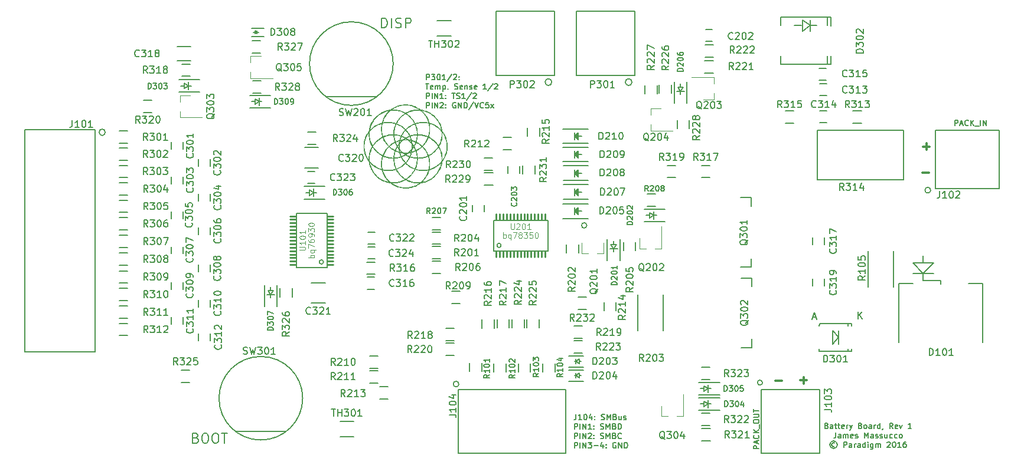
<source format=gbr>
G04 #@! TF.FileFunction,Legend,Top*
%FSLAX46Y46*%
G04 Gerber Fmt 4.6, Leading zero omitted, Abs format (unit mm)*
G04 Created by KiCad (PCBNEW 4.0.4-stable) date Tuesday, December 27, 2016 'AMt' 12:33:23 AM*
%MOMM*%
%LPD*%
G01*
G04 APERTURE LIST*
%ADD10C,0.100000*%
%ADD11C,0.300000*%
%ADD12C,0.150000*%
%ADD13C,0.120000*%
%ADD14C,0.127000*%
%ADD15C,0.250000*%
%ADD16C,0.010000*%
%ADD17C,0.076200*%
G04 APERTURE END LIST*
D10*
D11*
X107610714Y-53060714D02*
X108525000Y-53060714D01*
X111160714Y-53010714D02*
X112075000Y-53010714D01*
X111617857Y-53467857D02*
X111617857Y-52553571D01*
D12*
X105236905Y-62834524D02*
X104436905Y-62834524D01*
X104436905Y-62529762D01*
X104475000Y-62453571D01*
X104513095Y-62415476D01*
X104589286Y-62377381D01*
X104703571Y-62377381D01*
X104779762Y-62415476D01*
X104817857Y-62453571D01*
X104855952Y-62529762D01*
X104855952Y-62834524D01*
X105008333Y-62072619D02*
X105008333Y-61691667D01*
X105236905Y-62148810D02*
X104436905Y-61882143D01*
X105236905Y-61615476D01*
X105160714Y-60891667D02*
X105198810Y-60929762D01*
X105236905Y-61044048D01*
X105236905Y-61120238D01*
X105198810Y-61234524D01*
X105122619Y-61310715D01*
X105046429Y-61348810D01*
X104894048Y-61386905D01*
X104779762Y-61386905D01*
X104627381Y-61348810D01*
X104551190Y-61310715D01*
X104475000Y-61234524D01*
X104436905Y-61120238D01*
X104436905Y-61044048D01*
X104475000Y-60929762D01*
X104513095Y-60891667D01*
X105236905Y-60548810D02*
X104436905Y-60548810D01*
X105236905Y-60091667D02*
X104779762Y-60434524D01*
X104436905Y-60091667D02*
X104894048Y-60548810D01*
X105313095Y-59939286D02*
X105313095Y-59329762D01*
X104436905Y-58986905D02*
X104436905Y-58834524D01*
X104475000Y-58758333D01*
X104551190Y-58682143D01*
X104703571Y-58644048D01*
X104970238Y-58644048D01*
X105122619Y-58682143D01*
X105198810Y-58758333D01*
X105236905Y-58834524D01*
X105236905Y-58986905D01*
X105198810Y-59063095D01*
X105122619Y-59139286D01*
X104970238Y-59177381D01*
X104703571Y-59177381D01*
X104551190Y-59139286D01*
X104475000Y-59063095D01*
X104436905Y-58986905D01*
X104436905Y-58301191D02*
X105084524Y-58301191D01*
X105160714Y-58263096D01*
X105198810Y-58225000D01*
X105236905Y-58148810D01*
X105236905Y-57996429D01*
X105198810Y-57920238D01*
X105160714Y-57882143D01*
X105084524Y-57844048D01*
X104436905Y-57844048D01*
X104436905Y-57577382D02*
X104436905Y-57120239D01*
X105236905Y-57348810D02*
X104436905Y-57348810D01*
D11*
X128710714Y-23135714D02*
X129625000Y-23135714D01*
X128785714Y-19410714D02*
X129700000Y-19410714D01*
X129242857Y-19867857D02*
X129242857Y-18953571D01*
D12*
X133315476Y-16411905D02*
X133315476Y-15611905D01*
X133620238Y-15611905D01*
X133696429Y-15650000D01*
X133734524Y-15688095D01*
X133772619Y-15764286D01*
X133772619Y-15878571D01*
X133734524Y-15954762D01*
X133696429Y-15992857D01*
X133620238Y-16030952D01*
X133315476Y-16030952D01*
X134077381Y-16183333D02*
X134458333Y-16183333D01*
X134001190Y-16411905D02*
X134267857Y-15611905D01*
X134534524Y-16411905D01*
X135258333Y-16335714D02*
X135220238Y-16373810D01*
X135105952Y-16411905D01*
X135029762Y-16411905D01*
X134915476Y-16373810D01*
X134839285Y-16297619D01*
X134801190Y-16221429D01*
X134763095Y-16069048D01*
X134763095Y-15954762D01*
X134801190Y-15802381D01*
X134839285Y-15726190D01*
X134915476Y-15650000D01*
X135029762Y-15611905D01*
X135105952Y-15611905D01*
X135220238Y-15650000D01*
X135258333Y-15688095D01*
X135601190Y-16411905D02*
X135601190Y-15611905D01*
X136058333Y-16411905D02*
X135715476Y-15954762D01*
X136058333Y-15611905D02*
X135601190Y-16069048D01*
X136210714Y-16488095D02*
X136820238Y-16488095D01*
X137010714Y-16411905D02*
X137010714Y-15611905D01*
X137391666Y-16411905D02*
X137391666Y-15611905D01*
X137848809Y-16411905D01*
X137848809Y-15611905D01*
X57565476Y-9836905D02*
X57565476Y-9036905D01*
X57870238Y-9036905D01*
X57946429Y-9075000D01*
X57984524Y-9113095D01*
X58022619Y-9189286D01*
X58022619Y-9303571D01*
X57984524Y-9379762D01*
X57946429Y-9417857D01*
X57870238Y-9455952D01*
X57565476Y-9455952D01*
X58289286Y-9036905D02*
X58784524Y-9036905D01*
X58517857Y-9341667D01*
X58632143Y-9341667D01*
X58708333Y-9379762D01*
X58746429Y-9417857D01*
X58784524Y-9494048D01*
X58784524Y-9684524D01*
X58746429Y-9760714D01*
X58708333Y-9798810D01*
X58632143Y-9836905D01*
X58403571Y-9836905D01*
X58327381Y-9798810D01*
X58289286Y-9760714D01*
X59279762Y-9036905D02*
X59355953Y-9036905D01*
X59432143Y-9075000D01*
X59470238Y-9113095D01*
X59508334Y-9189286D01*
X59546429Y-9341667D01*
X59546429Y-9532143D01*
X59508334Y-9684524D01*
X59470238Y-9760714D01*
X59432143Y-9798810D01*
X59355953Y-9836905D01*
X59279762Y-9836905D01*
X59203572Y-9798810D01*
X59165476Y-9760714D01*
X59127381Y-9684524D01*
X59089286Y-9532143D01*
X59089286Y-9341667D01*
X59127381Y-9189286D01*
X59165476Y-9113095D01*
X59203572Y-9075000D01*
X59279762Y-9036905D01*
X60308334Y-9836905D02*
X59851191Y-9836905D01*
X60079762Y-9836905D02*
X60079762Y-9036905D01*
X60003572Y-9151190D01*
X59927381Y-9227381D01*
X59851191Y-9265476D01*
X61222620Y-8998810D02*
X60536905Y-10027381D01*
X61451191Y-9113095D02*
X61489286Y-9075000D01*
X61565477Y-9036905D01*
X61755953Y-9036905D01*
X61832143Y-9075000D01*
X61870239Y-9113095D01*
X61908334Y-9189286D01*
X61908334Y-9265476D01*
X61870239Y-9379762D01*
X61413096Y-9836905D01*
X61908334Y-9836905D01*
X62251191Y-9760714D02*
X62289286Y-9798810D01*
X62251191Y-9836905D01*
X62213096Y-9798810D01*
X62251191Y-9760714D01*
X62251191Y-9836905D01*
X62251191Y-9341667D02*
X62289286Y-9379762D01*
X62251191Y-9417857D01*
X62213096Y-9379762D01*
X62251191Y-9341667D01*
X62251191Y-9417857D01*
X57451190Y-10386905D02*
X57908333Y-10386905D01*
X57679762Y-11186905D02*
X57679762Y-10386905D01*
X58479762Y-11148810D02*
X58403572Y-11186905D01*
X58251191Y-11186905D01*
X58175000Y-11148810D01*
X58136905Y-11072619D01*
X58136905Y-10767857D01*
X58175000Y-10691667D01*
X58251191Y-10653571D01*
X58403572Y-10653571D01*
X58479762Y-10691667D01*
X58517857Y-10767857D01*
X58517857Y-10844048D01*
X58136905Y-10920238D01*
X58860714Y-11186905D02*
X58860714Y-10653571D01*
X58860714Y-10729762D02*
X58898809Y-10691667D01*
X58975000Y-10653571D01*
X59089286Y-10653571D01*
X59165476Y-10691667D01*
X59203571Y-10767857D01*
X59203571Y-11186905D01*
X59203571Y-10767857D02*
X59241667Y-10691667D01*
X59317857Y-10653571D01*
X59432143Y-10653571D01*
X59508333Y-10691667D01*
X59546428Y-10767857D01*
X59546428Y-11186905D01*
X59927381Y-10653571D02*
X59927381Y-11453571D01*
X59927381Y-10691667D02*
X60003572Y-10653571D01*
X60155953Y-10653571D01*
X60232143Y-10691667D01*
X60270238Y-10729762D01*
X60308334Y-10805952D01*
X60308334Y-11034524D01*
X60270238Y-11110714D01*
X60232143Y-11148810D01*
X60155953Y-11186905D01*
X60003572Y-11186905D01*
X59927381Y-11148810D01*
X60651191Y-11110714D02*
X60689286Y-11148810D01*
X60651191Y-11186905D01*
X60613096Y-11148810D01*
X60651191Y-11110714D01*
X60651191Y-11186905D01*
X61603572Y-11148810D02*
X61717858Y-11186905D01*
X61908334Y-11186905D01*
X61984524Y-11148810D01*
X62022620Y-11110714D01*
X62060715Y-11034524D01*
X62060715Y-10958333D01*
X62022620Y-10882143D01*
X61984524Y-10844048D01*
X61908334Y-10805952D01*
X61755953Y-10767857D01*
X61679762Y-10729762D01*
X61641667Y-10691667D01*
X61603572Y-10615476D01*
X61603572Y-10539286D01*
X61641667Y-10463095D01*
X61679762Y-10425000D01*
X61755953Y-10386905D01*
X61946429Y-10386905D01*
X62060715Y-10425000D01*
X62708334Y-11148810D02*
X62632144Y-11186905D01*
X62479763Y-11186905D01*
X62403572Y-11148810D01*
X62365477Y-11072619D01*
X62365477Y-10767857D01*
X62403572Y-10691667D01*
X62479763Y-10653571D01*
X62632144Y-10653571D01*
X62708334Y-10691667D01*
X62746429Y-10767857D01*
X62746429Y-10844048D01*
X62365477Y-10920238D01*
X63089286Y-10653571D02*
X63089286Y-11186905D01*
X63089286Y-10729762D02*
X63127381Y-10691667D01*
X63203572Y-10653571D01*
X63317858Y-10653571D01*
X63394048Y-10691667D01*
X63432143Y-10767857D01*
X63432143Y-11186905D01*
X63775001Y-11148810D02*
X63851191Y-11186905D01*
X64003572Y-11186905D01*
X64079763Y-11148810D01*
X64117858Y-11072619D01*
X64117858Y-11034524D01*
X64079763Y-10958333D01*
X64003572Y-10920238D01*
X63889287Y-10920238D01*
X63813096Y-10882143D01*
X63775001Y-10805952D01*
X63775001Y-10767857D01*
X63813096Y-10691667D01*
X63889287Y-10653571D01*
X64003572Y-10653571D01*
X64079763Y-10691667D01*
X64765477Y-11148810D02*
X64689287Y-11186905D01*
X64536906Y-11186905D01*
X64460715Y-11148810D01*
X64422620Y-11072619D01*
X64422620Y-10767857D01*
X64460715Y-10691667D01*
X64536906Y-10653571D01*
X64689287Y-10653571D01*
X64765477Y-10691667D01*
X64803572Y-10767857D01*
X64803572Y-10844048D01*
X64422620Y-10920238D01*
X66175001Y-11186905D02*
X65717858Y-11186905D01*
X65946429Y-11186905D02*
X65946429Y-10386905D01*
X65870239Y-10501190D01*
X65794048Y-10577381D01*
X65717858Y-10615476D01*
X67089287Y-10348810D02*
X66403572Y-11377381D01*
X67317858Y-10463095D02*
X67355953Y-10425000D01*
X67432144Y-10386905D01*
X67622620Y-10386905D01*
X67698810Y-10425000D01*
X67736906Y-10463095D01*
X67775001Y-10539286D01*
X67775001Y-10615476D01*
X67736906Y-10729762D01*
X67279763Y-11186905D01*
X67775001Y-11186905D01*
X57565476Y-12536905D02*
X57565476Y-11736905D01*
X57870238Y-11736905D01*
X57946429Y-11775000D01*
X57984524Y-11813095D01*
X58022619Y-11889286D01*
X58022619Y-12003571D01*
X57984524Y-12079762D01*
X57946429Y-12117857D01*
X57870238Y-12155952D01*
X57565476Y-12155952D01*
X58365476Y-12536905D02*
X58365476Y-11736905D01*
X58746428Y-12536905D02*
X58746428Y-11736905D01*
X59203571Y-12536905D01*
X59203571Y-11736905D01*
X60003571Y-12536905D02*
X59546428Y-12536905D01*
X59774999Y-12536905D02*
X59774999Y-11736905D01*
X59698809Y-11851190D01*
X59622618Y-11927381D01*
X59546428Y-11965476D01*
X60346428Y-12460714D02*
X60384523Y-12498810D01*
X60346428Y-12536905D01*
X60308333Y-12498810D01*
X60346428Y-12460714D01*
X60346428Y-12536905D01*
X60346428Y-12041667D02*
X60384523Y-12079762D01*
X60346428Y-12117857D01*
X60308333Y-12079762D01*
X60346428Y-12041667D01*
X60346428Y-12117857D01*
X61222618Y-11736905D02*
X61679761Y-11736905D01*
X61451190Y-12536905D02*
X61451190Y-11736905D01*
X61908333Y-12498810D02*
X62022619Y-12536905D01*
X62213095Y-12536905D01*
X62289285Y-12498810D01*
X62327381Y-12460714D01*
X62365476Y-12384524D01*
X62365476Y-12308333D01*
X62327381Y-12232143D01*
X62289285Y-12194048D01*
X62213095Y-12155952D01*
X62060714Y-12117857D01*
X61984523Y-12079762D01*
X61946428Y-12041667D01*
X61908333Y-11965476D01*
X61908333Y-11889286D01*
X61946428Y-11813095D01*
X61984523Y-11775000D01*
X62060714Y-11736905D01*
X62251190Y-11736905D01*
X62365476Y-11775000D01*
X63127381Y-12536905D02*
X62670238Y-12536905D01*
X62898809Y-12536905D02*
X62898809Y-11736905D01*
X62822619Y-11851190D01*
X62746428Y-11927381D01*
X62670238Y-11965476D01*
X64041667Y-11698810D02*
X63355952Y-12727381D01*
X64270238Y-11813095D02*
X64308333Y-11775000D01*
X64384524Y-11736905D01*
X64575000Y-11736905D01*
X64651190Y-11775000D01*
X64689286Y-11813095D01*
X64727381Y-11889286D01*
X64727381Y-11965476D01*
X64689286Y-12079762D01*
X64232143Y-12536905D01*
X64727381Y-12536905D01*
X57565476Y-13886905D02*
X57565476Y-13086905D01*
X57870238Y-13086905D01*
X57946429Y-13125000D01*
X57984524Y-13163095D01*
X58022619Y-13239286D01*
X58022619Y-13353571D01*
X57984524Y-13429762D01*
X57946429Y-13467857D01*
X57870238Y-13505952D01*
X57565476Y-13505952D01*
X58365476Y-13886905D02*
X58365476Y-13086905D01*
X58746428Y-13886905D02*
X58746428Y-13086905D01*
X59203571Y-13886905D01*
X59203571Y-13086905D01*
X59546428Y-13163095D02*
X59584523Y-13125000D01*
X59660714Y-13086905D01*
X59851190Y-13086905D01*
X59927380Y-13125000D01*
X59965476Y-13163095D01*
X60003571Y-13239286D01*
X60003571Y-13315476D01*
X59965476Y-13429762D01*
X59508333Y-13886905D01*
X60003571Y-13886905D01*
X60346428Y-13810714D02*
X60384523Y-13848810D01*
X60346428Y-13886905D01*
X60308333Y-13848810D01*
X60346428Y-13810714D01*
X60346428Y-13886905D01*
X60346428Y-13391667D02*
X60384523Y-13429762D01*
X60346428Y-13467857D01*
X60308333Y-13429762D01*
X60346428Y-13391667D01*
X60346428Y-13467857D01*
X61755952Y-13125000D02*
X61679761Y-13086905D01*
X61565476Y-13086905D01*
X61451190Y-13125000D01*
X61374999Y-13201190D01*
X61336904Y-13277381D01*
X61298809Y-13429762D01*
X61298809Y-13544048D01*
X61336904Y-13696429D01*
X61374999Y-13772619D01*
X61451190Y-13848810D01*
X61565476Y-13886905D01*
X61641666Y-13886905D01*
X61755952Y-13848810D01*
X61794047Y-13810714D01*
X61794047Y-13544048D01*
X61641666Y-13544048D01*
X62136904Y-13886905D02*
X62136904Y-13086905D01*
X62594047Y-13886905D01*
X62594047Y-13086905D01*
X62974999Y-13886905D02*
X62974999Y-13086905D01*
X63165475Y-13086905D01*
X63279761Y-13125000D01*
X63355952Y-13201190D01*
X63394047Y-13277381D01*
X63432142Y-13429762D01*
X63432142Y-13544048D01*
X63394047Y-13696429D01*
X63355952Y-13772619D01*
X63279761Y-13848810D01*
X63165475Y-13886905D01*
X62974999Y-13886905D01*
X64346428Y-13048810D02*
X63660713Y-14077381D01*
X64498808Y-13086905D02*
X64765475Y-13886905D01*
X65032142Y-13086905D01*
X65755951Y-13810714D02*
X65717856Y-13848810D01*
X65603570Y-13886905D01*
X65527380Y-13886905D01*
X65413094Y-13848810D01*
X65336903Y-13772619D01*
X65298808Y-13696429D01*
X65260713Y-13544048D01*
X65260713Y-13429762D01*
X65298808Y-13277381D01*
X65336903Y-13201190D01*
X65413094Y-13125000D01*
X65527380Y-13086905D01*
X65603570Y-13086905D01*
X65717856Y-13125000D01*
X65755951Y-13163095D01*
X66479761Y-13086905D02*
X66098808Y-13086905D01*
X66060713Y-13467857D01*
X66098808Y-13429762D01*
X66174999Y-13391667D01*
X66365475Y-13391667D01*
X66441665Y-13429762D01*
X66479761Y-13467857D01*
X66517856Y-13544048D01*
X66517856Y-13734524D01*
X66479761Y-13810714D01*
X66441665Y-13848810D01*
X66365475Y-13886905D01*
X66174999Y-13886905D01*
X66098808Y-13848810D01*
X66060713Y-13810714D01*
X66784523Y-13886905D02*
X67203570Y-13353571D01*
X66784523Y-13353571D02*
X67203570Y-13886905D01*
X51158333Y-2358333D02*
X51158333Y-958333D01*
X51491667Y-958333D01*
X51691667Y-1025000D01*
X51825000Y-1158333D01*
X51891667Y-1291667D01*
X51958333Y-1558333D01*
X51958333Y-1758333D01*
X51891667Y-2025000D01*
X51825000Y-2158333D01*
X51691667Y-2291667D01*
X51491667Y-2358333D01*
X51158333Y-2358333D01*
X52558333Y-2358333D02*
X52558333Y-958333D01*
X53158334Y-2291667D02*
X53358334Y-2358333D01*
X53691667Y-2358333D01*
X53825000Y-2291667D01*
X53891667Y-2225000D01*
X53958334Y-2091667D01*
X53958334Y-1958333D01*
X53891667Y-1825000D01*
X53825000Y-1758333D01*
X53691667Y-1691667D01*
X53425000Y-1625000D01*
X53291667Y-1558333D01*
X53225000Y-1491667D01*
X53158334Y-1358333D01*
X53158334Y-1225000D01*
X53225000Y-1091667D01*
X53291667Y-1025000D01*
X53425000Y-958333D01*
X53758334Y-958333D01*
X53958334Y-1025000D01*
X54558333Y-2358333D02*
X54558333Y-958333D01*
X55091667Y-958333D01*
X55225000Y-1025000D01*
X55291667Y-1091667D01*
X55358333Y-1225000D01*
X55358333Y-1425000D01*
X55291667Y-1558333D01*
X55225000Y-1625000D01*
X55091667Y-1691667D01*
X54558333Y-1691667D01*
X24525000Y-61275000D02*
X24725000Y-61341667D01*
X24791667Y-61408333D01*
X24858333Y-61541667D01*
X24858333Y-61741667D01*
X24791667Y-61875000D01*
X24725000Y-61941667D01*
X24591667Y-62008333D01*
X24058333Y-62008333D01*
X24058333Y-60608333D01*
X24525000Y-60608333D01*
X24658333Y-60675000D01*
X24725000Y-60741667D01*
X24791667Y-60875000D01*
X24791667Y-61008333D01*
X24725000Y-61141667D01*
X24658333Y-61208333D01*
X24525000Y-61275000D01*
X24058333Y-61275000D01*
X25725000Y-60608333D02*
X25991667Y-60608333D01*
X26125000Y-60675000D01*
X26258333Y-60808333D01*
X26325000Y-61075000D01*
X26325000Y-61541667D01*
X26258333Y-61808333D01*
X26125000Y-61941667D01*
X25991667Y-62008333D01*
X25725000Y-62008333D01*
X25591667Y-61941667D01*
X25458333Y-61808333D01*
X25391667Y-61541667D01*
X25391667Y-61075000D01*
X25458333Y-60808333D01*
X25591667Y-60675000D01*
X25725000Y-60608333D01*
X27191667Y-60608333D02*
X27458334Y-60608333D01*
X27591667Y-60675000D01*
X27725000Y-60808333D01*
X27791667Y-61075000D01*
X27791667Y-61541667D01*
X27725000Y-61808333D01*
X27591667Y-61941667D01*
X27458334Y-62008333D01*
X27191667Y-62008333D01*
X27058334Y-61941667D01*
X26925000Y-61808333D01*
X26858334Y-61541667D01*
X26858334Y-61075000D01*
X26925000Y-60808333D01*
X27058334Y-60675000D01*
X27191667Y-60608333D01*
X28191667Y-60608333D02*
X28991667Y-60608333D01*
X28591667Y-62008333D02*
X28591667Y-60608333D01*
X79019048Y-57861905D02*
X79019048Y-58433333D01*
X78980952Y-58547619D01*
X78904762Y-58623810D01*
X78790476Y-58661905D01*
X78714286Y-58661905D01*
X79819048Y-58661905D02*
X79361905Y-58661905D01*
X79590476Y-58661905D02*
X79590476Y-57861905D01*
X79514286Y-57976190D01*
X79438095Y-58052381D01*
X79361905Y-58090476D01*
X80314286Y-57861905D02*
X80390477Y-57861905D01*
X80466667Y-57900000D01*
X80504762Y-57938095D01*
X80542858Y-58014286D01*
X80580953Y-58166667D01*
X80580953Y-58357143D01*
X80542858Y-58509524D01*
X80504762Y-58585714D01*
X80466667Y-58623810D01*
X80390477Y-58661905D01*
X80314286Y-58661905D01*
X80238096Y-58623810D01*
X80200000Y-58585714D01*
X80161905Y-58509524D01*
X80123810Y-58357143D01*
X80123810Y-58166667D01*
X80161905Y-58014286D01*
X80200000Y-57938095D01*
X80238096Y-57900000D01*
X80314286Y-57861905D01*
X81266667Y-58128571D02*
X81266667Y-58661905D01*
X81076191Y-57823810D02*
X80885715Y-58395238D01*
X81380953Y-58395238D01*
X81685715Y-58585714D02*
X81723810Y-58623810D01*
X81685715Y-58661905D01*
X81647620Y-58623810D01*
X81685715Y-58585714D01*
X81685715Y-58661905D01*
X81685715Y-58166667D02*
X81723810Y-58204762D01*
X81685715Y-58242857D01*
X81647620Y-58204762D01*
X81685715Y-58166667D01*
X81685715Y-58242857D01*
X82638096Y-58623810D02*
X82752382Y-58661905D01*
X82942858Y-58661905D01*
X83019048Y-58623810D01*
X83057144Y-58585714D01*
X83095239Y-58509524D01*
X83095239Y-58433333D01*
X83057144Y-58357143D01*
X83019048Y-58319048D01*
X82942858Y-58280952D01*
X82790477Y-58242857D01*
X82714286Y-58204762D01*
X82676191Y-58166667D01*
X82638096Y-58090476D01*
X82638096Y-58014286D01*
X82676191Y-57938095D01*
X82714286Y-57900000D01*
X82790477Y-57861905D01*
X82980953Y-57861905D01*
X83095239Y-57900000D01*
X83438096Y-58661905D02*
X83438096Y-57861905D01*
X83704763Y-58433333D01*
X83971430Y-57861905D01*
X83971430Y-58661905D01*
X84619049Y-58242857D02*
X84733335Y-58280952D01*
X84771430Y-58319048D01*
X84809525Y-58395238D01*
X84809525Y-58509524D01*
X84771430Y-58585714D01*
X84733335Y-58623810D01*
X84657144Y-58661905D01*
X84352382Y-58661905D01*
X84352382Y-57861905D01*
X84619049Y-57861905D01*
X84695239Y-57900000D01*
X84733335Y-57938095D01*
X84771430Y-58014286D01*
X84771430Y-58090476D01*
X84733335Y-58166667D01*
X84695239Y-58204762D01*
X84619049Y-58242857D01*
X84352382Y-58242857D01*
X85495239Y-58128571D02*
X85495239Y-58661905D01*
X85152382Y-58128571D02*
X85152382Y-58547619D01*
X85190477Y-58623810D01*
X85266668Y-58661905D01*
X85380954Y-58661905D01*
X85457144Y-58623810D01*
X85495239Y-58585714D01*
X85838097Y-58623810D02*
X85914287Y-58661905D01*
X86066668Y-58661905D01*
X86142859Y-58623810D01*
X86180954Y-58547619D01*
X86180954Y-58509524D01*
X86142859Y-58433333D01*
X86066668Y-58395238D01*
X85952383Y-58395238D01*
X85876192Y-58357143D01*
X85838097Y-58280952D01*
X85838097Y-58242857D01*
X85876192Y-58166667D01*
X85952383Y-58128571D01*
X86066668Y-58128571D01*
X86142859Y-58166667D01*
X78790476Y-60011905D02*
X78790476Y-59211905D01*
X79095238Y-59211905D01*
X79171429Y-59250000D01*
X79209524Y-59288095D01*
X79247619Y-59364286D01*
X79247619Y-59478571D01*
X79209524Y-59554762D01*
X79171429Y-59592857D01*
X79095238Y-59630952D01*
X78790476Y-59630952D01*
X79590476Y-60011905D02*
X79590476Y-59211905D01*
X79971428Y-60011905D02*
X79971428Y-59211905D01*
X80428571Y-60011905D01*
X80428571Y-59211905D01*
X81228571Y-60011905D02*
X80771428Y-60011905D01*
X80999999Y-60011905D02*
X80999999Y-59211905D01*
X80923809Y-59326190D01*
X80847618Y-59402381D01*
X80771428Y-59440476D01*
X81571428Y-59935714D02*
X81609523Y-59973810D01*
X81571428Y-60011905D01*
X81533333Y-59973810D01*
X81571428Y-59935714D01*
X81571428Y-60011905D01*
X81571428Y-59516667D02*
X81609523Y-59554762D01*
X81571428Y-59592857D01*
X81533333Y-59554762D01*
X81571428Y-59516667D01*
X81571428Y-59592857D01*
X82523809Y-59973810D02*
X82638095Y-60011905D01*
X82828571Y-60011905D01*
X82904761Y-59973810D01*
X82942857Y-59935714D01*
X82980952Y-59859524D01*
X82980952Y-59783333D01*
X82942857Y-59707143D01*
X82904761Y-59669048D01*
X82828571Y-59630952D01*
X82676190Y-59592857D01*
X82599999Y-59554762D01*
X82561904Y-59516667D01*
X82523809Y-59440476D01*
X82523809Y-59364286D01*
X82561904Y-59288095D01*
X82599999Y-59250000D01*
X82676190Y-59211905D01*
X82866666Y-59211905D01*
X82980952Y-59250000D01*
X83323809Y-60011905D02*
X83323809Y-59211905D01*
X83590476Y-59783333D01*
X83857143Y-59211905D01*
X83857143Y-60011905D01*
X84504762Y-59592857D02*
X84619048Y-59630952D01*
X84657143Y-59669048D01*
X84695238Y-59745238D01*
X84695238Y-59859524D01*
X84657143Y-59935714D01*
X84619048Y-59973810D01*
X84542857Y-60011905D01*
X84238095Y-60011905D01*
X84238095Y-59211905D01*
X84504762Y-59211905D01*
X84580952Y-59250000D01*
X84619048Y-59288095D01*
X84657143Y-59364286D01*
X84657143Y-59440476D01*
X84619048Y-59516667D01*
X84580952Y-59554762D01*
X84504762Y-59592857D01*
X84238095Y-59592857D01*
X85038095Y-60011905D02*
X85038095Y-59211905D01*
X85228571Y-59211905D01*
X85342857Y-59250000D01*
X85419048Y-59326190D01*
X85457143Y-59402381D01*
X85495238Y-59554762D01*
X85495238Y-59669048D01*
X85457143Y-59821429D01*
X85419048Y-59897619D01*
X85342857Y-59973810D01*
X85228571Y-60011905D01*
X85038095Y-60011905D01*
X78790476Y-61361905D02*
X78790476Y-60561905D01*
X79095238Y-60561905D01*
X79171429Y-60600000D01*
X79209524Y-60638095D01*
X79247619Y-60714286D01*
X79247619Y-60828571D01*
X79209524Y-60904762D01*
X79171429Y-60942857D01*
X79095238Y-60980952D01*
X78790476Y-60980952D01*
X79590476Y-61361905D02*
X79590476Y-60561905D01*
X79971428Y-61361905D02*
X79971428Y-60561905D01*
X80428571Y-61361905D01*
X80428571Y-60561905D01*
X80771428Y-60638095D02*
X80809523Y-60600000D01*
X80885714Y-60561905D01*
X81076190Y-60561905D01*
X81152380Y-60600000D01*
X81190476Y-60638095D01*
X81228571Y-60714286D01*
X81228571Y-60790476D01*
X81190476Y-60904762D01*
X80733333Y-61361905D01*
X81228571Y-61361905D01*
X81571428Y-61285714D02*
X81609523Y-61323810D01*
X81571428Y-61361905D01*
X81533333Y-61323810D01*
X81571428Y-61285714D01*
X81571428Y-61361905D01*
X81571428Y-60866667D02*
X81609523Y-60904762D01*
X81571428Y-60942857D01*
X81533333Y-60904762D01*
X81571428Y-60866667D01*
X81571428Y-60942857D01*
X82523809Y-61323810D02*
X82638095Y-61361905D01*
X82828571Y-61361905D01*
X82904761Y-61323810D01*
X82942857Y-61285714D01*
X82980952Y-61209524D01*
X82980952Y-61133333D01*
X82942857Y-61057143D01*
X82904761Y-61019048D01*
X82828571Y-60980952D01*
X82676190Y-60942857D01*
X82599999Y-60904762D01*
X82561904Y-60866667D01*
X82523809Y-60790476D01*
X82523809Y-60714286D01*
X82561904Y-60638095D01*
X82599999Y-60600000D01*
X82676190Y-60561905D01*
X82866666Y-60561905D01*
X82980952Y-60600000D01*
X83323809Y-61361905D02*
X83323809Y-60561905D01*
X83590476Y-61133333D01*
X83857143Y-60561905D01*
X83857143Y-61361905D01*
X84504762Y-60942857D02*
X84619048Y-60980952D01*
X84657143Y-61019048D01*
X84695238Y-61095238D01*
X84695238Y-61209524D01*
X84657143Y-61285714D01*
X84619048Y-61323810D01*
X84542857Y-61361905D01*
X84238095Y-61361905D01*
X84238095Y-60561905D01*
X84504762Y-60561905D01*
X84580952Y-60600000D01*
X84619048Y-60638095D01*
X84657143Y-60714286D01*
X84657143Y-60790476D01*
X84619048Y-60866667D01*
X84580952Y-60904762D01*
X84504762Y-60942857D01*
X84238095Y-60942857D01*
X85495238Y-61285714D02*
X85457143Y-61323810D01*
X85342857Y-61361905D01*
X85266667Y-61361905D01*
X85152381Y-61323810D01*
X85076190Y-61247619D01*
X85038095Y-61171429D01*
X85000000Y-61019048D01*
X85000000Y-60904762D01*
X85038095Y-60752381D01*
X85076190Y-60676190D01*
X85152381Y-60600000D01*
X85266667Y-60561905D01*
X85342857Y-60561905D01*
X85457143Y-60600000D01*
X85495238Y-60638095D01*
X78790476Y-62711905D02*
X78790476Y-61911905D01*
X79095238Y-61911905D01*
X79171429Y-61950000D01*
X79209524Y-61988095D01*
X79247619Y-62064286D01*
X79247619Y-62178571D01*
X79209524Y-62254762D01*
X79171429Y-62292857D01*
X79095238Y-62330952D01*
X78790476Y-62330952D01*
X79590476Y-62711905D02*
X79590476Y-61911905D01*
X79971428Y-62711905D02*
X79971428Y-61911905D01*
X80428571Y-62711905D01*
X80428571Y-61911905D01*
X80733333Y-61911905D02*
X81228571Y-61911905D01*
X80961904Y-62216667D01*
X81076190Y-62216667D01*
X81152380Y-62254762D01*
X81190476Y-62292857D01*
X81228571Y-62369048D01*
X81228571Y-62559524D01*
X81190476Y-62635714D01*
X81152380Y-62673810D01*
X81076190Y-62711905D01*
X80847618Y-62711905D01*
X80771428Y-62673810D01*
X80733333Y-62635714D01*
X81571428Y-62407143D02*
X82180952Y-62407143D01*
X82904761Y-62178571D02*
X82904761Y-62711905D01*
X82714285Y-61873810D02*
X82523809Y-62445238D01*
X83019047Y-62445238D01*
X83323809Y-62635714D02*
X83361904Y-62673810D01*
X83323809Y-62711905D01*
X83285714Y-62673810D01*
X83323809Y-62635714D01*
X83323809Y-62711905D01*
X83323809Y-62216667D02*
X83361904Y-62254762D01*
X83323809Y-62292857D01*
X83285714Y-62254762D01*
X83323809Y-62216667D01*
X83323809Y-62292857D01*
X84733333Y-61950000D02*
X84657142Y-61911905D01*
X84542857Y-61911905D01*
X84428571Y-61950000D01*
X84352380Y-62026190D01*
X84314285Y-62102381D01*
X84276190Y-62254762D01*
X84276190Y-62369048D01*
X84314285Y-62521429D01*
X84352380Y-62597619D01*
X84428571Y-62673810D01*
X84542857Y-62711905D01*
X84619047Y-62711905D01*
X84733333Y-62673810D01*
X84771428Y-62635714D01*
X84771428Y-62369048D01*
X84619047Y-62369048D01*
X85114285Y-62711905D02*
X85114285Y-61911905D01*
X85571428Y-62711905D01*
X85571428Y-61911905D01*
X85952380Y-62711905D02*
X85952380Y-61911905D01*
X86142856Y-61911905D01*
X86257142Y-61950000D01*
X86333333Y-62026190D01*
X86371428Y-62102381D01*
X86409523Y-62254762D01*
X86409523Y-62369048D01*
X86371428Y-62521429D01*
X86333333Y-62597619D01*
X86257142Y-62673810D01*
X86142856Y-62711905D01*
X85952380Y-62711905D01*
X114951190Y-59517857D02*
X115065476Y-59555952D01*
X115103571Y-59594048D01*
X115141666Y-59670238D01*
X115141666Y-59784524D01*
X115103571Y-59860714D01*
X115065476Y-59898810D01*
X114989285Y-59936905D01*
X114684523Y-59936905D01*
X114684523Y-59136905D01*
X114951190Y-59136905D01*
X115027380Y-59175000D01*
X115065476Y-59213095D01*
X115103571Y-59289286D01*
X115103571Y-59365476D01*
X115065476Y-59441667D01*
X115027380Y-59479762D01*
X114951190Y-59517857D01*
X114684523Y-59517857D01*
X115827380Y-59936905D02*
X115827380Y-59517857D01*
X115789285Y-59441667D01*
X115713095Y-59403571D01*
X115560714Y-59403571D01*
X115484523Y-59441667D01*
X115827380Y-59898810D02*
X115751190Y-59936905D01*
X115560714Y-59936905D01*
X115484523Y-59898810D01*
X115446428Y-59822619D01*
X115446428Y-59746429D01*
X115484523Y-59670238D01*
X115560714Y-59632143D01*
X115751190Y-59632143D01*
X115827380Y-59594048D01*
X116094047Y-59403571D02*
X116398809Y-59403571D01*
X116208333Y-59136905D02*
X116208333Y-59822619D01*
X116246428Y-59898810D01*
X116322619Y-59936905D01*
X116398809Y-59936905D01*
X116551190Y-59403571D02*
X116855952Y-59403571D01*
X116665476Y-59136905D02*
X116665476Y-59822619D01*
X116703571Y-59898810D01*
X116779762Y-59936905D01*
X116855952Y-59936905D01*
X117427381Y-59898810D02*
X117351191Y-59936905D01*
X117198810Y-59936905D01*
X117122619Y-59898810D01*
X117084524Y-59822619D01*
X117084524Y-59517857D01*
X117122619Y-59441667D01*
X117198810Y-59403571D01*
X117351191Y-59403571D01*
X117427381Y-59441667D01*
X117465476Y-59517857D01*
X117465476Y-59594048D01*
X117084524Y-59670238D01*
X117808333Y-59936905D02*
X117808333Y-59403571D01*
X117808333Y-59555952D02*
X117846428Y-59479762D01*
X117884524Y-59441667D01*
X117960714Y-59403571D01*
X118036905Y-59403571D01*
X118227381Y-59403571D02*
X118417857Y-59936905D01*
X118608333Y-59403571D02*
X118417857Y-59936905D01*
X118341666Y-60127381D01*
X118303571Y-60165476D01*
X118227381Y-60203571D01*
X119789286Y-59517857D02*
X119903572Y-59555952D01*
X119941667Y-59594048D01*
X119979762Y-59670238D01*
X119979762Y-59784524D01*
X119941667Y-59860714D01*
X119903572Y-59898810D01*
X119827381Y-59936905D01*
X119522619Y-59936905D01*
X119522619Y-59136905D01*
X119789286Y-59136905D01*
X119865476Y-59175000D01*
X119903572Y-59213095D01*
X119941667Y-59289286D01*
X119941667Y-59365476D01*
X119903572Y-59441667D01*
X119865476Y-59479762D01*
X119789286Y-59517857D01*
X119522619Y-59517857D01*
X120436905Y-59936905D02*
X120360714Y-59898810D01*
X120322619Y-59860714D01*
X120284524Y-59784524D01*
X120284524Y-59555952D01*
X120322619Y-59479762D01*
X120360714Y-59441667D01*
X120436905Y-59403571D01*
X120551191Y-59403571D01*
X120627381Y-59441667D01*
X120665476Y-59479762D01*
X120703572Y-59555952D01*
X120703572Y-59784524D01*
X120665476Y-59860714D01*
X120627381Y-59898810D01*
X120551191Y-59936905D01*
X120436905Y-59936905D01*
X121389286Y-59936905D02*
X121389286Y-59517857D01*
X121351191Y-59441667D01*
X121275001Y-59403571D01*
X121122620Y-59403571D01*
X121046429Y-59441667D01*
X121389286Y-59898810D02*
X121313096Y-59936905D01*
X121122620Y-59936905D01*
X121046429Y-59898810D01*
X121008334Y-59822619D01*
X121008334Y-59746429D01*
X121046429Y-59670238D01*
X121122620Y-59632143D01*
X121313096Y-59632143D01*
X121389286Y-59594048D01*
X121770239Y-59936905D02*
X121770239Y-59403571D01*
X121770239Y-59555952D02*
X121808334Y-59479762D01*
X121846430Y-59441667D01*
X121922620Y-59403571D01*
X121998811Y-59403571D01*
X122608334Y-59936905D02*
X122608334Y-59136905D01*
X122608334Y-59898810D02*
X122532144Y-59936905D01*
X122379763Y-59936905D01*
X122303572Y-59898810D01*
X122265477Y-59860714D01*
X122227382Y-59784524D01*
X122227382Y-59555952D01*
X122265477Y-59479762D01*
X122303572Y-59441667D01*
X122379763Y-59403571D01*
X122532144Y-59403571D01*
X122608334Y-59441667D01*
X123027382Y-59898810D02*
X123027382Y-59936905D01*
X122989287Y-60013095D01*
X122951192Y-60051190D01*
X124436906Y-59936905D02*
X124170239Y-59555952D01*
X123979763Y-59936905D02*
X123979763Y-59136905D01*
X124284525Y-59136905D01*
X124360716Y-59175000D01*
X124398811Y-59213095D01*
X124436906Y-59289286D01*
X124436906Y-59403571D01*
X124398811Y-59479762D01*
X124360716Y-59517857D01*
X124284525Y-59555952D01*
X123979763Y-59555952D01*
X125084525Y-59898810D02*
X125008335Y-59936905D01*
X124855954Y-59936905D01*
X124779763Y-59898810D01*
X124741668Y-59822619D01*
X124741668Y-59517857D01*
X124779763Y-59441667D01*
X124855954Y-59403571D01*
X125008335Y-59403571D01*
X125084525Y-59441667D01*
X125122620Y-59517857D01*
X125122620Y-59594048D01*
X124741668Y-59670238D01*
X125389287Y-59403571D02*
X125579763Y-59936905D01*
X125770239Y-59403571D01*
X127103573Y-59936905D02*
X126646430Y-59936905D01*
X126875001Y-59936905D02*
X126875001Y-59136905D01*
X126798811Y-59251190D01*
X126722620Y-59327381D01*
X126646430Y-59365476D01*
X116246428Y-60486905D02*
X116246428Y-61058333D01*
X116208332Y-61172619D01*
X116132142Y-61248810D01*
X116017856Y-61286905D01*
X115941666Y-61286905D01*
X116970237Y-61286905D02*
X116970237Y-60867857D01*
X116932142Y-60791667D01*
X116855952Y-60753571D01*
X116703571Y-60753571D01*
X116627380Y-60791667D01*
X116970237Y-61248810D02*
X116894047Y-61286905D01*
X116703571Y-61286905D01*
X116627380Y-61248810D01*
X116589285Y-61172619D01*
X116589285Y-61096429D01*
X116627380Y-61020238D01*
X116703571Y-60982143D01*
X116894047Y-60982143D01*
X116970237Y-60944048D01*
X117351190Y-61286905D02*
X117351190Y-60753571D01*
X117351190Y-60829762D02*
X117389285Y-60791667D01*
X117465476Y-60753571D01*
X117579762Y-60753571D01*
X117655952Y-60791667D01*
X117694047Y-60867857D01*
X117694047Y-61286905D01*
X117694047Y-60867857D02*
X117732143Y-60791667D01*
X117808333Y-60753571D01*
X117922619Y-60753571D01*
X117998809Y-60791667D01*
X118036904Y-60867857D01*
X118036904Y-61286905D01*
X118722619Y-61248810D02*
X118646429Y-61286905D01*
X118494048Y-61286905D01*
X118417857Y-61248810D01*
X118379762Y-61172619D01*
X118379762Y-60867857D01*
X118417857Y-60791667D01*
X118494048Y-60753571D01*
X118646429Y-60753571D01*
X118722619Y-60791667D01*
X118760714Y-60867857D01*
X118760714Y-60944048D01*
X118379762Y-61020238D01*
X119065476Y-61248810D02*
X119141666Y-61286905D01*
X119294047Y-61286905D01*
X119370238Y-61248810D01*
X119408333Y-61172619D01*
X119408333Y-61134524D01*
X119370238Y-61058333D01*
X119294047Y-61020238D01*
X119179762Y-61020238D01*
X119103571Y-60982143D01*
X119065476Y-60905952D01*
X119065476Y-60867857D01*
X119103571Y-60791667D01*
X119179762Y-60753571D01*
X119294047Y-60753571D01*
X119370238Y-60791667D01*
X120360714Y-61286905D02*
X120360714Y-60486905D01*
X120627381Y-61058333D01*
X120894048Y-60486905D01*
X120894048Y-61286905D01*
X121617857Y-61286905D02*
X121617857Y-60867857D01*
X121579762Y-60791667D01*
X121503572Y-60753571D01*
X121351191Y-60753571D01*
X121275000Y-60791667D01*
X121617857Y-61248810D02*
X121541667Y-61286905D01*
X121351191Y-61286905D01*
X121275000Y-61248810D01*
X121236905Y-61172619D01*
X121236905Y-61096429D01*
X121275000Y-61020238D01*
X121351191Y-60982143D01*
X121541667Y-60982143D01*
X121617857Y-60944048D01*
X121960715Y-61248810D02*
X122036905Y-61286905D01*
X122189286Y-61286905D01*
X122265477Y-61248810D01*
X122303572Y-61172619D01*
X122303572Y-61134524D01*
X122265477Y-61058333D01*
X122189286Y-61020238D01*
X122075001Y-61020238D01*
X121998810Y-60982143D01*
X121960715Y-60905952D01*
X121960715Y-60867857D01*
X121998810Y-60791667D01*
X122075001Y-60753571D01*
X122189286Y-60753571D01*
X122265477Y-60791667D01*
X122608334Y-61248810D02*
X122684524Y-61286905D01*
X122836905Y-61286905D01*
X122913096Y-61248810D01*
X122951191Y-61172619D01*
X122951191Y-61134524D01*
X122913096Y-61058333D01*
X122836905Y-61020238D01*
X122722620Y-61020238D01*
X122646429Y-60982143D01*
X122608334Y-60905952D01*
X122608334Y-60867857D01*
X122646429Y-60791667D01*
X122722620Y-60753571D01*
X122836905Y-60753571D01*
X122913096Y-60791667D01*
X123636905Y-60753571D02*
X123636905Y-61286905D01*
X123294048Y-60753571D02*
X123294048Y-61172619D01*
X123332143Y-61248810D01*
X123408334Y-61286905D01*
X123522620Y-61286905D01*
X123598810Y-61248810D01*
X123636905Y-61210714D01*
X124360715Y-61248810D02*
X124284525Y-61286905D01*
X124132144Y-61286905D01*
X124055953Y-61248810D01*
X124017858Y-61210714D01*
X123979763Y-61134524D01*
X123979763Y-60905952D01*
X124017858Y-60829762D01*
X124055953Y-60791667D01*
X124132144Y-60753571D01*
X124284525Y-60753571D01*
X124360715Y-60791667D01*
X125046429Y-61248810D02*
X124970239Y-61286905D01*
X124817858Y-61286905D01*
X124741667Y-61248810D01*
X124703572Y-61210714D01*
X124665477Y-61134524D01*
X124665477Y-60905952D01*
X124703572Y-60829762D01*
X124741667Y-60791667D01*
X124817858Y-60753571D01*
X124970239Y-60753571D01*
X125046429Y-60791667D01*
X125503572Y-61286905D02*
X125427381Y-61248810D01*
X125389286Y-61210714D01*
X125351191Y-61134524D01*
X125351191Y-60905952D01*
X125389286Y-60829762D01*
X125427381Y-60791667D01*
X125503572Y-60753571D01*
X125617858Y-60753571D01*
X125694048Y-60791667D01*
X125732143Y-60829762D01*
X125770239Y-60905952D01*
X125770239Y-61134524D01*
X125732143Y-61210714D01*
X125694048Y-61248810D01*
X125617858Y-61286905D01*
X125503572Y-61286905D01*
X116074998Y-62027381D02*
X115998808Y-61989286D01*
X115846427Y-61989286D01*
X115770236Y-62027381D01*
X115694046Y-62103571D01*
X115655951Y-62179762D01*
X115655951Y-62332143D01*
X115694046Y-62408333D01*
X115770236Y-62484524D01*
X115846427Y-62522619D01*
X115998808Y-62522619D01*
X116074998Y-62484524D01*
X115922617Y-61722619D02*
X115732141Y-61760714D01*
X115541665Y-61875000D01*
X115427379Y-62065476D01*
X115389284Y-62255952D01*
X115427379Y-62446429D01*
X115541665Y-62636905D01*
X115732141Y-62751190D01*
X115922617Y-62789286D01*
X116113093Y-62751190D01*
X116303570Y-62636905D01*
X116417855Y-62446429D01*
X116455951Y-62255952D01*
X116417855Y-62065476D01*
X116303570Y-61875000D01*
X116113093Y-61760714D01*
X115922617Y-61722619D01*
X117408332Y-62636905D02*
X117408332Y-61836905D01*
X117713094Y-61836905D01*
X117789285Y-61875000D01*
X117827380Y-61913095D01*
X117865475Y-61989286D01*
X117865475Y-62103571D01*
X117827380Y-62179762D01*
X117789285Y-62217857D01*
X117713094Y-62255952D01*
X117408332Y-62255952D01*
X118551189Y-62636905D02*
X118551189Y-62217857D01*
X118513094Y-62141667D01*
X118436904Y-62103571D01*
X118284523Y-62103571D01*
X118208332Y-62141667D01*
X118551189Y-62598810D02*
X118474999Y-62636905D01*
X118284523Y-62636905D01*
X118208332Y-62598810D01*
X118170237Y-62522619D01*
X118170237Y-62446429D01*
X118208332Y-62370238D01*
X118284523Y-62332143D01*
X118474999Y-62332143D01*
X118551189Y-62294048D01*
X118932142Y-62636905D02*
X118932142Y-62103571D01*
X118932142Y-62255952D02*
X118970237Y-62179762D01*
X119008333Y-62141667D01*
X119084523Y-62103571D01*
X119160714Y-62103571D01*
X119770237Y-62636905D02*
X119770237Y-62217857D01*
X119732142Y-62141667D01*
X119655952Y-62103571D01*
X119503571Y-62103571D01*
X119427380Y-62141667D01*
X119770237Y-62598810D02*
X119694047Y-62636905D01*
X119503571Y-62636905D01*
X119427380Y-62598810D01*
X119389285Y-62522619D01*
X119389285Y-62446429D01*
X119427380Y-62370238D01*
X119503571Y-62332143D01*
X119694047Y-62332143D01*
X119770237Y-62294048D01*
X120494047Y-62636905D02*
X120494047Y-61836905D01*
X120494047Y-62598810D02*
X120417857Y-62636905D01*
X120265476Y-62636905D01*
X120189285Y-62598810D01*
X120151190Y-62560714D01*
X120113095Y-62484524D01*
X120113095Y-62255952D01*
X120151190Y-62179762D01*
X120189285Y-62141667D01*
X120265476Y-62103571D01*
X120417857Y-62103571D01*
X120494047Y-62141667D01*
X120875000Y-62636905D02*
X120875000Y-62103571D01*
X120875000Y-61836905D02*
X120836905Y-61875000D01*
X120875000Y-61913095D01*
X120913095Y-61875000D01*
X120875000Y-61836905D01*
X120875000Y-61913095D01*
X121598809Y-62103571D02*
X121598809Y-62751190D01*
X121560714Y-62827381D01*
X121522619Y-62865476D01*
X121446428Y-62903571D01*
X121332143Y-62903571D01*
X121255952Y-62865476D01*
X121598809Y-62598810D02*
X121522619Y-62636905D01*
X121370238Y-62636905D01*
X121294047Y-62598810D01*
X121255952Y-62560714D01*
X121217857Y-62484524D01*
X121217857Y-62255952D01*
X121255952Y-62179762D01*
X121294047Y-62141667D01*
X121370238Y-62103571D01*
X121522619Y-62103571D01*
X121598809Y-62141667D01*
X121979762Y-62636905D02*
X121979762Y-62103571D01*
X121979762Y-62179762D02*
X122017857Y-62141667D01*
X122094048Y-62103571D01*
X122208334Y-62103571D01*
X122284524Y-62141667D01*
X122322619Y-62217857D01*
X122322619Y-62636905D01*
X122322619Y-62217857D02*
X122360715Y-62141667D01*
X122436905Y-62103571D01*
X122551191Y-62103571D01*
X122627381Y-62141667D01*
X122665476Y-62217857D01*
X122665476Y-62636905D01*
X123617858Y-61913095D02*
X123655953Y-61875000D01*
X123732144Y-61836905D01*
X123922620Y-61836905D01*
X123998810Y-61875000D01*
X124036906Y-61913095D01*
X124075001Y-61989286D01*
X124075001Y-62065476D01*
X124036906Y-62179762D01*
X123579763Y-62636905D01*
X124075001Y-62636905D01*
X124570239Y-61836905D02*
X124646430Y-61836905D01*
X124722620Y-61875000D01*
X124760715Y-61913095D01*
X124798811Y-61989286D01*
X124836906Y-62141667D01*
X124836906Y-62332143D01*
X124798811Y-62484524D01*
X124760715Y-62560714D01*
X124722620Y-62598810D01*
X124646430Y-62636905D01*
X124570239Y-62636905D01*
X124494049Y-62598810D01*
X124455953Y-62560714D01*
X124417858Y-62484524D01*
X124379763Y-62332143D01*
X124379763Y-62141667D01*
X124417858Y-61989286D01*
X124455953Y-61913095D01*
X124494049Y-61875000D01*
X124570239Y-61836905D01*
X125598811Y-62636905D02*
X125141668Y-62636905D01*
X125370239Y-62636905D02*
X125370239Y-61836905D01*
X125294049Y-61951190D01*
X125217858Y-62027381D01*
X125141668Y-62065476D01*
X126284525Y-61836905D02*
X126132144Y-61836905D01*
X126055954Y-61875000D01*
X126017859Y-61913095D01*
X125941668Y-62027381D01*
X125903573Y-62179762D01*
X125903573Y-62484524D01*
X125941668Y-62560714D01*
X125979763Y-62598810D01*
X126055954Y-62636905D01*
X126208335Y-62636905D01*
X126284525Y-62598810D01*
X126322621Y-62560714D01*
X126360716Y-62484524D01*
X126360716Y-62294048D01*
X126322621Y-62217857D01*
X126284525Y-62179762D01*
X126208335Y-62141667D01*
X126055954Y-62141667D01*
X125979763Y-62179762D01*
X125941668Y-62217857D01*
X125903573Y-62294048D01*
X105738469Y-53330000D02*
G75*
G03X105738469Y-53330000I-358469J0D01*
G01*
X105550000Y-54300000D02*
X113950000Y-54300000D01*
X113950000Y-63500000D02*
X113950000Y-54300000D01*
X105550000Y-63500000D02*
X105550000Y-54300000D01*
X105550000Y-63500000D02*
X113950000Y-63500000D01*
X129861096Y-25690000D02*
G75*
G03X129861096Y-25690000I-411096J0D01*
G01*
X130500000Y-25450000D02*
X130500000Y-17050000D01*
X139700000Y-17050000D02*
X130500000Y-17050000D01*
X139700000Y-25450000D02*
X130500000Y-25450000D01*
X139700000Y-25450000D02*
X139700000Y-17050000D01*
X87038539Y-10160000D02*
G75*
G03X87038539Y-10160000I-478539J0D01*
G01*
X87450000Y-9200000D02*
X79050000Y-9200000D01*
X79050000Y0D02*
X79050000Y-9200000D01*
X87450000Y0D02*
X87450000Y-9200000D01*
X87450000Y0D02*
X79050000Y0D01*
X75538539Y-10160000D02*
G75*
G03X75538539Y-10160000I-478539J0D01*
G01*
X75950000Y-9200000D02*
X67550000Y-9200000D01*
X67550000Y0D02*
X67550000Y-9200000D01*
X75950000Y0D02*
X75950000Y-9200000D01*
X75950000Y0D02*
X67550000Y0D01*
X80560000Y-30745000D02*
G75*
G03X80560000Y-30745000I-380000J0D01*
G01*
D13*
X79820000Y-34735000D02*
X80750000Y-34735000D01*
X82980000Y-34735000D02*
X82050000Y-34735000D01*
X82980000Y-34735000D02*
X82980000Y-33215000D01*
X79820000Y-34735000D02*
X79820000Y-33275000D01*
D12*
X79500000Y-52325000D02*
X79750000Y-52325000D01*
X79500000Y-52675000D02*
X79000000Y-52325000D01*
X79500000Y-51975000D02*
X79500000Y-52675000D01*
X79000000Y-52325000D02*
X79500000Y-51975000D01*
X79000000Y-52325000D02*
X78800000Y-52325000D01*
X79000000Y-51975000D02*
X79000000Y-52675000D01*
X78000000Y-53125000D02*
X80100000Y-53125000D01*
X78000000Y-51525000D02*
X80100000Y-51525000D01*
X79500000Y-50275000D02*
X79750000Y-50275000D01*
X79500000Y-50625000D02*
X79000000Y-50275000D01*
X79500000Y-49925000D02*
X79500000Y-50625000D01*
X79000000Y-50275000D02*
X79500000Y-49925000D01*
X79000000Y-50275000D02*
X78800000Y-50275000D01*
X79000000Y-49925000D02*
X79000000Y-50625000D01*
X78000000Y-51075000D02*
X80100000Y-51075000D01*
X78000000Y-49475000D02*
X80100000Y-49475000D01*
X32975000Y-3000000D02*
X32775000Y-3000000D01*
X33275000Y-3000000D02*
X33475000Y-3000000D01*
X33275000Y-3200000D02*
X33275000Y-2800000D01*
X32975000Y-2800000D02*
X32975000Y-3200000D01*
X33275000Y-3000000D02*
X32975000Y-2800000D01*
X32975000Y-3200000D02*
X33275000Y-3000000D01*
X34275000Y-2400000D02*
X32475000Y-2400000D01*
X34275000Y-3600000D02*
X32475000Y-3600000D01*
X113613500Y-24153500D02*
X113613500Y-17046500D01*
X125986500Y-17046500D02*
X113613500Y-17046500D01*
X125986500Y-24153500D02*
X125986500Y-17046500D01*
X125986500Y-24153500D02*
X113613500Y-24153500D01*
X64125000Y-27800000D02*
X64125000Y-28800000D01*
X65825000Y-28800000D02*
X65825000Y-27800000D01*
X97575000Y-4325000D02*
X98575000Y-4325000D01*
X98575000Y-2625000D02*
X97575000Y-2625000D01*
X70975000Y-23225000D02*
X70975000Y-22225000D01*
X69275000Y-22225000D02*
X69275000Y-23225000D01*
X20950000Y-18800000D02*
X20950000Y-19800000D01*
X22650000Y-19800000D02*
X22650000Y-18800000D01*
X24900000Y-21250000D02*
X24900000Y-22250000D01*
X26600000Y-22250000D02*
X26600000Y-21250000D01*
X20950000Y-23750000D02*
X20950000Y-24750000D01*
X22650000Y-24750000D02*
X22650000Y-23750000D01*
X24900000Y-26250000D02*
X24900000Y-27250000D01*
X26600000Y-27250000D02*
X26600000Y-26250000D01*
X20950000Y-28750000D02*
X20950000Y-29750000D01*
X22650000Y-29750000D02*
X22650000Y-28750000D01*
X24900000Y-31050000D02*
X24900000Y-32050000D01*
X26600000Y-32050000D02*
X26600000Y-31050000D01*
X21000000Y-33800000D02*
X21000000Y-34800000D01*
X22700000Y-34800000D02*
X22700000Y-33800000D01*
X24900000Y-36400000D02*
X24900000Y-37400000D01*
X26600000Y-37400000D02*
X26600000Y-36400000D01*
X21000000Y-38900000D02*
X21000000Y-39900000D01*
X22700000Y-39900000D02*
X22700000Y-38900000D01*
X24900000Y-41450000D02*
X24900000Y-42450000D01*
X26600000Y-42450000D02*
X26600000Y-41450000D01*
X21000000Y-43950000D02*
X21000000Y-44950000D01*
X22700000Y-44950000D02*
X22700000Y-43950000D01*
X24900000Y-46300000D02*
X24900000Y-47300000D01*
X26600000Y-47300000D02*
X26600000Y-46300000D01*
X113925000Y-12100000D02*
X114925000Y-12100000D01*
X114925000Y-10400000D02*
X113925000Y-10400000D01*
X113975000Y-16000000D02*
X114975000Y-16000000D01*
X114975000Y-14300000D02*
X113975000Y-14300000D01*
X113875000Y-9900000D02*
X114875000Y-9900000D01*
X114875000Y-8200000D02*
X113875000Y-8200000D01*
X49125000Y-39900000D02*
X50125000Y-39900000D01*
X50125000Y-38200000D02*
X49125000Y-38200000D01*
X114650000Y-33500000D02*
X114650000Y-32500000D01*
X112950000Y-32500000D02*
X112950000Y-33500000D01*
X21800000Y-7100000D02*
X23800000Y-7100000D01*
X23800000Y-5050000D02*
X21800000Y-5050000D01*
X114650000Y-39450000D02*
X114650000Y-38450000D01*
X112950000Y-38450000D02*
X112950000Y-39450000D01*
X40100000Y-22475000D02*
X42100000Y-22475000D01*
X42100000Y-19525000D02*
X40100000Y-19525000D01*
X43050000Y-38975000D02*
X41050000Y-38975000D01*
X41050000Y-41925000D02*
X43050000Y-41925000D01*
X50150000Y-31725000D02*
X49150000Y-31725000D01*
X49150000Y-33425000D02*
X50150000Y-33425000D01*
X41525000Y-23000000D02*
X40525000Y-23000000D01*
X40525000Y-24700000D02*
X41525000Y-24700000D01*
X49175000Y-35525000D02*
X50175000Y-35525000D01*
X50175000Y-33825000D02*
X49175000Y-33825000D01*
X128790640Y-36150760D02*
X128790640Y-35150000D01*
X128790640Y-37649360D02*
X128790640Y-38650120D01*
X128790640Y-38650120D02*
X131290000Y-38650120D01*
X131290000Y-38650120D02*
X131290000Y-39150500D01*
X130289240Y-37649360D02*
X127289500Y-37649360D01*
X127289500Y-36150760D02*
X128790640Y-37649360D01*
X128790640Y-37649360D02*
X130289240Y-36150760D01*
X130289240Y-36150760D02*
X127289500Y-36150760D01*
X127299500Y-39070000D02*
X125300520Y-39070000D01*
X125300520Y-39070000D02*
X125300520Y-47570000D01*
X137299480Y-47570000D02*
X137299480Y-39070000D01*
X137299480Y-39070000D02*
X135300500Y-39070000D01*
X77150000Y-29750000D02*
X80750000Y-29750000D01*
X77150000Y-27650000D02*
X80750000Y-27650000D01*
X79200000Y-28400000D02*
X79200000Y-29000000D01*
X79200000Y-29000000D02*
X78900000Y-28700000D01*
X78900000Y-28700000D02*
X79100000Y-28500000D01*
X79100000Y-28500000D02*
X79100000Y-28750000D01*
X79100000Y-28750000D02*
X79050000Y-28700000D01*
X78800000Y-28200000D02*
X78800000Y-29200000D01*
X79300000Y-28700000D02*
X79800000Y-28700000D01*
X78800000Y-28700000D02*
X79300000Y-28200000D01*
X79300000Y-28200000D02*
X79300000Y-29200000D01*
X79300000Y-29200000D02*
X78800000Y-28700000D01*
X77175000Y-27000000D02*
X80775000Y-27000000D01*
X77175000Y-24900000D02*
X80775000Y-24900000D01*
X79225000Y-25650000D02*
X79225000Y-26250000D01*
X79225000Y-26250000D02*
X78925000Y-25950000D01*
X78925000Y-25950000D02*
X79125000Y-25750000D01*
X79125000Y-25750000D02*
X79125000Y-26000000D01*
X79125000Y-26000000D02*
X79075000Y-25950000D01*
X78825000Y-25450000D02*
X78825000Y-26450000D01*
X79325000Y-25950000D02*
X79825000Y-25950000D01*
X78825000Y-25950000D02*
X79325000Y-25450000D01*
X79325000Y-25450000D02*
X79325000Y-26450000D01*
X79325000Y-26450000D02*
X78825000Y-25950000D01*
X77175000Y-24275000D02*
X80775000Y-24275000D01*
X77175000Y-22175000D02*
X80775000Y-22175000D01*
X79225000Y-22925000D02*
X79225000Y-23525000D01*
X79225000Y-23525000D02*
X78925000Y-23225000D01*
X78925000Y-23225000D02*
X79125000Y-23025000D01*
X79125000Y-23025000D02*
X79125000Y-23275000D01*
X79125000Y-23275000D02*
X79075000Y-23225000D01*
X78825000Y-22725000D02*
X78825000Y-23725000D01*
X79325000Y-23225000D02*
X79825000Y-23225000D01*
X78825000Y-23225000D02*
X79325000Y-22725000D01*
X79325000Y-22725000D02*
X79325000Y-23725000D01*
X79325000Y-23725000D02*
X78825000Y-23225000D01*
X77150000Y-21600000D02*
X80750000Y-21600000D01*
X77150000Y-19500000D02*
X80750000Y-19500000D01*
X79200000Y-20250000D02*
X79200000Y-20850000D01*
X79200000Y-20850000D02*
X78900000Y-20550000D01*
X78900000Y-20550000D02*
X79100000Y-20350000D01*
X79100000Y-20350000D02*
X79100000Y-20600000D01*
X79100000Y-20600000D02*
X79050000Y-20550000D01*
X78800000Y-20050000D02*
X78800000Y-21050000D01*
X79300000Y-20550000D02*
X79800000Y-20550000D01*
X78800000Y-20550000D02*
X79300000Y-20050000D01*
X79300000Y-20050000D02*
X79300000Y-21050000D01*
X79300000Y-21050000D02*
X78800000Y-20550000D01*
X77150000Y-18975000D02*
X80750000Y-18975000D01*
X77150000Y-16875000D02*
X80750000Y-16875000D01*
X79200000Y-17625000D02*
X79200000Y-18225000D01*
X79200000Y-18225000D02*
X78900000Y-17925000D01*
X78900000Y-17925000D02*
X79100000Y-17725000D01*
X79100000Y-17725000D02*
X79100000Y-17975000D01*
X79100000Y-17975000D02*
X79050000Y-17925000D01*
X78800000Y-17425000D02*
X78800000Y-18425000D01*
X79300000Y-17925000D02*
X79800000Y-17925000D01*
X78800000Y-17925000D02*
X79300000Y-17425000D01*
X79300000Y-17425000D02*
X79300000Y-18425000D01*
X79300000Y-18425000D02*
X78800000Y-17925000D01*
X116649580Y-46825000D02*
X115801220Y-47825760D01*
X115801220Y-47825760D02*
X115801220Y-45824240D01*
X115801220Y-45824240D02*
X116649580Y-46825000D01*
X116649580Y-46825000D02*
X116649580Y-45824240D01*
X116649580Y-46825000D02*
X116649580Y-47825760D01*
X118506320Y-45025000D02*
X118506320Y-45224800D01*
X118049280Y-45025000D02*
X118049280Y-45224000D01*
X113898760Y-45025000D02*
X113898760Y-45174000D01*
X118501240Y-48625000D02*
X118501240Y-48476000D01*
X118049280Y-48625000D02*
X118049280Y-48476000D01*
X113898760Y-48625000D02*
X113898760Y-48476000D01*
X118049280Y-44876020D02*
X118049280Y-45074140D01*
X118049280Y-48823980D02*
X118049280Y-48625860D01*
X113903840Y-44828560D02*
X113903840Y-45026680D01*
X118506320Y-44828560D02*
X113903840Y-44828560D01*
X118506320Y-44828560D02*
X118506320Y-45026680D01*
X118501240Y-48823980D02*
X118501240Y-48625860D01*
X118501240Y-48823980D02*
X113898760Y-48823980D01*
X113898760Y-48823980D02*
X113898760Y-48625860D01*
X112620960Y-2025360D02*
X113522660Y-2025360D01*
X111323020Y-2025360D02*
X110324800Y-2025360D01*
X115074460Y-823940D02*
X115074460Y-2025360D01*
X115074460Y-7626060D02*
X115074460Y-6424640D01*
X108325820Y-823940D02*
X108325820Y-2025360D01*
X108325820Y-7626060D02*
X108325820Y-6424640D01*
X115524180Y-823940D02*
X115524180Y-2076160D01*
X115524180Y-7626060D02*
X115524180Y-6373840D01*
X112620960Y-2825460D02*
X112620960Y-1225260D01*
X111472880Y-1276060D02*
X111472880Y-2825460D01*
X112623500Y-2025360D02*
X111472880Y-1276060D01*
X112620960Y-2025360D02*
X111470340Y-2825460D01*
X115524180Y-823940D02*
X108325820Y-823940D01*
X115524180Y-7626060D02*
X108325820Y-7626060D01*
X62204588Y-53540000D02*
G75*
G03X62204588Y-53540000I-394588J0D01*
G01*
X62150000Y-54300000D02*
X77550000Y-54300000D01*
X77550000Y-63500000D02*
X77550000Y-54300000D01*
X62150000Y-63500000D02*
X62150000Y-54300000D01*
X62150000Y-63500000D02*
X77550000Y-63500000D01*
D13*
X88120000Y-34060000D02*
X89050000Y-34060000D01*
X91280000Y-34060000D02*
X90350000Y-34060000D01*
X91280000Y-34060000D02*
X91280000Y-30900000D01*
X88120000Y-34060000D02*
X88120000Y-32600000D01*
X98760000Y-12655000D02*
X98760000Y-11725000D01*
X98760000Y-9495000D02*
X98760000Y-10425000D01*
X98760000Y-9495000D02*
X95600000Y-9495000D01*
X98760000Y-12655000D02*
X97300000Y-12655000D01*
X89715000Y-13970000D02*
X89715000Y-14900000D01*
X89715000Y-17130000D02*
X89715000Y-16200000D01*
X89715000Y-17130000D02*
X92875000Y-17130000D01*
X89715000Y-13970000D02*
X91175000Y-13970000D01*
D12*
X104100000Y-26760000D02*
X104100000Y-28010000D01*
X104100000Y-26760000D02*
X102600000Y-26760000D01*
X104100000Y-36760000D02*
X102600000Y-36760000D01*
X104100000Y-36760000D02*
X104100000Y-35510000D01*
X104175000Y-38300000D02*
X104175000Y-39550000D01*
X104175000Y-38300000D02*
X102675000Y-38300000D01*
X104175000Y-48300000D02*
X102675000Y-48300000D01*
X104175000Y-48300000D02*
X104175000Y-47050000D01*
D13*
X22240000Y-12095000D02*
X22240000Y-13025000D01*
X22240000Y-15255000D02*
X22240000Y-14325000D01*
X22240000Y-15255000D02*
X25400000Y-15255000D01*
X22240000Y-12095000D02*
X23700000Y-12095000D01*
X91220000Y-58160000D02*
X92150000Y-58160000D01*
X94380000Y-58160000D02*
X93450000Y-58160000D01*
X94380000Y-58160000D02*
X94380000Y-55000000D01*
X91220000Y-58160000D02*
X91220000Y-56700000D01*
D12*
X63725000Y-51725000D02*
X63725000Y-50525000D01*
X65475000Y-50525000D02*
X65475000Y-51725000D01*
X67225000Y-51775000D02*
X67225000Y-50575000D01*
X68975000Y-50575000D02*
X68975000Y-51775000D01*
X70750000Y-51775000D02*
X70750000Y-50575000D01*
X72500000Y-50575000D02*
X72500000Y-51775000D01*
X74225000Y-51800000D02*
X74225000Y-50600000D01*
X75975000Y-50600000D02*
X75975000Y-51800000D01*
X120900000Y-39600000D02*
X120900000Y-34400000D01*
X124550000Y-34400000D02*
X124550000Y-39600000D01*
X59625000Y-35525000D02*
X58425000Y-35525000D01*
X58425000Y-33775000D02*
X59625000Y-33775000D01*
X77650000Y-34675000D02*
X77650000Y-33475000D01*
X79400000Y-33475000D02*
X79400000Y-34675000D01*
X87875000Y-45900000D02*
X87875000Y-40700000D01*
X91525000Y-40700000D02*
X91525000Y-45900000D01*
X59625000Y-33450000D02*
X58425000Y-33450000D01*
X58425000Y-31700000D02*
X59625000Y-31700000D01*
X85800000Y-34350000D02*
X85800000Y-33150000D01*
X87550000Y-33150000D02*
X87550000Y-34350000D01*
X59625000Y-37625000D02*
X58425000Y-37625000D01*
X58425000Y-35875000D02*
X59625000Y-35875000D01*
X59600000Y-31350000D02*
X58400000Y-31350000D01*
X58400000Y-29600000D02*
X59600000Y-29600000D01*
X89200000Y-26225000D02*
X90400000Y-26225000D01*
X90400000Y-27975000D02*
X89200000Y-27975000D01*
X62400000Y-41975000D02*
X61200000Y-41975000D01*
X61200000Y-40225000D02*
X62400000Y-40225000D01*
X50625000Y-51275000D02*
X49425000Y-51275000D01*
X49425000Y-49525000D02*
X50625000Y-49525000D01*
X50625000Y-53400000D02*
X49425000Y-53400000D01*
X49425000Y-51650000D02*
X50625000Y-51650000D01*
X68525000Y-18125000D02*
X69725000Y-18125000D01*
X69725000Y-19875000D02*
X68525000Y-19875000D01*
X52050000Y-55675000D02*
X50850000Y-55675000D01*
X50850000Y-53925000D02*
X52050000Y-53925000D01*
X84750000Y-41825000D02*
X84750000Y-43025000D01*
X83000000Y-43025000D02*
X83000000Y-41825000D01*
X72050000Y-17925000D02*
X72050000Y-16725000D01*
X73800000Y-16725000D02*
X73800000Y-17925000D01*
X67264585Y-44283133D02*
X67264585Y-45483133D01*
X65514585Y-45483133D02*
X65514585Y-44283133D01*
X69439585Y-44258133D02*
X69439585Y-45458133D01*
X67689585Y-45458133D02*
X67689585Y-44258133D01*
X61575000Y-47300000D02*
X60375000Y-47300000D01*
X60375000Y-45550000D02*
X61575000Y-45550000D01*
X79925000Y-46925000D02*
X78725000Y-46925000D01*
X78725000Y-45175000D02*
X79925000Y-45175000D01*
X61575000Y-49400000D02*
X60375000Y-49400000D01*
X60375000Y-47650000D02*
X61575000Y-47650000D01*
X97475000Y-7100000D02*
X98675000Y-7100000D01*
X98675000Y-8850000D02*
X97475000Y-8850000D01*
X97525000Y-4825000D02*
X98725000Y-4825000D01*
X98725000Y-6575000D02*
X97525000Y-6575000D01*
X79925000Y-49050000D02*
X78725000Y-49050000D01*
X78725000Y-47300000D02*
X79925000Y-47300000D01*
X71575000Y-44250000D02*
X71575000Y-45450000D01*
X69825000Y-45450000D02*
X69825000Y-44250000D01*
X73700000Y-44250000D02*
X73700000Y-45450000D01*
X71950000Y-45450000D02*
X71950000Y-44250000D01*
X92700000Y-10550000D02*
X92700000Y-11750000D01*
X90950000Y-11750000D02*
X90950000Y-10550000D01*
X88875000Y-11800000D02*
X88875000Y-10600000D01*
X90625000Y-10600000D02*
X90625000Y-11800000D01*
X95275000Y-15650000D02*
X95275000Y-16850000D01*
X93525000Y-16850000D02*
X93525000Y-15650000D01*
X67090001Y-24910000D02*
X65890001Y-24910000D01*
X65890001Y-23160000D02*
X67090001Y-23160000D01*
X67075000Y-22825000D02*
X65875000Y-22825000D01*
X65875000Y-21075000D02*
X67075000Y-21075000D01*
X71350000Y-23350000D02*
X71350000Y-22150000D01*
X73100000Y-22150000D02*
X73100000Y-23350000D01*
X79275000Y-41050000D02*
X80475000Y-41050000D01*
X80475000Y-42800000D02*
X79275000Y-42800000D01*
X14750000Y-18925000D02*
X13550000Y-18925000D01*
X13550000Y-17175000D02*
X14750000Y-17175000D01*
X14750000Y-21375000D02*
X13550000Y-21375000D01*
X13550000Y-19625000D02*
X14750000Y-19625000D01*
X14750000Y-23875000D02*
X13550000Y-23875000D01*
X13550000Y-22125000D02*
X14750000Y-22125000D01*
X14750000Y-26375000D02*
X13550000Y-26375000D01*
X13550000Y-24625000D02*
X14750000Y-24625000D01*
X14750000Y-28875000D02*
X13550000Y-28875000D01*
X13550000Y-27125000D02*
X14750000Y-27125000D01*
X14750000Y-31375000D02*
X13550000Y-31375000D01*
X13550000Y-29625000D02*
X14750000Y-29625000D01*
X14750000Y-33925000D02*
X13550000Y-33925000D01*
X13550000Y-32175000D02*
X14750000Y-32175000D01*
X14750000Y-36475000D02*
X13550000Y-36475000D01*
X13550000Y-34725000D02*
X14750000Y-34725000D01*
X14750000Y-39025000D02*
X13550000Y-39025000D01*
X13550000Y-37275000D02*
X14750000Y-37275000D01*
X14750000Y-41525000D02*
X13550000Y-41525000D01*
X13550000Y-39775000D02*
X14750000Y-39775000D01*
X14750000Y-44075000D02*
X13550000Y-44075000D01*
X13550000Y-42325000D02*
X14750000Y-42325000D01*
X14750000Y-46575000D02*
X13550000Y-46575000D01*
X13550000Y-44825000D02*
X14750000Y-44825000D01*
X119925000Y-16025000D02*
X118725000Y-16025000D01*
X118725000Y-14275000D02*
X119925000Y-14275000D01*
X109025000Y-14275000D02*
X110225000Y-14275000D01*
X110225000Y-16025000D02*
X109025000Y-16025000D01*
X50225000Y-37750000D02*
X49025000Y-37750000D01*
X49025000Y-36000000D02*
X50225000Y-36000000D01*
X98200000Y-23875000D02*
X97000000Y-23875000D01*
X97000000Y-22125000D02*
X98200000Y-22125000D01*
X23675000Y-9325000D02*
X22475000Y-9325000D01*
X22475000Y-7575000D02*
X23675000Y-7575000D01*
X93300000Y-23875000D02*
X92100000Y-23875000D01*
X92100000Y-22125000D02*
X93300000Y-22125000D01*
X18225000Y-14550000D02*
X17025000Y-14550000D01*
X17025000Y-12800000D02*
X18225000Y-12800000D01*
X97050000Y-59925000D02*
X98250000Y-59925000D01*
X98250000Y-61675000D02*
X97050000Y-61675000D01*
X98200000Y-59475000D02*
X97000000Y-59475000D01*
X97000000Y-57725000D02*
X98200000Y-57725000D01*
X97000000Y-51125000D02*
X98200000Y-51125000D01*
X98200000Y-52875000D02*
X97000000Y-52875000D01*
X41700000Y-19100000D02*
X40500000Y-19100000D01*
X40500000Y-17350000D02*
X41700000Y-17350000D01*
X23625000Y-53275000D02*
X22425000Y-53275000D01*
X22425000Y-51525000D02*
X23625000Y-51525000D01*
X36575000Y-41000000D02*
X36575000Y-39800000D01*
X38325000Y-39800000D02*
X38325000Y-41000000D01*
X43182400Y-12264400D02*
X50396000Y-12239000D01*
X52800000Y-7500000D02*
G75*
G03X52800000Y-7500000I-6000000J0D01*
G01*
X30207400Y-60339400D02*
X37421000Y-60314000D01*
X39825000Y-55575000D02*
G75*
G03X39825000Y-55575000I-6000000J0D01*
G01*
X47175000Y-61075000D02*
X45175000Y-61075000D01*
X45175000Y-58925000D02*
X47175000Y-58925000D01*
X59100000Y-1350000D02*
X61100000Y-1350000D01*
X61100000Y-3500000D02*
X59100000Y-3500000D01*
D14*
X42800000Y-36000000D02*
G75*
G03X42800000Y-36000000I-300000J0D01*
G01*
X43300000Y-36800000D02*
X43300000Y-29000000D01*
X38900000Y-36800000D02*
X38900000Y-29000000D01*
X38900000Y-29000000D02*
X43300000Y-29000000D01*
X38900000Y-36800000D02*
X43300000Y-36800000D01*
D15*
X38830000Y-36400000D02*
X38010000Y-36400000D01*
X38830000Y-35900000D02*
X38010000Y-35900000D01*
X38830000Y-35400000D02*
X38010000Y-35400000D01*
X38830000Y-34900000D02*
X38010000Y-34900000D01*
X38830000Y-34400000D02*
X38010000Y-34400000D01*
X38830000Y-33900000D02*
X38010000Y-33900000D01*
X38830000Y-33400000D02*
X38010000Y-33400000D01*
X38830000Y-32900000D02*
X38010000Y-32900000D01*
X38830000Y-32400000D02*
X38010000Y-32400000D01*
X38830000Y-31900000D02*
X38010000Y-31900000D01*
X38830000Y-31400000D02*
X38010000Y-31400000D01*
X38830000Y-30900000D02*
X38010000Y-30900000D01*
X38830000Y-30400000D02*
X38010000Y-30400000D01*
X38830000Y-29900000D02*
X38010000Y-29900000D01*
X38830000Y-29400000D02*
X38010000Y-29400000D01*
X43370000Y-36400000D02*
X44190000Y-36400000D01*
X43370000Y-35900000D02*
X44190000Y-35900000D01*
X43370000Y-35400000D02*
X44190000Y-35400000D01*
X43370000Y-34900000D02*
X44190000Y-34900000D01*
X43370000Y-34400000D02*
X44190000Y-34400000D01*
X43370000Y-33900000D02*
X44190000Y-33900000D01*
X43370000Y-33400000D02*
X44190000Y-33400000D01*
X43370000Y-32900000D02*
X44190000Y-32900000D01*
X43370000Y-32400000D02*
X44190000Y-32400000D01*
X43370000Y-31900000D02*
X44190000Y-31900000D01*
X43370000Y-31400000D02*
X44190000Y-31400000D01*
X43370000Y-30900000D02*
X44190000Y-30900000D01*
X43370000Y-30400000D02*
X44190000Y-30400000D01*
X43370000Y-29900000D02*
X44190000Y-29900000D01*
X43370000Y-29400000D02*
X44190000Y-29400000D01*
D14*
X68275000Y-33600000D02*
G75*
G03X68275000Y-33600000I-300000J0D01*
G01*
X67175000Y-34400000D02*
X74975000Y-34400000D01*
X67175000Y-30000000D02*
X74975000Y-30000000D01*
X74975000Y-30000000D02*
X74975000Y-34400000D01*
X67175000Y-30000000D02*
X67175000Y-34400000D01*
D15*
X67575000Y-29930000D02*
X67575000Y-29110000D01*
X68075000Y-29930000D02*
X68075000Y-29110000D01*
X68575000Y-29930000D02*
X68575000Y-29110000D01*
X69075000Y-29930000D02*
X69075000Y-29110000D01*
X69575000Y-29930000D02*
X69575000Y-29110000D01*
X70075000Y-29930000D02*
X70075000Y-29110000D01*
X70575000Y-29930000D02*
X70575000Y-29110000D01*
X71075000Y-29930000D02*
X71075000Y-29110000D01*
X71575000Y-29930000D02*
X71575000Y-29110000D01*
X72075000Y-29930000D02*
X72075000Y-29110000D01*
X72575000Y-29930000D02*
X72575000Y-29110000D01*
X73075000Y-29930000D02*
X73075000Y-29110000D01*
X73575000Y-29930000D02*
X73575000Y-29110000D01*
X74075000Y-29930000D02*
X74075000Y-29110000D01*
X74575000Y-29930000D02*
X74575000Y-29110000D01*
X67575000Y-34470000D02*
X67575000Y-35290000D01*
X68075000Y-34470000D02*
X68075000Y-35290000D01*
X68575000Y-34470000D02*
X68575000Y-35290000D01*
X69075000Y-34470000D02*
X69075000Y-35290000D01*
X69575000Y-34470000D02*
X69575000Y-35290000D01*
X70075000Y-34470000D02*
X70075000Y-35290000D01*
X70575000Y-34470000D02*
X70575000Y-35290000D01*
X71075000Y-34470000D02*
X71075000Y-35290000D01*
X71575000Y-34470000D02*
X71575000Y-35290000D01*
X72075000Y-34470000D02*
X72075000Y-35290000D01*
X72575000Y-34470000D02*
X72575000Y-35290000D01*
X73075000Y-34470000D02*
X73075000Y-35290000D01*
X73575000Y-34470000D02*
X73575000Y-35290000D01*
X74075000Y-34470000D02*
X74075000Y-35290000D01*
X74575000Y-34470000D02*
X74575000Y-35290000D01*
D12*
X84400000Y-33500000D02*
X84400000Y-33000000D01*
X84800000Y-33500000D02*
X84400000Y-34100000D01*
X84000000Y-33500000D02*
X84800000Y-33500000D01*
X84400000Y-34100000D02*
X84000000Y-33500000D01*
X84400000Y-34100000D02*
X84950000Y-34100000D01*
X84400000Y-34100000D02*
X83850000Y-34100000D01*
X84400000Y-34500000D02*
X84400000Y-34100000D01*
X85300000Y-35750000D02*
X85300000Y-32750000D01*
X83500000Y-35750000D02*
X83500000Y-32750000D01*
X89550000Y-29300000D02*
X89050000Y-29300000D01*
X89550000Y-28900000D02*
X90150000Y-29300000D01*
X89550000Y-29700000D02*
X89550000Y-28900000D01*
X90150000Y-29300000D02*
X89550000Y-29700000D01*
X90150000Y-29300000D02*
X90150000Y-28750000D01*
X90150000Y-29300000D02*
X90150000Y-29850000D01*
X90550000Y-29300000D02*
X90150000Y-29300000D01*
X91800000Y-28400000D02*
X88800000Y-28400000D01*
X91800000Y-30200000D02*
X88800000Y-30200000D01*
X94000000Y-10900000D02*
X94000000Y-10400000D01*
X94400000Y-10900000D02*
X94000000Y-11500000D01*
X93600000Y-10900000D02*
X94400000Y-10900000D01*
X94000000Y-11500000D02*
X93600000Y-10900000D01*
X94000000Y-11500000D02*
X94550000Y-11500000D01*
X94000000Y-11500000D02*
X93450000Y-11500000D01*
X94000000Y-11900000D02*
X94000000Y-11500000D01*
X94900000Y-13150000D02*
X94900000Y-10150000D01*
X93100000Y-13150000D02*
X93100000Y-10150000D01*
X22825000Y-10700000D02*
X22325000Y-10700000D01*
X22825000Y-10300000D02*
X23425000Y-10700000D01*
X22825000Y-11100000D02*
X22825000Y-10300000D01*
X23425000Y-10700000D02*
X22825000Y-11100000D01*
X23425000Y-10700000D02*
X23425000Y-10150000D01*
X23425000Y-10700000D02*
X23425000Y-11250000D01*
X23825000Y-10700000D02*
X23425000Y-10700000D01*
X25075000Y-9800000D02*
X22075000Y-9800000D01*
X25075000Y-11600000D02*
X22075000Y-11600000D01*
X97350000Y-56400000D02*
X96850000Y-56400000D01*
X97350000Y-56000000D02*
X97950000Y-56400000D01*
X97350000Y-56800000D02*
X97350000Y-56000000D01*
X97950000Y-56400000D02*
X97350000Y-56800000D01*
X97950000Y-56400000D02*
X97950000Y-55850000D01*
X97950000Y-56400000D02*
X97950000Y-56950000D01*
X98350000Y-56400000D02*
X97950000Y-56400000D01*
X99600000Y-55500000D02*
X96600000Y-55500000D01*
X99600000Y-57300000D02*
X96600000Y-57300000D01*
X97350000Y-54200000D02*
X96850000Y-54200000D01*
X97350000Y-53800000D02*
X97950000Y-54200000D01*
X97350000Y-54600000D02*
X97350000Y-53800000D01*
X97950000Y-54200000D02*
X97350000Y-54600000D01*
X97950000Y-54200000D02*
X97950000Y-53650000D01*
X97950000Y-54200000D02*
X97950000Y-54750000D01*
X98350000Y-54200000D02*
X97950000Y-54200000D01*
X99600000Y-53300000D02*
X96600000Y-53300000D01*
X99600000Y-55100000D02*
X96600000Y-55100000D01*
X40775000Y-26050000D02*
X40275000Y-26050000D01*
X40775000Y-25650000D02*
X41375000Y-26050000D01*
X40775000Y-26450000D02*
X40775000Y-25650000D01*
X41375000Y-26050000D02*
X40775000Y-26450000D01*
X41375000Y-26050000D02*
X41375000Y-25500000D01*
X41375000Y-26050000D02*
X41375000Y-26600000D01*
X41775000Y-26050000D02*
X41375000Y-26050000D01*
X43025000Y-25150000D02*
X40025000Y-25150000D01*
X43025000Y-26950000D02*
X40025000Y-26950000D01*
X35225000Y-40100000D02*
X35225000Y-39600000D01*
X35625000Y-40100000D02*
X35225000Y-40700000D01*
X34825000Y-40100000D02*
X35625000Y-40100000D01*
X35225000Y-40700000D02*
X34825000Y-40100000D01*
X35225000Y-40700000D02*
X35775000Y-40700000D01*
X35225000Y-40700000D02*
X34675000Y-40700000D01*
X35225000Y-41100000D02*
X35225000Y-40700000D01*
X36125000Y-42350000D02*
X36125000Y-39350000D01*
X34325000Y-42350000D02*
X34325000Y-39350000D01*
X32975000Y-12950000D02*
X32475000Y-12950000D01*
X32975000Y-12550000D02*
X33575000Y-12950000D01*
X32975000Y-13350000D02*
X32975000Y-12550000D01*
X33575000Y-12950000D02*
X32975000Y-13350000D01*
X33575000Y-12950000D02*
X33575000Y-12400000D01*
X33575000Y-12950000D02*
X33575000Y-13500000D01*
X33975000Y-12950000D02*
X33575000Y-12950000D01*
X35225000Y-12050000D02*
X32225000Y-12050000D01*
X35225000Y-13850000D02*
X32225000Y-13850000D01*
D13*
X32365000Y-6445000D02*
X32365000Y-7375000D01*
X32365000Y-9605000D02*
X32365000Y-8675000D01*
X32365000Y-9605000D02*
X35525000Y-9605000D01*
X32365000Y-6445000D02*
X33825000Y-6445000D01*
D12*
X32550000Y-4225000D02*
X33750000Y-4225000D01*
X33750000Y-5975000D02*
X32550000Y-5975000D01*
X33850000Y-11725000D02*
X32650000Y-11725000D01*
X32650000Y-9975000D02*
X33850000Y-9975000D01*
X11525982Y-17370000D02*
G75*
G03X11525982Y-17370000I-445982J0D01*
G01*
X0Y-48900000D02*
X10100000Y-48900000D01*
X10100000Y-17000000D02*
X10100000Y-48900000D01*
X0Y-17000000D02*
X10100000Y-17000000D01*
X0Y-17000000D02*
X0Y-48900000D01*
D16*
G36*
X54622011Y-13380866D02*
X54684361Y-13381991D01*
X54739206Y-13384001D01*
X54753172Y-13384745D01*
X54954943Y-13401640D01*
X55151240Y-13428814D01*
X55342615Y-13466465D01*
X55529620Y-13514793D01*
X55712807Y-13573995D01*
X55892728Y-13644271D01*
X56069935Y-13725819D01*
X56244980Y-13818838D01*
X56418415Y-13923527D01*
X56590792Y-14040084D01*
X56607937Y-14052360D01*
X56650703Y-14082270D01*
X56685078Y-14104370D01*
X56711613Y-14118998D01*
X56728890Y-14125946D01*
X56744979Y-14129853D01*
X56770470Y-14135084D01*
X56802806Y-14141158D01*
X56839430Y-14147594D01*
X56875309Y-14153515D01*
X57076523Y-14191596D01*
X57273099Y-14240844D01*
X57464977Y-14301229D01*
X57652092Y-14372721D01*
X57834385Y-14455292D01*
X58011793Y-14548911D01*
X58184255Y-14653548D01*
X58351708Y-14769175D01*
X58514090Y-14895761D01*
X58625165Y-14991285D01*
X58776581Y-15134484D01*
X58918391Y-15284503D01*
X59050381Y-15441014D01*
X59172332Y-15603688D01*
X59284029Y-15772196D01*
X59385255Y-15946210D01*
X59475794Y-16125402D01*
X59555429Y-16309442D01*
X59623942Y-16498003D01*
X59629440Y-16514826D01*
X59657636Y-16606820D01*
X59684256Y-16703249D01*
X59708606Y-16801138D01*
X59729990Y-16897506D01*
X59747715Y-16989376D01*
X59761085Y-17073770D01*
X59762799Y-17086571D01*
X59767985Y-17125260D01*
X59772834Y-17154884D01*
X59778525Y-17178379D01*
X59786233Y-17198681D01*
X59797137Y-17218725D01*
X59812414Y-17241447D01*
X59833240Y-17269782D01*
X59839785Y-17278533D01*
X59957960Y-17446346D01*
X60065343Y-17619576D01*
X60161845Y-17798005D01*
X60247377Y-17981416D01*
X60321851Y-18169591D01*
X60385178Y-18362313D01*
X60437267Y-18559363D01*
X60478032Y-18760524D01*
X60497577Y-18887199D01*
X60507875Y-18975671D01*
X60516055Y-19072639D01*
X60522044Y-19175196D01*
X60525771Y-19280435D01*
X60527165Y-19385451D01*
X60526156Y-19487336D01*
X60522671Y-19583183D01*
X60516745Y-19668904D01*
X60492801Y-19875854D01*
X60458385Y-20076902D01*
X60413341Y-20272458D01*
X60357513Y-20462934D01*
X60290746Y-20648741D01*
X60212885Y-20830288D01*
X60123775Y-21007986D01*
X60023260Y-21182247D01*
X59911185Y-21353480D01*
X59843915Y-21447390D01*
X59824031Y-21474774D01*
X59806454Y-21499851D01*
X59792603Y-21520529D01*
X59783899Y-21534715D01*
X59781901Y-21538771D01*
X59779001Y-21550052D01*
X59774950Y-21570755D01*
X59770203Y-21598314D01*
X59765218Y-21630162D01*
X59763174Y-21644119D01*
X59728603Y-21842925D01*
X59682410Y-22038941D01*
X59624850Y-22231622D01*
X59556175Y-22420424D01*
X59476640Y-22604802D01*
X59386497Y-22784210D01*
X59286001Y-22958106D01*
X59175404Y-23125943D01*
X59054961Y-23287177D01*
X58929121Y-23436571D01*
X58783498Y-23591191D01*
X58632174Y-23735311D01*
X58475258Y-23868849D01*
X58312859Y-23991722D01*
X58145084Y-24103847D01*
X57972042Y-24205140D01*
X57831169Y-24277699D01*
X57654152Y-24357907D01*
X57476236Y-24427033D01*
X57295818Y-24485566D01*
X57111297Y-24533996D01*
X56921072Y-24572812D01*
X56803827Y-24591648D01*
X56772303Y-24596573D01*
X56744207Y-24601601D01*
X56722163Y-24606218D01*
X56708800Y-24609906D01*
X56707065Y-24610653D01*
X56697722Y-24616546D01*
X56680731Y-24628225D01*
X56658141Y-24644247D01*
X56631999Y-24663168D01*
X56618285Y-24673229D01*
X56447631Y-24791965D01*
X56273481Y-24899157D01*
X56095591Y-24994900D01*
X55913714Y-25079289D01*
X55727604Y-25152419D01*
X55537017Y-25214383D01*
X55341705Y-25265278D01*
X55141423Y-25305198D01*
X54935925Y-25334238D01*
X54891690Y-25339003D01*
X54864395Y-25341189D01*
X54827402Y-25343273D01*
X54782588Y-25345220D01*
X54731827Y-25346993D01*
X54676997Y-25348557D01*
X54619972Y-25349876D01*
X54562628Y-25350914D01*
X54506842Y-25351636D01*
X54454489Y-25352005D01*
X54407445Y-25351986D01*
X54367585Y-25351544D01*
X54336786Y-25350641D01*
X54323214Y-25349847D01*
X54208646Y-25339987D01*
X54103799Y-25328939D01*
X54006323Y-25316310D01*
X53913870Y-25301710D01*
X53824091Y-25284745D01*
X53734637Y-25265023D01*
X53643159Y-25242152D01*
X53586480Y-25226798D01*
X53411648Y-25172804D01*
X53238101Y-25108583D01*
X53067459Y-25034930D01*
X52901340Y-24952636D01*
X52741363Y-24862495D01*
X52589148Y-24765299D01*
X52470441Y-24680273D01*
X52437570Y-24655453D01*
X52411968Y-24636677D01*
X52391130Y-24622864D01*
X52385318Y-24619756D01*
X52512188Y-24619756D01*
X52516820Y-24625869D01*
X52528559Y-24636329D01*
X52540637Y-24645706D01*
X52703789Y-24758377D01*
X52873504Y-24861046D01*
X53049152Y-24953435D01*
X53230102Y-25035264D01*
X53415723Y-25106255D01*
X53605385Y-25166129D01*
X53798458Y-25214608D01*
X53854371Y-25226369D01*
X54015690Y-25255499D01*
X54172086Y-25276664D01*
X54326573Y-25290060D01*
X54482168Y-25295879D01*
X54641884Y-25294316D01*
X54791904Y-25286741D01*
X54972461Y-25268994D01*
X55155364Y-25240351D01*
X55338720Y-25201244D01*
X55520635Y-25152105D01*
X55699214Y-25093365D01*
X55789761Y-25059314D01*
X55861307Y-25029589D01*
X55940103Y-24993988D01*
X56023657Y-24953807D01*
X56109478Y-24910340D01*
X56195076Y-24864882D01*
X56277960Y-24818727D01*
X56355637Y-24773171D01*
X56425618Y-24729508D01*
X56430809Y-24726135D01*
X56464334Y-24703827D01*
X56495701Y-24682106D01*
X56523401Y-24662099D01*
X56545928Y-24644930D01*
X56561773Y-24631724D01*
X56569429Y-24623608D01*
X56569904Y-24622307D01*
X56564097Y-24621442D01*
X56547633Y-24620799D01*
X56521949Y-24620388D01*
X56488481Y-24620220D01*
X56448666Y-24620304D01*
X56403940Y-24620651D01*
X56377892Y-24620956D01*
X56238738Y-24620982D01*
X56108538Y-24617096D01*
X55984708Y-24609015D01*
X55864662Y-24596455D01*
X55745818Y-24579134D01*
X55625591Y-24556769D01*
X55501397Y-24529076D01*
X55470791Y-24521624D01*
X55274795Y-24467206D01*
X55084699Y-24402266D01*
X54900301Y-24326724D01*
X54721397Y-24240502D01*
X54638571Y-24195941D01*
X54608022Y-24179132D01*
X54580953Y-24164600D01*
X54559196Y-24153299D01*
X54544584Y-24146185D01*
X54539153Y-24144142D01*
X54531534Y-24147023D01*
X54516053Y-24154789D01*
X54495237Y-24166131D01*
X54479417Y-24175162D01*
X54438815Y-24197790D01*
X54389589Y-24223684D01*
X54334338Y-24251593D01*
X54275660Y-24280269D01*
X54216152Y-24308461D01*
X54158413Y-24334920D01*
X54105040Y-24358397D01*
X54058632Y-24377643D01*
X54057119Y-24378244D01*
X53946959Y-24420087D01*
X53841362Y-24456340D01*
X53735213Y-24488670D01*
X53633785Y-24516094D01*
X53493079Y-24549361D01*
X53356074Y-24575893D01*
X53220186Y-24595968D01*
X53082834Y-24609868D01*
X52941435Y-24617874D01*
X52793409Y-24620266D01*
X52688845Y-24618859D01*
X52644004Y-24617945D01*
X52603363Y-24617441D01*
X52568416Y-24617340D01*
X52540654Y-24617635D01*
X52521570Y-24618319D01*
X52512657Y-24619383D01*
X52512188Y-24619756D01*
X52385318Y-24619756D01*
X52372553Y-24612931D01*
X52353733Y-24605796D01*
X52332164Y-24600377D01*
X52305344Y-24595593D01*
X52270769Y-24590361D01*
X52257952Y-24588460D01*
X52067091Y-24555147D01*
X51883274Y-24512925D01*
X51704823Y-24461270D01*
X51530061Y-24399656D01*
X51357313Y-24327556D01*
X51223809Y-24264161D01*
X51068956Y-24182365D01*
X50921827Y-24095328D01*
X50780978Y-24001966D01*
X50644964Y-23901193D01*
X50512341Y-23791923D01*
X50381664Y-23673073D01*
X50251488Y-23543557D01*
X50218624Y-23509142D01*
X50082546Y-23356564D01*
X49956556Y-23197398D01*
X49840805Y-23031952D01*
X49735442Y-22860532D01*
X49640617Y-22683444D01*
X49556481Y-22500996D01*
X49483183Y-22313494D01*
X49420874Y-22121245D01*
X49369703Y-21924555D01*
X49329820Y-21723730D01*
X49322217Y-21676714D01*
X49318063Y-21652127D01*
X49386868Y-21652127D01*
X49387261Y-21668232D01*
X49390143Y-21693518D01*
X49395276Y-21726710D01*
X49402425Y-21766537D01*
X49411353Y-21811724D01*
X49421824Y-21860997D01*
X49433602Y-21913085D01*
X49446450Y-21966712D01*
X49454872Y-22000261D01*
X49507297Y-22182103D01*
X49571183Y-22363043D01*
X49645901Y-22541751D01*
X49730823Y-22716895D01*
X49825323Y-22887142D01*
X49928772Y-23051162D01*
X49995059Y-23146285D01*
X50118649Y-23307076D01*
X50250407Y-23458983D01*
X50390487Y-23602156D01*
X50539047Y-23736742D01*
X50696240Y-23862891D01*
X50862224Y-23980751D01*
X50876071Y-23989948D01*
X51033521Y-24088661D01*
X51191976Y-24177133D01*
X51352736Y-24255872D01*
X51517097Y-24325386D01*
X51686357Y-24386181D01*
X51861816Y-24438765D01*
X52044769Y-24483646D01*
X52233761Y-24520851D01*
X52251809Y-24523682D01*
X52260891Y-24523917D01*
X52263869Y-24521492D01*
X52264000Y-24520169D01*
X52259739Y-24514736D01*
X52247865Y-24502516D01*
X52229736Y-24484833D01*
X52206713Y-24463010D01*
X52180154Y-24438370D01*
X52176420Y-24434943D01*
X52033899Y-24296314D01*
X51899107Y-24148904D01*
X51772655Y-23993581D01*
X51655155Y-23831214D01*
X51547219Y-23662668D01*
X51449456Y-23488811D01*
X51362479Y-23310511D01*
X51327816Y-23230952D01*
X51304349Y-23172848D01*
X51279823Y-23108144D01*
X51255237Y-23039763D01*
X51231589Y-22970625D01*
X51209878Y-22903653D01*
X51191102Y-22841768D01*
X51176261Y-22787893D01*
X51175845Y-22786265D01*
X51169918Y-22767894D01*
X51169422Y-22766823D01*
X51238398Y-22766823D01*
X51238773Y-22773727D01*
X51242495Y-22790282D01*
X51249024Y-22814684D01*
X51257822Y-22845131D01*
X51268353Y-22879818D01*
X51280077Y-22916942D01*
X51292456Y-22954699D01*
X51304953Y-22991286D01*
X51307662Y-22998992D01*
X51378766Y-23184881D01*
X51457822Y-23362336D01*
X51545554Y-23532620D01*
X51642686Y-23696998D01*
X51749941Y-23856732D01*
X51868044Y-24013087D01*
X51935911Y-24095761D01*
X51963531Y-24127283D01*
X51998352Y-24165134D01*
X52038601Y-24207535D01*
X52082505Y-24252708D01*
X52128289Y-24298875D01*
X52174180Y-24344255D01*
X52218405Y-24387071D01*
X52259189Y-24425543D01*
X52294760Y-24457894D01*
X52311760Y-24472690D01*
X52341686Y-24497652D01*
X52366511Y-24516398D01*
X52388958Y-24529981D01*
X52411752Y-24539454D01*
X52437618Y-24545871D01*
X52469279Y-24550286D01*
X52509460Y-24553753D01*
X52524047Y-24554799D01*
X52561987Y-24556748D01*
X52609246Y-24558060D01*
X52663656Y-24558765D01*
X52723048Y-24558895D01*
X52785255Y-24558479D01*
X52848106Y-24557549D01*
X52909435Y-24556136D01*
X52967071Y-24554272D01*
X53018847Y-24551986D01*
X53062594Y-24549310D01*
X53092523Y-24546679D01*
X53271853Y-24523604D01*
X53442970Y-24493791D01*
X53608052Y-24456692D01*
X53769277Y-24411758D01*
X53928823Y-24358442D01*
X54088868Y-24296195D01*
X54090380Y-24295566D01*
X54126440Y-24280086D01*
X54166316Y-24262138D01*
X54208625Y-24242427D01*
X54251985Y-24221653D01*
X54295010Y-24200520D01*
X54336318Y-24179731D01*
X54374525Y-24159987D01*
X54408247Y-24141991D01*
X54436101Y-24126446D01*
X54456704Y-24114055D01*
X54468672Y-24105519D01*
X54471170Y-24102209D01*
X54469141Y-24100351D01*
X54610566Y-24100351D01*
X54610713Y-24103910D01*
X54617618Y-24110172D01*
X54631974Y-24119530D01*
X54654471Y-24132377D01*
X54685800Y-24149107D01*
X54726654Y-24170112D01*
X54777722Y-24195787D01*
X54782833Y-24198335D01*
X54827162Y-24220106D01*
X54873252Y-24242178D01*
X54918397Y-24263296D01*
X54959889Y-24282203D01*
X54995023Y-24297644D01*
X55012642Y-24305013D01*
X55206539Y-24377392D01*
X55402161Y-24437835D01*
X55599858Y-24486423D01*
X55799976Y-24523237D01*
X56002863Y-24548359D01*
X56089119Y-24555451D01*
X56116172Y-24556762D01*
X56152835Y-24557681D01*
X56197130Y-24558228D01*
X56247081Y-24558424D01*
X56300712Y-24558291D01*
X56356046Y-24557850D01*
X56411108Y-24557120D01*
X56463920Y-24556123D01*
X56512507Y-24554881D01*
X56554893Y-24553413D01*
X56589100Y-24551740D01*
X56612811Y-24549921D01*
X56643432Y-24545423D01*
X56670428Y-24539079D01*
X56688686Y-24532297D01*
X56706547Y-24520977D01*
X56706772Y-24520805D01*
X56815610Y-24520805D01*
X56845459Y-24516658D01*
X56862570Y-24514021D01*
X56888347Y-24509729D01*
X56919567Y-24504333D01*
X56953005Y-24498382D01*
X56959976Y-24497119D01*
X57150514Y-24456376D01*
X57338426Y-24404068D01*
X57523144Y-24340549D01*
X57704100Y-24266173D01*
X57880730Y-24181293D01*
X58052466Y-24086263D01*
X58218741Y-23981437D01*
X58378988Y-23867169D01*
X58532642Y-23743812D01*
X58679135Y-23611720D01*
X58817901Y-23471246D01*
X58948373Y-23322745D01*
X59051456Y-23191642D01*
X59167986Y-23026045D01*
X59273254Y-22856663D01*
X59367144Y-22683714D01*
X59449541Y-22507413D01*
X59520329Y-22327976D01*
X59534532Y-22287523D01*
X59556223Y-22222354D01*
X59577485Y-22154736D01*
X59597958Y-22086084D01*
X59617285Y-22017806D01*
X59635108Y-21951316D01*
X59651070Y-21888024D01*
X59664811Y-21829342D01*
X59675975Y-21776681D01*
X59684203Y-21731453D01*
X59689137Y-21695069D01*
X59690476Y-21672514D01*
X59690476Y-21639739D01*
X59655943Y-21677881D01*
X59626703Y-21709453D01*
X59591444Y-21746370D01*
X59552240Y-21786556D01*
X59511163Y-21827939D01*
X59470286Y-21868444D01*
X59431683Y-21905998D01*
X59397426Y-21938528D01*
X59372976Y-21960944D01*
X59243323Y-22072231D01*
X59114261Y-22173336D01*
X58983487Y-22265823D01*
X58848697Y-22351253D01*
X58707588Y-22431191D01*
X58592833Y-22490152D01*
X58444115Y-22559715D01*
X58298052Y-22620181D01*
X58151182Y-22672892D01*
X58006369Y-22717400D01*
X57976060Y-22726215D01*
X57949981Y-22734199D01*
X57930320Y-22740651D01*
X57919261Y-22744872D01*
X57917736Y-22745778D01*
X57914604Y-22753032D01*
X57909143Y-22769512D01*
X57902126Y-22792756D01*
X57894489Y-22819714D01*
X57838941Y-23000041D01*
X57771962Y-23179372D01*
X57694211Y-23356451D01*
X57606350Y-23530021D01*
X57509040Y-23698825D01*
X57402940Y-23861608D01*
X57288713Y-24017111D01*
X57220387Y-24101809D01*
X57199975Y-24125726D01*
X57174508Y-24154737D01*
X57145376Y-24187337D01*
X57113967Y-24222020D01*
X57081672Y-24257280D01*
X57049881Y-24291611D01*
X57019982Y-24323510D01*
X56993365Y-24351468D01*
X56971421Y-24373982D01*
X56955538Y-24389545D01*
X56951168Y-24393509D01*
X56938437Y-24404941D01*
X56919512Y-24422395D01*
X56896925Y-24443518D01*
X56873209Y-24465957D01*
X56872674Y-24466466D01*
X56815610Y-24520805D01*
X56706772Y-24520805D01*
X56731514Y-24501953D01*
X56762405Y-24476329D01*
X56798039Y-24445214D01*
X56837235Y-24409714D01*
X56878813Y-24370934D01*
X56921591Y-24329981D01*
X56964388Y-24287961D01*
X57006024Y-24245981D01*
X57045318Y-24205148D01*
X57081088Y-24166567D01*
X57091801Y-24154648D01*
X57222034Y-23999428D01*
X57342895Y-23836694D01*
X57454105Y-23666909D01*
X57555385Y-23490535D01*
X57646458Y-23308034D01*
X57727045Y-23119868D01*
X57747152Y-23067666D01*
X57758309Y-23037050D01*
X57770646Y-23001598D01*
X57783559Y-22963220D01*
X57796445Y-22923824D01*
X57808701Y-22885316D01*
X57819726Y-22849607D01*
X57828915Y-22818603D01*
X57835666Y-22794214D01*
X57839377Y-22778347D01*
X57839904Y-22774080D01*
X57839822Y-22770225D01*
X57838514Y-22767622D01*
X57834387Y-22766402D01*
X57825846Y-22766695D01*
X57811299Y-22768631D01*
X57789151Y-22772340D01*
X57757810Y-22777952D01*
X57729420Y-22783107D01*
X57516362Y-22816051D01*
X57305401Y-22837116D01*
X57096359Y-22846300D01*
X56889056Y-22843602D01*
X56683314Y-22829023D01*
X56478953Y-22802560D01*
X56337071Y-22777055D01*
X56278086Y-22764441D01*
X56212541Y-22749089D01*
X56144324Y-22731994D01*
X56077324Y-22714154D01*
X56015427Y-22696566D01*
X55974438Y-22684059D01*
X55948110Y-22675938D01*
X55926351Y-22669655D01*
X55911524Y-22665863D01*
X55906027Y-22665147D01*
X55902621Y-22670857D01*
X55894336Y-22685573D01*
X55882068Y-22707678D01*
X55866717Y-22735550D01*
X55849178Y-22767572D01*
X55844994Y-22775236D01*
X55740664Y-22954549D01*
X55627717Y-23125772D01*
X55505894Y-23289190D01*
X55374937Y-23445090D01*
X55234585Y-23593758D01*
X55084582Y-23735481D01*
X54924667Y-23870544D01*
X54754582Y-23999235D01*
X54710261Y-24030571D01*
X54680260Y-24051509D01*
X54653742Y-24070040D01*
X54632272Y-24085066D01*
X54617415Y-24095492D01*
X54610738Y-24100223D01*
X54610566Y-24100351D01*
X54469141Y-24100351D01*
X54466340Y-24097787D01*
X54453251Y-24088061D01*
X54433759Y-24074358D01*
X54409722Y-24058004D01*
X54403134Y-24053600D01*
X54261020Y-23953139D01*
X54120224Y-23842317D01*
X53982597Y-23722856D01*
X53849987Y-23596477D01*
X53724244Y-23464903D01*
X53607217Y-23329856D01*
X53552254Y-23261190D01*
X53448908Y-23120946D01*
X53350484Y-22972571D01*
X53259375Y-22819763D01*
X53219590Y-22747142D01*
X53204426Y-22718761D01*
X53191285Y-22694382D01*
X53181199Y-22675902D01*
X53175196Y-22665216D01*
X53174025Y-22663362D01*
X53167762Y-22664211D01*
X53152614Y-22668225D01*
X53131149Y-22674687D01*
X53115584Y-22679677D01*
X52954717Y-22727328D01*
X52786683Y-22767520D01*
X52613865Y-22799933D01*
X52438650Y-22824247D01*
X52263423Y-22840140D01*
X52090567Y-22847292D01*
X51922468Y-22845382D01*
X51893508Y-22844081D01*
X51796848Y-22838565D01*
X51708760Y-22831999D01*
X51625736Y-22823989D01*
X51544272Y-22814145D01*
X51460860Y-22802073D01*
X51371995Y-22787380D01*
X51345846Y-22782777D01*
X51311803Y-22776887D01*
X51282073Y-22772069D01*
X51258618Y-22768616D01*
X51243401Y-22766820D01*
X51238398Y-22766823D01*
X51169422Y-22766823D01*
X51163092Y-22753182D01*
X51161641Y-22750965D01*
X51152774Y-22745232D01*
X51132710Y-22736636D01*
X51101956Y-22725361D01*
X51061020Y-22711596D01*
X51011839Y-22695970D01*
X50926925Y-22669083D01*
X50851366Y-22643982D01*
X50782735Y-22619729D01*
X50718605Y-22595382D01*
X50656546Y-22570001D01*
X50594132Y-22542646D01*
X50528935Y-22512376D01*
X50492047Y-22494648D01*
X50325831Y-22407640D01*
X50162460Y-22309578D01*
X50003184Y-22201398D01*
X49849254Y-22084036D01*
X49701921Y-21958429D01*
X49562437Y-21825512D01*
X49474208Y-21733065D01*
X49449369Y-21706299D01*
X49427129Y-21682894D01*
X49408830Y-21664218D01*
X49395817Y-21651639D01*
X49389430Y-21646524D01*
X49389200Y-21646476D01*
X49386868Y-21652127D01*
X49318063Y-21652127D01*
X49316203Y-21641121D01*
X49309498Y-21606740D01*
X49302781Y-21576739D01*
X49296731Y-21554286D01*
X49294644Y-21548113D01*
X49286149Y-21530318D01*
X49271597Y-21505159D01*
X49252350Y-21474825D01*
X49229770Y-21441503D01*
X49217462Y-21424137D01*
X49101323Y-21253929D01*
X48996976Y-21082284D01*
X48904142Y-20908513D01*
X48822541Y-20731929D01*
X48751893Y-20551844D01*
X48691920Y-20367570D01*
X48642340Y-20178420D01*
X48602875Y-19983705D01*
X48584391Y-19867121D01*
X48575961Y-19805494D01*
X48569161Y-19749038D01*
X48563839Y-19695299D01*
X48559844Y-19641826D01*
X48557022Y-19586166D01*
X48555222Y-19525867D01*
X48554291Y-19458477D01*
X48554111Y-19393650D01*
X48613460Y-19393650D01*
X48614120Y-19463773D01*
X48615529Y-19530926D01*
X48617686Y-19592961D01*
X48620592Y-19647727D01*
X48624246Y-19693077D01*
X48625217Y-19702166D01*
X48649314Y-19882280D01*
X48680074Y-20054130D01*
X48718020Y-20219879D01*
X48763679Y-20381685D01*
X48817576Y-20541709D01*
X48850651Y-20629059D01*
X48864917Y-20663282D01*
X48884038Y-20706072D01*
X48907017Y-20755411D01*
X48932856Y-20809281D01*
X48960557Y-20865664D01*
X48989122Y-20922543D01*
X49017554Y-20977900D01*
X49044855Y-21029717D01*
X49070028Y-21075975D01*
X49083089Y-21099166D01*
X49110400Y-21145962D01*
X49138314Y-21192087D01*
X49166039Y-21236371D01*
X49192779Y-21277641D01*
X49217740Y-21314727D01*
X49240128Y-21346459D01*
X49259147Y-21371663D01*
X49274005Y-21389171D01*
X49283905Y-21397809D01*
X49286162Y-21398523D01*
X49286608Y-21392727D01*
X49286784Y-21376335D01*
X49286702Y-21350844D01*
X49286374Y-21317750D01*
X49285810Y-21278550D01*
X49285024Y-21234741D01*
X49284761Y-21221630D01*
X49284199Y-21135452D01*
X49346572Y-21135452D01*
X49346927Y-21217323D01*
X49348153Y-21287908D01*
X49350314Y-21347993D01*
X49353468Y-21398358D01*
X49357678Y-21439789D01*
X49363005Y-21473067D01*
X49369509Y-21498977D01*
X49376328Y-21516452D01*
X49389882Y-21538809D01*
X49412391Y-21568710D01*
X49443595Y-21605861D01*
X49483233Y-21649971D01*
X49531047Y-21700747D01*
X49586775Y-21757898D01*
X49626504Y-21797713D01*
X49771563Y-21934297D01*
X49921525Y-22060339D01*
X50076948Y-22176173D01*
X50238392Y-22282135D01*
X50406414Y-22378561D01*
X50581574Y-22465786D01*
X50764429Y-22544146D01*
X50955538Y-22613976D01*
X51020810Y-22635300D01*
X51062696Y-22648439D01*
X51094404Y-22657955D01*
X51117201Y-22664140D01*
X51132353Y-22667288D01*
X51141125Y-22667690D01*
X51144785Y-22665638D01*
X51145101Y-22663988D01*
X51143757Y-22656119D01*
X51140349Y-22640162D01*
X51136278Y-22622420D01*
X51113392Y-22512076D01*
X51094349Y-22392183D01*
X51079350Y-22264726D01*
X51068596Y-22131691D01*
X51062290Y-21995063D01*
X51061653Y-21950867D01*
X51117987Y-21950867D01*
X51128727Y-22153697D01*
X51151548Y-22357008D01*
X51186452Y-22560769D01*
X51203103Y-22639294D01*
X51208404Y-22661280D01*
X51213279Y-22678494D01*
X51216780Y-22687637D01*
X51217116Y-22688095D01*
X51225966Y-22692258D01*
X51245288Y-22697821D01*
X51273575Y-22704510D01*
X51309317Y-22712054D01*
X51351009Y-22720179D01*
X51397142Y-22728614D01*
X51446209Y-22737086D01*
X51496702Y-22745323D01*
X51547113Y-22753053D01*
X51595936Y-22760003D01*
X51641662Y-22765901D01*
X51659238Y-22767960D01*
X51821732Y-22782040D01*
X51988431Y-22788280D01*
X52154214Y-22786542D01*
X52225998Y-22783188D01*
X52388512Y-22769660D01*
X52552963Y-22748223D01*
X52715502Y-22719491D01*
X52872277Y-22684074D01*
X52908882Y-22674577D01*
X52942491Y-22665401D01*
X52979710Y-22654871D01*
X53017985Y-22643749D01*
X53026964Y-22641074D01*
X53238909Y-22641074D01*
X53240077Y-22647897D01*
X53246888Y-22663712D01*
X53258609Y-22687235D01*
X53274504Y-22717181D01*
X53293841Y-22752265D01*
X53315884Y-22791201D01*
X53339899Y-22832706D01*
X53365152Y-22875494D01*
X53390910Y-22918281D01*
X53416437Y-22959782D01*
X53441000Y-22998711D01*
X53459922Y-23027836D01*
X53519224Y-23115294D01*
X53577523Y-23196105D01*
X53636763Y-23272634D01*
X53698892Y-23347248D01*
X53765857Y-23422314D01*
X53839605Y-23500197D01*
X53893508Y-23554862D01*
X53953504Y-23614161D01*
X54007885Y-23666239D01*
X54058896Y-23713072D01*
X54108777Y-23756635D01*
X54159773Y-23798903D01*
X54214126Y-23841852D01*
X54253898Y-23872264D01*
X54279753Y-23891422D01*
X54310132Y-23913286D01*
X54343538Y-23936845D01*
X54378474Y-23961088D01*
X54413445Y-23985004D01*
X54446952Y-24007580D01*
X54477500Y-24027806D01*
X54503592Y-24044670D01*
X54523731Y-24057160D01*
X54536421Y-24064265D01*
X54539859Y-24065523D01*
X54546577Y-24062327D01*
X54561652Y-24053438D01*
X54583398Y-24039904D01*
X54610130Y-24022774D01*
X54640152Y-24003105D01*
X54810078Y-23883599D01*
X54971101Y-23755953D01*
X55123138Y-23620260D01*
X55266104Y-23476612D01*
X55399918Y-23325099D01*
X55524496Y-23165816D01*
X55639754Y-22998852D01*
X55745609Y-22824301D01*
X55802792Y-22719376D01*
X55844228Y-22640205D01*
X55739888Y-22598424D01*
X55739817Y-22598393D01*
X55938873Y-22598393D01*
X55939153Y-22602476D01*
X55946653Y-22605989D01*
X55963782Y-22612197D01*
X55988536Y-22620479D01*
X56018914Y-22630210D01*
X56052913Y-22640768D01*
X56088529Y-22651531D01*
X56123762Y-22661876D01*
X56156607Y-22671179D01*
X56182631Y-22678189D01*
X56300007Y-22706690D01*
X56415760Y-22730493D01*
X56532698Y-22750025D01*
X56653630Y-22765716D01*
X56781365Y-22777991D01*
X56887404Y-22785462D01*
X56923833Y-22787020D01*
X56969342Y-22787961D01*
X57020935Y-22788304D01*
X57075614Y-22788067D01*
X57130382Y-22787268D01*
X57182241Y-22785928D01*
X57228194Y-22784063D01*
X57242936Y-22783254D01*
X57380421Y-22772061D01*
X57522302Y-22754941D01*
X57662898Y-22732656D01*
X57763182Y-22713205D01*
X57799851Y-22705243D01*
X57826445Y-22698613D01*
X57844785Y-22692452D01*
X57856689Y-22685897D01*
X57863978Y-22678083D01*
X57868472Y-22668149D01*
X57870146Y-22662462D01*
X57879372Y-22624553D01*
X57889413Y-22576914D01*
X57899882Y-22521850D01*
X57910395Y-22461665D01*
X57920566Y-22398666D01*
X57930011Y-22335158D01*
X57938344Y-22273445D01*
X57945181Y-22215834D01*
X57945925Y-22208904D01*
X57950188Y-22159849D01*
X57953736Y-22101397D01*
X57956522Y-22036228D01*
X57958498Y-21967022D01*
X57959617Y-21896458D01*
X57959831Y-21827217D01*
X57959093Y-21761978D01*
X57957356Y-21703422D01*
X57955507Y-21667642D01*
X57937559Y-21469796D01*
X57909142Y-21276709D01*
X57869965Y-21086608D01*
X57842521Y-20978214D01*
X57830509Y-20934937D01*
X57818376Y-20893302D01*
X57806632Y-20854872D01*
X57795788Y-20821214D01*
X57786353Y-20793891D01*
X57778838Y-20774467D01*
X57773754Y-20764508D01*
X57772479Y-20763523D01*
X57765437Y-20765787D01*
X57749369Y-20772021D01*
X57726352Y-20781389D01*
X57698458Y-20793054D01*
X57684261Y-20799089D01*
X57503384Y-20870717D01*
X57321379Y-20931361D01*
X57137190Y-20981248D01*
X56949757Y-21020607D01*
X56758026Y-21049665D01*
X56560939Y-21068650D01*
X56394511Y-21076863D01*
X56252404Y-21081023D01*
X56248628Y-21241285D01*
X56237922Y-21445670D01*
X56215494Y-21647087D01*
X56181325Y-21845618D01*
X56135396Y-22041350D01*
X56077688Y-22234365D01*
X56008183Y-22424748D01*
X55959407Y-22540934D01*
X55949412Y-22565024D01*
X55942290Y-22585021D01*
X55938873Y-22598393D01*
X55739817Y-22598393D01*
X55558212Y-22519244D01*
X55380760Y-22429044D01*
X55208427Y-22328408D01*
X55042106Y-22217921D01*
X54882692Y-22098167D01*
X54731078Y-21969729D01*
X54624749Y-21869752D01*
X54599336Y-21844993D01*
X54576798Y-21823465D01*
X54558567Y-21806504D01*
X54546079Y-21795444D01*
X54540807Y-21791619D01*
X54535243Y-21795634D01*
X54522497Y-21806795D01*
X54504020Y-21823771D01*
X54481259Y-21845233D01*
X54456821Y-21868726D01*
X54312022Y-22002119D01*
X54163431Y-22124892D01*
X54009968Y-22237748D01*
X53850554Y-22341389D01*
X53684108Y-22436517D01*
X53509551Y-22523837D01*
X53328790Y-22602831D01*
X53298687Y-22615218D01*
X53272736Y-22626075D01*
X53252913Y-22634560D01*
X53241199Y-22639831D01*
X53238909Y-22641074D01*
X53026964Y-22641074D01*
X53054760Y-22632794D01*
X53087481Y-22622767D01*
X53113595Y-22614430D01*
X53130312Y-22608632D01*
X53146935Y-22602305D01*
X53131318Y-22567379D01*
X53054420Y-22381290D01*
X52988864Y-22192216D01*
X52934555Y-21999729D01*
X52891397Y-21803408D01*
X52859296Y-21602826D01*
X52838157Y-21397559D01*
X52828631Y-21215583D01*
X52824575Y-21079091D01*
X52891184Y-21079091D01*
X52894723Y-21246367D01*
X52904455Y-21439042D01*
X52925546Y-21629813D01*
X52958150Y-21819574D01*
X53002422Y-22009217D01*
X53058515Y-22199637D01*
X53059470Y-22202573D01*
X53073665Y-22244791D01*
X53089525Y-22289611D01*
X53106476Y-22335626D01*
X53123945Y-22381427D01*
X53141358Y-22425606D01*
X53158142Y-22466756D01*
X53173722Y-22503469D01*
X53187526Y-22534337D01*
X53198979Y-22557952D01*
X53207508Y-22572907D01*
X53212366Y-22577809D01*
X53219669Y-22575724D01*
X53235656Y-22570087D01*
X53257778Y-22561821D01*
X53277318Y-22554274D01*
X53460079Y-22476506D01*
X53637987Y-22388295D01*
X53810238Y-22290155D01*
X53976027Y-22182604D01*
X54134552Y-22066156D01*
X54285009Y-21941328D01*
X54402954Y-21831950D01*
X54494668Y-21742450D01*
X54586285Y-21742450D01*
X54590557Y-21748676D01*
X54602508Y-21761759D01*
X54620839Y-21780450D01*
X54644251Y-21803501D01*
X54671447Y-21829661D01*
X54701128Y-21857683D01*
X54731995Y-21886317D01*
X54762751Y-21914313D01*
X54791955Y-21940300D01*
X54947970Y-22069266D01*
X55110795Y-22188283D01*
X55280528Y-22297414D01*
X55457271Y-22396719D01*
X55641123Y-22486260D01*
X55771619Y-22542155D01*
X55802157Y-22554375D01*
X55828951Y-22564789D01*
X55849913Y-22572608D01*
X55862956Y-22577047D01*
X55866027Y-22577762D01*
X55871344Y-22572637D01*
X55879946Y-22558874D01*
X55890361Y-22538954D01*
X55895580Y-22527916D01*
X55928209Y-22452140D01*
X55961317Y-22366892D01*
X55994110Y-22274730D01*
X56025792Y-22178211D01*
X56055567Y-22079890D01*
X56082642Y-21982325D01*
X56106220Y-21888072D01*
X56125507Y-21799688D01*
X56131071Y-21770752D01*
X56145083Y-21687465D01*
X56157667Y-21598027D01*
X56168520Y-21505517D01*
X56177342Y-21413012D01*
X56183834Y-21323589D01*
X56187693Y-21240324D01*
X56188684Y-21180809D01*
X56188343Y-21148934D01*
X56187383Y-21121026D01*
X56185935Y-21099491D01*
X56184132Y-21086735D01*
X56183388Y-21084700D01*
X56177443Y-21080981D01*
X56163904Y-21077821D01*
X56141513Y-21075045D01*
X56109012Y-21072476D01*
X56085207Y-21071022D01*
X55927904Y-21057808D01*
X55765836Y-21035993D01*
X55602103Y-21006162D01*
X55439805Y-20968901D01*
X55282044Y-20924796D01*
X55237383Y-20910744D01*
X55211309Y-20902525D01*
X55189881Y-20896155D01*
X55175442Y-20892304D01*
X55170349Y-20891560D01*
X55167158Y-20897338D01*
X55159394Y-20911873D01*
X55148096Y-20933209D01*
X55134304Y-20959386D01*
X55128436Y-20970556D01*
X55042170Y-21125511D01*
X54948640Y-21275925D01*
X54849092Y-21420004D01*
X54744771Y-21555954D01*
X54636924Y-21681983D01*
X54625533Y-21694472D01*
X54608633Y-21713399D01*
X54595384Y-21729208D01*
X54587592Y-21739694D01*
X54586285Y-21742450D01*
X54494668Y-21742450D01*
X54494866Y-21742257D01*
X54430139Y-21668664D01*
X54305170Y-21518994D01*
X54190755Y-21365853D01*
X54085428Y-21207111D01*
X53987723Y-21040637D01*
X53951356Y-20973137D01*
X53935693Y-20944310D01*
X53921670Y-20920279D01*
X53910354Y-20902742D01*
X53902810Y-20893397D01*
X53900670Y-20892359D01*
X53890401Y-20895770D01*
X53870845Y-20901882D01*
X53844325Y-20910000D01*
X53813162Y-20919429D01*
X53779677Y-20929471D01*
X53746194Y-20939431D01*
X53715033Y-20948613D01*
X53688516Y-20956321D01*
X53668966Y-20961859D01*
X53667047Y-20962386D01*
X53583124Y-20983593D01*
X53491701Y-21003631D01*
X53395855Y-21021993D01*
X53298661Y-21038171D01*
X53203193Y-21051657D01*
X53112529Y-21061945D01*
X53029742Y-21068526D01*
X53020660Y-21069034D01*
X52989763Y-21070830D01*
X52959448Y-21072860D01*
X52934195Y-21074811D01*
X52923818Y-21075766D01*
X52891184Y-21079091D01*
X52824575Y-21079091D01*
X52824542Y-21078000D01*
X52744513Y-21078000D01*
X52647854Y-21076092D01*
X52543452Y-21070598D01*
X52435006Y-21061862D01*
X52326212Y-21050227D01*
X52220766Y-21036037D01*
X52127928Y-21020662D01*
X51982695Y-20990282D01*
X51833710Y-20951996D01*
X51684435Y-20906886D01*
X51538333Y-20856034D01*
X51398865Y-20800524D01*
X51337614Y-20773597D01*
X51303253Y-20757993D01*
X51284920Y-20813675D01*
X51275686Y-20842716D01*
X51264789Y-20878507D01*
X51253709Y-20916117D01*
X51245485Y-20945000D01*
X51195828Y-21144968D01*
X51158249Y-21345570D01*
X51132749Y-21546773D01*
X51119328Y-21748550D01*
X51117987Y-21950867D01*
X51061653Y-21950867D01*
X51060577Y-21876388D01*
X51063794Y-21705909D01*
X51073549Y-21543463D01*
X51090188Y-21386693D01*
X51114060Y-21233242D01*
X51145512Y-21080751D01*
X51184890Y-20926864D01*
X51216030Y-20821324D01*
X51225248Y-20790371D01*
X51232462Y-20763742D01*
X51237190Y-20743434D01*
X51238948Y-20731442D01*
X51238385Y-20729073D01*
X51228818Y-20724623D01*
X51210491Y-20714995D01*
X51185075Y-20701138D01*
X51162946Y-20688841D01*
X51331429Y-20688841D01*
X51332098Y-20696279D01*
X51333902Y-20698475D01*
X51347447Y-20706402D01*
X51369814Y-20717652D01*
X51398562Y-20731134D01*
X51431253Y-20745753D01*
X51465449Y-20760417D01*
X51498709Y-20774031D01*
X51525305Y-20784288D01*
X51673270Y-20835478D01*
X51826210Y-20881329D01*
X51981606Y-20921268D01*
X52136942Y-20954723D01*
X52289700Y-20981121D01*
X52437362Y-20999888D01*
X52496833Y-21005324D01*
X52540187Y-21008752D01*
X52574720Y-21011308D01*
X52603663Y-21013148D01*
X52630248Y-21014424D01*
X52657706Y-21015290D01*
X52689268Y-21015900D01*
X52728165Y-21016407D01*
X52730473Y-21016433D01*
X52766160Y-21016791D01*
X52791587Y-21016753D01*
X52808590Y-21016085D01*
X52819004Y-21014553D01*
X52824664Y-21011924D01*
X52824973Y-21011476D01*
X52891630Y-21011476D01*
X52927065Y-21011401D01*
X52945265Y-21010838D01*
X52972551Y-21009331D01*
X53005967Y-21007073D01*
X53042556Y-21004258D01*
X53065309Y-21002339D01*
X53219652Y-20985585D01*
X53368804Y-20962485D01*
X53518377Y-20932124D01*
X53567261Y-20920723D01*
X53600253Y-20912495D01*
X53637513Y-20902695D01*
X53677251Y-20891848D01*
X53717674Y-20880480D01*
X53756990Y-20869114D01*
X53761193Y-20867863D01*
X53969260Y-20867863D01*
X54012579Y-20950253D01*
X54104581Y-21114191D01*
X54205733Y-21273882D01*
X54314415Y-21426893D01*
X54413875Y-21552738D01*
X54437240Y-21580493D01*
X54461151Y-21608305D01*
X54484239Y-21634647D01*
X54505138Y-21657994D01*
X54522481Y-21676821D01*
X54534901Y-21689602D01*
X54541030Y-21694811D01*
X54541244Y-21694857D01*
X54545624Y-21690492D01*
X54556623Y-21678333D01*
X54573001Y-21659784D01*
X54593520Y-21636246D01*
X54616944Y-21609124D01*
X54619355Y-21606319D01*
X54728095Y-21473422D01*
X54830701Y-21335305D01*
X54924883Y-21195125D01*
X54966318Y-21128212D01*
X54987230Y-21092777D01*
X55008552Y-21055423D01*
X55029493Y-21017665D01*
X55049264Y-20981016D01*
X55067076Y-20946989D01*
X55082137Y-20917098D01*
X55093660Y-20892857D01*
X55100853Y-20875777D01*
X55102927Y-20867374D01*
X55102685Y-20866890D01*
X55094947Y-20862691D01*
X55078773Y-20855461D01*
X55057035Y-20846457D01*
X55045904Y-20842045D01*
X54998273Y-20822460D01*
X55209814Y-20822460D01*
X55209850Y-20830002D01*
X55210827Y-20831285D01*
X55222300Y-20836560D01*
X55243460Y-20844249D01*
X55272285Y-20853735D01*
X55306751Y-20864401D01*
X55344837Y-20875629D01*
X55384519Y-20886802D01*
X55423777Y-20897303D01*
X55443939Y-20902440D01*
X55515154Y-20919466D01*
X55588477Y-20935600D01*
X55662686Y-20950666D01*
X55736559Y-20964487D01*
X55808871Y-20976888D01*
X55878401Y-20987691D01*
X55943924Y-20996723D01*
X56004218Y-21003805D01*
X56058060Y-21008763D01*
X56104227Y-21011419D01*
X56141495Y-21011599D01*
X56168642Y-21009125D01*
X56175135Y-21007706D01*
X56182704Y-21004574D01*
X56186296Y-20998315D01*
X56186814Y-20985709D01*
X56185715Y-20969991D01*
X56184201Y-20951230D01*
X56182065Y-20923774D01*
X56179565Y-20890992D01*
X56176961Y-20856254D01*
X56176363Y-20848190D01*
X56161353Y-20700193D01*
X56138008Y-20546881D01*
X56106821Y-20391207D01*
X56085596Y-20302046D01*
X56079332Y-20278121D01*
X56071158Y-20248260D01*
X56061640Y-20214392D01*
X56051345Y-20178450D01*
X56040841Y-20142364D01*
X56030695Y-20108064D01*
X56021472Y-20077480D01*
X56013741Y-20052545D01*
X56008069Y-20035188D01*
X56005021Y-20027340D01*
X56004872Y-20027142D01*
X55998814Y-20028407D01*
X55984885Y-20033615D01*
X55967406Y-20041065D01*
X55891265Y-20073512D01*
X55806849Y-20106753D01*
X55717795Y-20139476D01*
X55627739Y-20170373D01*
X55540317Y-20198130D01*
X55493682Y-20211867D01*
X55412293Y-20235079D01*
X55397266Y-20283099D01*
X55371251Y-20364768D01*
X55344666Y-20445489D01*
X55318261Y-20523087D01*
X55292791Y-20595382D01*
X55269008Y-20660198D01*
X55249069Y-20711839D01*
X55232702Y-20753570D01*
X55220918Y-20785248D01*
X55213396Y-20807877D01*
X55209814Y-20822460D01*
X54998273Y-20822460D01*
X54961804Y-20807465D01*
X54872308Y-20767603D01*
X54781580Y-20724447D01*
X54693785Y-20679986D01*
X54613088Y-20636208D01*
X54604428Y-20631293D01*
X54540928Y-20595076D01*
X54513714Y-20610351D01*
X54395351Y-20674868D01*
X54283216Y-20731938D01*
X54174999Y-20782682D01*
X54068390Y-20828224D01*
X54049475Y-20835843D01*
X53969260Y-20867863D01*
X53761193Y-20867863D01*
X53793408Y-20858275D01*
X53825135Y-20848488D01*
X53850380Y-20840278D01*
X53867351Y-20834169D01*
X53874084Y-20830886D01*
X53873312Y-20824181D01*
X53868369Y-20808316D01*
X53859945Y-20785207D01*
X53848728Y-20756769D01*
X53838891Y-20733077D01*
X53782904Y-20591964D01*
X53732760Y-20447344D01*
X53703208Y-20350439D01*
X53693270Y-20316721D01*
X53683950Y-20286732D01*
X53676446Y-20264097D01*
X53745666Y-20264097D01*
X53747511Y-20274392D01*
X53752638Y-20294180D01*
X53760439Y-20321500D01*
X53770305Y-20354393D01*
X53781626Y-20390900D01*
X53793795Y-20429060D01*
X53806201Y-20466915D01*
X53818236Y-20502505D01*
X53829291Y-20533869D01*
X53830762Y-20537911D01*
X53843812Y-20572681D01*
X53858410Y-20610043D01*
X53873845Y-20648342D01*
X53889410Y-20685921D01*
X53904397Y-20721125D01*
X53918096Y-20752299D01*
X53929799Y-20777787D01*
X53938797Y-20795933D01*
X53944382Y-20805083D01*
X53945449Y-20805857D01*
X53952443Y-20803721D01*
X53968676Y-20797815D01*
X53992169Y-20788885D01*
X54020944Y-20777681D01*
X54043032Y-20768941D01*
X54079674Y-20753845D01*
X54120568Y-20736130D01*
X54164380Y-20716454D01*
X54209778Y-20695475D01*
X54255429Y-20673850D01*
X54300001Y-20652237D01*
X54342161Y-20631294D01*
X54380576Y-20611678D01*
X54413915Y-20594047D01*
X54440843Y-20579059D01*
X54460030Y-20567372D01*
X54470141Y-20559642D01*
X54471214Y-20557818D01*
X54610476Y-20557818D01*
X54615702Y-20563161D01*
X54630429Y-20572929D01*
X54653234Y-20586360D01*
X54682692Y-20602693D01*
X54717377Y-20621167D01*
X54755865Y-20641020D01*
X54796732Y-20661490D01*
X54838552Y-20681815D01*
X54871592Y-20697393D01*
X54898343Y-20709546D01*
X54929955Y-20723476D01*
X54964547Y-20738401D01*
X55000235Y-20753540D01*
X55035138Y-20768108D01*
X55067373Y-20781325D01*
X55095059Y-20792406D01*
X55116313Y-20800571D01*
X55129254Y-20805035D01*
X55131928Y-20805633D01*
X55137411Y-20800992D01*
X55144802Y-20789415D01*
X55145356Y-20788359D01*
X55154199Y-20769744D01*
X55166326Y-20742082D01*
X55180813Y-20707667D01*
X55196735Y-20668791D01*
X55213169Y-20627748D01*
X55229190Y-20586830D01*
X55243873Y-20548330D01*
X55256294Y-20514542D01*
X55260208Y-20503476D01*
X55271963Y-20468952D01*
X55284065Y-20431995D01*
X55295974Y-20394417D01*
X55307151Y-20358027D01*
X55317053Y-20324635D01*
X55325143Y-20296053D01*
X55330879Y-20274089D01*
X55333721Y-20260555D01*
X55333718Y-20257083D01*
X55327363Y-20257396D01*
X55310810Y-20259513D01*
X55285773Y-20263151D01*
X55253970Y-20268026D01*
X55217114Y-20273855D01*
X55176921Y-20280353D01*
X55135106Y-20287237D01*
X55093386Y-20294224D01*
X55053474Y-20301030D01*
X55017087Y-20307370D01*
X54985940Y-20312962D01*
X54961749Y-20317522D01*
X54946227Y-20320766D01*
X54942150Y-20321839D01*
X54933459Y-20326502D01*
X54916830Y-20337051D01*
X54893672Y-20352485D01*
X54865393Y-20371802D01*
X54833403Y-20393999D01*
X54799109Y-20418074D01*
X54763921Y-20443024D01*
X54729248Y-20467848D01*
X54696498Y-20491543D01*
X54667079Y-20513107D01*
X54642402Y-20531537D01*
X54623874Y-20545831D01*
X54612904Y-20554986D01*
X54610476Y-20557818D01*
X54471214Y-20557818D01*
X54471380Y-20557537D01*
X54466628Y-20553020D01*
X54453157Y-20542427D01*
X54432149Y-20526630D01*
X54404787Y-20506502D01*
X54372251Y-20482916D01*
X54335722Y-20456745D01*
X54315654Y-20442484D01*
X54277205Y-20415226D01*
X54241794Y-20390104D01*
X54210664Y-20368002D01*
X54185058Y-20349802D01*
X54173662Y-20341688D01*
X54273321Y-20341688D01*
X54278476Y-20345993D01*
X54292094Y-20355883D01*
X54312555Y-20370262D01*
X54338241Y-20388034D01*
X54367532Y-20408101D01*
X54398809Y-20429369D01*
X54430451Y-20450741D01*
X54460840Y-20471121D01*
X54488357Y-20489412D01*
X54511382Y-20504518D01*
X54528295Y-20515344D01*
X54537477Y-20520792D01*
X54538542Y-20521224D01*
X54544400Y-20518124D01*
X54558850Y-20509211D01*
X54580443Y-20495418D01*
X54607730Y-20477676D01*
X54639262Y-20456916D01*
X54659494Y-20443479D01*
X54693925Y-20420423D01*
X54725862Y-20398816D01*
X54753622Y-20379814D01*
X54775521Y-20364574D01*
X54789873Y-20354254D01*
X54793751Y-20351253D01*
X54810717Y-20337166D01*
X54541263Y-20337166D01*
X54485550Y-20337264D01*
X54433792Y-20337545D01*
X54387195Y-20337987D01*
X54346962Y-20338571D01*
X54314297Y-20339277D01*
X54290404Y-20340084D01*
X54276486Y-20340972D01*
X54273321Y-20341688D01*
X54173662Y-20341688D01*
X54166219Y-20336389D01*
X54155391Y-20328645D01*
X54153376Y-20327179D01*
X54145585Y-20324717D01*
X54127810Y-20320810D01*
X54102021Y-20315839D01*
X54070192Y-20310182D01*
X54034294Y-20304219D01*
X54032423Y-20303919D01*
X53971430Y-20294116D01*
X53921194Y-20285955D01*
X53880517Y-20279229D01*
X53848202Y-20273735D01*
X53823053Y-20269268D01*
X53803872Y-20265622D01*
X53789463Y-20262593D01*
X53784976Y-20261557D01*
X53763768Y-20257050D01*
X53751744Y-20256262D01*
X53746533Y-20259346D01*
X53745666Y-20264097D01*
X53676446Y-20264097D01*
X53675934Y-20262553D01*
X53669908Y-20246268D01*
X53666964Y-20240305D01*
X53655454Y-20231652D01*
X53646846Y-20228034D01*
X53598406Y-20213606D01*
X53543171Y-20196387D01*
X53483684Y-20177229D01*
X53422483Y-20156988D01*
X53362111Y-20136514D01*
X53305106Y-20116664D01*
X53254010Y-20098288D01*
X53211362Y-20082242D01*
X53202514Y-20078772D01*
X53164097Y-20063879D01*
X53130722Y-20051586D01*
X53103827Y-20042379D01*
X53084852Y-20036744D01*
X53075237Y-20035169D01*
X53074465Y-20035466D01*
X53070290Y-20043835D01*
X53063580Y-20062129D01*
X53054869Y-20088572D01*
X53044689Y-20121390D01*
X53033575Y-20158808D01*
X53022058Y-20199050D01*
X53010673Y-20240342D01*
X52999951Y-20280909D01*
X52995537Y-20298248D01*
X52951460Y-20497548D01*
X52919123Y-20697517D01*
X52898659Y-20897306D01*
X52895628Y-20943440D01*
X52891630Y-21011476D01*
X52824973Y-21011476D01*
X52827404Y-21007964D01*
X52828664Y-21003916D01*
X52830783Y-20990073D01*
X52832140Y-20969875D01*
X52832393Y-20957825D01*
X52833252Y-20931617D01*
X52835567Y-20895801D01*
X52839104Y-20852743D01*
X52843627Y-20804813D01*
X52848903Y-20754379D01*
X52854695Y-20703807D01*
X52860770Y-20655466D01*
X52866353Y-20615357D01*
X52880294Y-20530340D01*
X52897606Y-20440317D01*
X52917549Y-20348444D01*
X52939385Y-20257881D01*
X52962374Y-20171787D01*
X52985777Y-20093320D01*
X52995306Y-20064131D01*
X53003329Y-20039618D01*
X53009613Y-20019181D01*
X53013297Y-20005686D01*
X53013904Y-20002211D01*
X53008842Y-19996776D01*
X52995271Y-19987706D01*
X52975615Y-19976539D01*
X52964062Y-19970550D01*
X52930446Y-19952350D01*
X53103459Y-19952350D01*
X53107874Y-19960179D01*
X53123886Y-19971394D01*
X53151496Y-19985995D01*
X53190709Y-20003983D01*
X53241526Y-20025362D01*
X53286047Y-20043146D01*
X53356159Y-20069927D01*
X53424406Y-20094586D01*
X53488445Y-20116325D01*
X53545933Y-20134343D01*
X53588428Y-20146275D01*
X53615546Y-20153166D01*
X53633081Y-20156905D01*
X53643102Y-20157575D01*
X53647680Y-20155261D01*
X53648886Y-20150048D01*
X53648904Y-20148747D01*
X53647828Y-20136698D01*
X53644816Y-20114992D01*
X53640198Y-20085438D01*
X53634301Y-20049846D01*
X53627453Y-20010025D01*
X53619981Y-19967786D01*
X53612213Y-19924937D01*
X53604478Y-19883290D01*
X53600909Y-19864590D01*
X53662870Y-19864590D01*
X53663094Y-19871169D01*
X53665486Y-19887648D01*
X53669663Y-19912103D01*
X53675243Y-19942610D01*
X53681841Y-19977248D01*
X53689074Y-20014091D01*
X53696558Y-20051218D01*
X53703911Y-20086703D01*
X53710748Y-20118625D01*
X53716688Y-20145059D01*
X53721345Y-20164083D01*
X53724337Y-20173773D01*
X53724599Y-20174273D01*
X53730309Y-20180045D01*
X53740946Y-20185376D01*
X53758353Y-20190869D01*
X53784374Y-20197124D01*
X53813108Y-20203179D01*
X53873067Y-20215255D01*
X53925054Y-20225479D01*
X53968371Y-20233724D01*
X54002325Y-20239862D01*
X54026219Y-20243765D01*
X54039358Y-20245307D01*
X54041730Y-20245119D01*
X54038169Y-20240539D01*
X54026880Y-20228298D01*
X54008706Y-20209264D01*
X53984494Y-20184305D01*
X53955090Y-20154290D01*
X53921340Y-20120088D01*
X53884090Y-20082566D01*
X53854523Y-20052928D01*
X53815109Y-20013572D01*
X53778385Y-19977046D01*
X53745218Y-19944199D01*
X53716474Y-19915883D01*
X53693019Y-19892950D01*
X53675721Y-19876252D01*
X53665445Y-19866639D01*
X53662870Y-19864590D01*
X53600909Y-19864590D01*
X53597102Y-19844653D01*
X53590414Y-19810836D01*
X53584742Y-19783649D01*
X53580413Y-19764901D01*
X53577879Y-19756627D01*
X53572101Y-19747258D01*
X53560210Y-19729442D01*
X53543157Y-19704550D01*
X53521892Y-19673956D01*
X53497366Y-19639030D01*
X53470527Y-19601144D01*
X53459436Y-19585579D01*
X53427780Y-19541440D01*
X53402302Y-19506448D01*
X53382335Y-19479773D01*
X53367217Y-19460589D01*
X53356280Y-19448066D01*
X53348861Y-19441377D01*
X53344295Y-19439694D01*
X53342907Y-19440436D01*
X53336693Y-19449485D01*
X53326086Y-19467742D01*
X53311964Y-19493525D01*
X53295202Y-19525155D01*
X53276676Y-19560950D01*
X53257261Y-19599230D01*
X53237833Y-19638314D01*
X53219269Y-19676522D01*
X53212809Y-19690071D01*
X53199556Y-19718755D01*
X53184581Y-19752362D01*
X53168739Y-19788848D01*
X53152881Y-19826166D01*
X53137861Y-19862270D01*
X53124532Y-19895114D01*
X53113746Y-19922652D01*
X53106358Y-19942839D01*
X53103459Y-19952350D01*
X52930446Y-19952350D01*
X52796818Y-19880005D01*
X52632351Y-19778029D01*
X52471376Y-19665109D01*
X52314607Y-19541732D01*
X52235795Y-19474316D01*
X52162232Y-19409617D01*
X52084560Y-19489368D01*
X51953717Y-19631881D01*
X51830473Y-19782672D01*
X51715562Y-19940606D01*
X51609716Y-20104545D01*
X51513669Y-20273355D01*
X51428153Y-20445897D01*
X51353901Y-20621037D01*
X51352790Y-20623900D01*
X51341346Y-20654347D01*
X51334369Y-20675429D01*
X51331429Y-20688841D01*
X51162946Y-20688841D01*
X51154237Y-20684002D01*
X51119648Y-20664537D01*
X51082975Y-20643691D01*
X51045888Y-20622414D01*
X51010056Y-20601657D01*
X50977147Y-20582368D01*
X50948832Y-20565497D01*
X50926778Y-20551994D01*
X50923347Y-20549833D01*
X50754194Y-20435483D01*
X50591176Y-20310889D01*
X50434747Y-20176485D01*
X50285363Y-20032708D01*
X50143481Y-19879992D01*
X50009555Y-19718773D01*
X49900557Y-19572906D01*
X49879309Y-19542822D01*
X49859115Y-19513888D01*
X49841645Y-19488517D01*
X49828567Y-19469126D01*
X49823565Y-19461436D01*
X49813241Y-19445889D01*
X49805446Y-19435597D01*
X49802619Y-19433096D01*
X49800146Y-19434783D01*
X49795908Y-19440554D01*
X49789280Y-19451529D01*
X49779640Y-19468824D01*
X49766364Y-19493556D01*
X49748830Y-19526845D01*
X49726771Y-19569119D01*
X49639097Y-19750640D01*
X49562642Y-19936674D01*
X49497420Y-20127171D01*
X49443447Y-20322088D01*
X49400737Y-20521377D01*
X49379524Y-20649804D01*
X49369303Y-20723942D01*
X49361264Y-20793087D01*
X49355202Y-20860266D01*
X49350912Y-20928505D01*
X49348188Y-21000831D01*
X49346824Y-21080271D01*
X49346572Y-21135452D01*
X49284199Y-21135452D01*
X49283847Y-21081517D01*
X49287241Y-20949921D01*
X49295195Y-20823962D01*
X49307963Y-20700763D01*
X49325796Y-20577446D01*
X49348948Y-20451131D01*
X49354951Y-20421833D01*
X49400284Y-20232241D01*
X49456547Y-20044815D01*
X49523193Y-19861018D01*
X49599674Y-19682312D01*
X49685440Y-19510161D01*
X49720695Y-19446161D01*
X49734582Y-19420184D01*
X49745867Y-19396320D01*
X49753264Y-19377470D01*
X49755531Y-19367627D01*
X49755151Y-19365844D01*
X49838025Y-19365844D01*
X49881704Y-19433772D01*
X49968463Y-19563044D01*
X50057313Y-19683739D01*
X50150777Y-19799001D01*
X50251378Y-19911973D01*
X50336651Y-20000756D01*
X50465328Y-20124708D01*
X50597039Y-20239299D01*
X50733572Y-20345857D01*
X50876712Y-20445708D01*
X51028246Y-20540181D01*
X51169330Y-20619585D01*
X51198951Y-20635361D01*
X51224879Y-20648897D01*
X51245235Y-20659233D01*
X51258145Y-20665413D01*
X51261736Y-20666753D01*
X51267326Y-20661854D01*
X51271977Y-20653154D01*
X51276160Y-20642879D01*
X51283920Y-20623760D01*
X51294298Y-20598163D01*
X51306332Y-20568455D01*
X51311828Y-20554880D01*
X51353435Y-20457761D01*
X51401333Y-20355747D01*
X51453732Y-20252267D01*
X51508840Y-20150750D01*
X51564868Y-20054625D01*
X51613612Y-19977061D01*
X51667593Y-19896526D01*
X51720971Y-19821153D01*
X51775465Y-19748790D01*
X51832793Y-19677285D01*
X51894675Y-19604487D01*
X51962828Y-19528243D01*
X52029169Y-19456788D01*
X52114985Y-19365698D01*
X52210087Y-19365698D01*
X52247194Y-19400052D01*
X52323336Y-19467350D01*
X52408409Y-19536828D01*
X52499932Y-19606653D01*
X52595425Y-19674988D01*
X52692409Y-19740001D01*
X52784095Y-19797272D01*
X52818519Y-19817551D01*
X52855008Y-19838341D01*
X52892017Y-19858834D01*
X52928001Y-19878223D01*
X52961414Y-19895703D01*
X52990712Y-19910466D01*
X53014349Y-19921706D01*
X53030780Y-19928616D01*
X53038460Y-19930388D01*
X53038718Y-19930220D01*
X53042243Y-19923315D01*
X53049307Y-19907343D01*
X53058980Y-19884478D01*
X53070333Y-19856890D01*
X53073909Y-19848060D01*
X53119943Y-19738410D01*
X53166118Y-19637613D01*
X53213949Y-19542505D01*
X53260757Y-19457238D01*
X53279891Y-19422342D01*
X53292481Y-19395942D01*
X53299092Y-19376745D01*
X53300467Y-19366523D01*
X53299768Y-19362486D01*
X53391749Y-19362486D01*
X53392060Y-19370216D01*
X53394726Y-19378177D01*
X53395347Y-19379686D01*
X53402193Y-19392838D01*
X53414685Y-19413727D01*
X53431424Y-19440256D01*
X53451011Y-19470331D01*
X53472044Y-19501858D01*
X53493125Y-19532741D01*
X53512854Y-19560885D01*
X53529831Y-19584196D01*
X53542656Y-19600579D01*
X53543947Y-19602092D01*
X53567261Y-19629018D01*
X53568889Y-19494747D01*
X53569329Y-19443825D01*
X53569481Y-19401932D01*
X53625207Y-19401932D01*
X53625887Y-19462613D01*
X53627442Y-19520418D01*
X53629916Y-19573685D01*
X53631057Y-19591674D01*
X53634193Y-19636654D01*
X53637181Y-19671802D01*
X53640823Y-19699344D01*
X53645925Y-19721506D01*
X53653288Y-19740514D01*
X53663717Y-19758594D01*
X53678015Y-19777971D01*
X53696985Y-19800872D01*
X53713600Y-19820337D01*
X53747669Y-19859140D01*
X53785737Y-19900617D01*
X53826796Y-19943814D01*
X53869836Y-19987780D01*
X53913847Y-20031562D01*
X53957821Y-20074209D01*
X54000748Y-20114768D01*
X54041619Y-20152287D01*
X54079424Y-20185814D01*
X54113155Y-20214397D01*
X54141801Y-20237083D01*
X54164353Y-20252922D01*
X54179803Y-20260959D01*
X54181095Y-20261345D01*
X54202021Y-20265147D01*
X54233421Y-20268556D01*
X54273681Y-20271538D01*
X54321186Y-20274061D01*
X54374320Y-20276093D01*
X54431469Y-20277601D01*
X54491016Y-20278554D01*
X54551348Y-20278919D01*
X54610849Y-20278663D01*
X54667904Y-20277755D01*
X54720898Y-20276162D01*
X54768216Y-20273851D01*
X54777358Y-20273267D01*
X54812152Y-20270662D01*
X54844408Y-20267749D01*
X54871411Y-20264808D01*
X54890448Y-20262122D01*
X54896251Y-20260932D01*
X54912840Y-20253277D01*
X54927733Y-20243376D01*
X55042917Y-20243376D01*
X55050324Y-20242267D01*
X55067886Y-20239183D01*
X55093883Y-20234438D01*
X55126595Y-20228351D01*
X55164301Y-20221236D01*
X55190652Y-20216215D01*
X55231020Y-20208439D01*
X55267811Y-20201249D01*
X55299230Y-20195003D01*
X55323482Y-20190063D01*
X55338769Y-20186786D01*
X55342981Y-20185740D01*
X55352009Y-20178027D01*
X55359417Y-20163927D01*
X55359718Y-20163008D01*
X55360735Y-20159157D01*
X55432262Y-20159157D01*
X55432311Y-20159523D01*
X55438085Y-20159563D01*
X55453650Y-20156260D01*
X55477327Y-20150098D01*
X55507434Y-20141564D01*
X55542290Y-20131144D01*
X55580214Y-20119322D01*
X55619525Y-20106585D01*
X55644619Y-20098183D01*
X55681748Y-20085091D01*
X55725336Y-20068938D01*
X55772481Y-20050870D01*
X55820283Y-20032032D01*
X55865843Y-20013569D01*
X55901401Y-19998663D01*
X56063062Y-19998663D01*
X56063928Y-20004634D01*
X56068429Y-20017444D01*
X56069848Y-20020924D01*
X56075867Y-20037358D01*
X56084321Y-20063228D01*
X56094550Y-20096281D01*
X56105893Y-20134261D01*
X56117691Y-20174914D01*
X56129282Y-20215983D01*
X56140006Y-20255214D01*
X56149203Y-20290353D01*
X56151844Y-20300880D01*
X56185168Y-20451485D01*
X56212406Y-20607985D01*
X56232846Y-20765617D01*
X56245774Y-20919622D01*
X56246529Y-20932857D01*
X56248274Y-20961284D01*
X56250120Y-20985683D01*
X56251835Y-21003266D01*
X56253059Y-21010917D01*
X56255701Y-21013790D01*
X56262474Y-21015786D01*
X56274846Y-21016957D01*
X56294281Y-21017355D01*
X56322246Y-21017033D01*
X56360207Y-21016043D01*
X56379598Y-21015437D01*
X56426561Y-21013600D01*
X56478253Y-21011039D01*
X56530177Y-21008012D01*
X56577835Y-21004776D01*
X56607720Y-21002397D01*
X56801929Y-20979851D01*
X56995471Y-20946125D01*
X57186916Y-20901590D01*
X57374835Y-20846614D01*
X57557802Y-20781567D01*
X57674308Y-20732733D01*
X57835126Y-20732733D01*
X57858786Y-20807092D01*
X57913421Y-20998118D01*
X57956885Y-21192830D01*
X57989288Y-21391790D01*
X58010085Y-21587244D01*
X58012588Y-21627340D01*
X58014570Y-21676873D01*
X58016032Y-21733594D01*
X58016973Y-21795255D01*
X58017392Y-21859607D01*
X58017290Y-21924402D01*
X58016665Y-21987392D01*
X58015518Y-22046329D01*
X58013849Y-22098964D01*
X58011656Y-22143048D01*
X58010167Y-22163547D01*
X58003602Y-22232390D01*
X57995404Y-22304392D01*
X57985953Y-22376925D01*
X57975630Y-22447363D01*
X57964816Y-22513076D01*
X57953891Y-22571438D01*
X57945327Y-22611071D01*
X57939387Y-22637828D01*
X57936918Y-22654781D01*
X57938303Y-22663820D01*
X57943926Y-22666836D01*
X57954171Y-22665718D01*
X57956321Y-22665270D01*
X57969404Y-22661942D01*
X57991183Y-22655843D01*
X58018805Y-22647792D01*
X58049415Y-22638610D01*
X58054595Y-22637031D01*
X58242500Y-22573327D01*
X58426940Y-22498230D01*
X58607245Y-22412117D01*
X58782742Y-22315362D01*
X58952764Y-22208342D01*
X59116638Y-22091432D01*
X59273694Y-21965008D01*
X59309293Y-21934175D01*
X59344387Y-21902548D01*
X59382772Y-21866534D01*
X59423349Y-21827286D01*
X59465022Y-21785955D01*
X59506690Y-21743692D01*
X59547256Y-21701648D01*
X59585621Y-21660976D01*
X59620687Y-21622825D01*
X59651355Y-21588347D01*
X59676526Y-21558694D01*
X59695102Y-21535018D01*
X59705984Y-21518469D01*
X59706063Y-21518319D01*
X59711637Y-21504055D01*
X59716491Y-21483328D01*
X59720740Y-21455125D01*
X59724493Y-21418435D01*
X59727865Y-21372247D01*
X59730966Y-21315547D01*
X59732642Y-21278472D01*
X59735106Y-21078845D01*
X59725632Y-20879049D01*
X59704349Y-20679779D01*
X59671384Y-20481726D01*
X59626864Y-20285586D01*
X59570918Y-20092050D01*
X59503672Y-19901811D01*
X59459381Y-19792880D01*
X59446803Y-19764352D01*
X59431062Y-19730128D01*
X59413000Y-19691893D01*
X59393454Y-19651334D01*
X59373265Y-19610140D01*
X59353271Y-19569996D01*
X59334312Y-19532590D01*
X59317227Y-19499609D01*
X59302856Y-19472739D01*
X59292037Y-19453667D01*
X59286158Y-19444719D01*
X59281849Y-19440078D01*
X59277589Y-19438771D01*
X59272095Y-19442075D01*
X59264080Y-19451264D01*
X59252257Y-19467614D01*
X59235340Y-19492400D01*
X59229777Y-19500639D01*
X59113043Y-19663888D01*
X58987456Y-19821065D01*
X58854015Y-19971115D01*
X58713718Y-20112982D01*
X58567564Y-20245609D01*
X58416551Y-20367940D01*
X58393261Y-20385546D01*
X58282444Y-20465550D01*
X58170993Y-20540222D01*
X58061186Y-20608108D01*
X57955300Y-20667756D01*
X57930786Y-20680652D01*
X57903326Y-20694982D01*
X57878798Y-20707954D01*
X57859730Y-20718219D01*
X57848648Y-20724430D01*
X57848098Y-20724763D01*
X57835126Y-20732733D01*
X57674308Y-20732733D01*
X57714112Y-20716049D01*
X57754629Y-20697778D01*
X57730412Y-20635401D01*
X57673933Y-20499793D01*
X57609193Y-20361856D01*
X57538216Y-20225624D01*
X57463028Y-20095132D01*
X57442637Y-20062000D01*
X57371916Y-19953126D01*
X57298092Y-19848466D01*
X57219507Y-19745903D01*
X57134498Y-19643323D01*
X57041406Y-19538610D01*
X56980114Y-19472968D01*
X56917535Y-19407055D01*
X56874604Y-19446452D01*
X56798514Y-19513532D01*
X56714656Y-19582559D01*
X56626449Y-19650872D01*
X56537308Y-19715809D01*
X56467095Y-19763887D01*
X56412856Y-19799367D01*
X56361709Y-19831647D01*
X56310952Y-19862317D01*
X56257879Y-19892968D01*
X56199787Y-19925189D01*
X56133971Y-19960570D01*
X56119357Y-19968317D01*
X56096434Y-19980495D01*
X56077888Y-19990447D01*
X56066068Y-19996905D01*
X56063062Y-19998663D01*
X55901401Y-19998663D01*
X55906261Y-19996626D01*
X55938636Y-19982349D01*
X55942952Y-19980353D01*
X55956726Y-19973993D01*
X55966518Y-19968446D01*
X55972284Y-19961969D01*
X55973984Y-19952821D01*
X55971575Y-19939257D01*
X55965016Y-19919536D01*
X55954264Y-19891915D01*
X55939971Y-19856380D01*
X55922830Y-19814949D01*
X55903463Y-19770303D01*
X55882525Y-19723761D01*
X55860669Y-19676639D01*
X55838551Y-19630258D01*
X55816823Y-19585934D01*
X55796141Y-19544987D01*
X55777158Y-19508733D01*
X55760527Y-19478492D01*
X55746904Y-19455582D01*
X55736942Y-19441321D01*
X55731883Y-19436990D01*
X55727177Y-19441481D01*
X55716559Y-19454477D01*
X55701045Y-19474568D01*
X55681656Y-19500346D01*
X55659407Y-19530403D01*
X55635318Y-19563330D01*
X55610406Y-19597718D01*
X55585690Y-19632160D01*
X55562187Y-19665246D01*
X55540915Y-19695568D01*
X55522892Y-19721718D01*
X55509136Y-19742287D01*
X55500665Y-19755866D01*
X55498719Y-19759619D01*
X55495577Y-19770719D01*
X55491008Y-19791703D01*
X55485313Y-19820767D01*
X55478790Y-19856109D01*
X55471740Y-19895925D01*
X55464461Y-19938413D01*
X55457253Y-19981768D01*
X55450415Y-20024189D01*
X55444247Y-20063871D01*
X55439049Y-20099012D01*
X55435118Y-20127809D01*
X55432757Y-20148459D01*
X55432262Y-20159157D01*
X55360735Y-20159157D01*
X55363474Y-20148793D01*
X55368655Y-20125938D01*
X55374859Y-20096550D01*
X55381687Y-20062734D01*
X55388739Y-20026596D01*
X55395615Y-19990244D01*
X55401914Y-19955783D01*
X55407236Y-19925319D01*
X55411181Y-19900960D01*
X55413350Y-19884810D01*
X55413585Y-19879436D01*
X55410549Y-19879123D01*
X55402152Y-19884730D01*
X55387953Y-19896668D01*
X55367509Y-19915349D01*
X55340377Y-19941186D01*
X55306116Y-19974591D01*
X55264284Y-20015975D01*
X55224346Y-20055830D01*
X55185443Y-20094897D01*
X55149538Y-20131206D01*
X55117463Y-20163899D01*
X55090051Y-20192115D01*
X55068133Y-20214993D01*
X55052540Y-20231674D01*
X55044106Y-20241298D01*
X55042917Y-20243376D01*
X54927733Y-20243376D01*
X54936485Y-20237558D01*
X54966190Y-20214736D01*
X55000959Y-20185771D01*
X55039795Y-20151625D01*
X55081704Y-20113260D01*
X55125690Y-20071637D01*
X55170755Y-20027716D01*
X55215906Y-19982461D01*
X55260145Y-19936831D01*
X55302478Y-19891788D01*
X55341908Y-19848294D01*
X55377439Y-19807310D01*
X55408076Y-19769797D01*
X55417153Y-19758068D01*
X55423570Y-19749089D01*
X55428377Y-19740092D01*
X55431999Y-19728967D01*
X55434862Y-19713603D01*
X55437392Y-19691888D01*
X55440015Y-19661711D01*
X55442159Y-19634092D01*
X55447156Y-19565741D01*
X55450908Y-19506803D01*
X55453279Y-19458125D01*
X55509363Y-19458125D01*
X55509388Y-19503347D01*
X55509498Y-19544358D01*
X55509699Y-19579675D01*
X55509994Y-19607817D01*
X55510389Y-19627301D01*
X55510889Y-19636644D01*
X55510998Y-19637154D01*
X55512281Y-19637871D01*
X55515195Y-19635550D01*
X55520480Y-19629147D01*
X55528879Y-19617619D01*
X55541132Y-19599923D01*
X55557982Y-19575015D01*
X55580170Y-19541851D01*
X55601372Y-19510015D01*
X55629756Y-19466726D01*
X55652938Y-19430072D01*
X55670471Y-19400806D01*
X55681907Y-19379681D01*
X55686798Y-19367448D01*
X55686901Y-19366535D01*
X55771619Y-19366535D01*
X55774489Y-19373976D01*
X55782271Y-19389450D01*
X55793722Y-19410579D01*
X55805434Y-19431248D01*
X55836996Y-19488197D01*
X55871013Y-19553592D01*
X55906059Y-19624426D01*
X55940708Y-19697690D01*
X55973535Y-19770376D01*
X56003114Y-19839474D01*
X56026200Y-19897202D01*
X56033766Y-19916241D01*
X56039687Y-19929820D01*
X56042680Y-19934999D01*
X56042680Y-19935000D01*
X56048461Y-19932329D01*
X56062875Y-19925016D01*
X56083883Y-19914113D01*
X56109446Y-19900671D01*
X56115282Y-19897582D01*
X56292554Y-19797586D01*
X56461279Y-19690099D01*
X56620933Y-19575486D01*
X56770988Y-19454113D01*
X56839023Y-19393950D01*
X56869261Y-19366420D01*
X56868908Y-19366096D01*
X56961017Y-19366096D01*
X57042139Y-19449604D01*
X57168519Y-19586147D01*
X57284577Y-19725294D01*
X57392085Y-19869369D01*
X57492815Y-20020695D01*
X57552801Y-20119452D01*
X57582269Y-20171606D01*
X57614556Y-20232136D01*
X57648226Y-20298097D01*
X57681838Y-20366543D01*
X57713953Y-20434529D01*
X57743134Y-20499111D01*
X57767941Y-20557343D01*
X57773668Y-20571511D01*
X57786393Y-20602855D01*
X57797787Y-20629858D01*
X57807040Y-20650686D01*
X57813342Y-20663504D01*
X57815684Y-20666761D01*
X57822377Y-20664149D01*
X57837449Y-20657063D01*
X57858558Y-20646634D01*
X57879702Y-20635880D01*
X58056493Y-20538095D01*
X58227043Y-20430081D01*
X58390860Y-20312254D01*
X58547450Y-20185028D01*
X58696318Y-20048817D01*
X58836971Y-19904038D01*
X58968915Y-19751104D01*
X59038206Y-19662857D01*
X59083828Y-19601829D01*
X59124001Y-19546235D01*
X59158352Y-19496658D01*
X59186505Y-19453678D01*
X59208085Y-19417876D01*
X59222718Y-19389834D01*
X59230029Y-19370134D01*
X59230583Y-19365956D01*
X59314792Y-19365956D01*
X59359733Y-19446370D01*
X59454337Y-19627908D01*
X59537616Y-19813581D01*
X59609496Y-20003090D01*
X59669904Y-20196136D01*
X59718767Y-20392420D01*
X59756013Y-20591642D01*
X59781568Y-20793504D01*
X59795360Y-20997705D01*
X59797315Y-21203948D01*
X59796492Y-21238261D01*
X59795218Y-21278586D01*
X59793842Y-21315251D01*
X59792451Y-21346392D01*
X59791133Y-21370147D01*
X59789975Y-21384652D01*
X59789459Y-21387940D01*
X59788739Y-21397240D01*
X59794227Y-21397087D01*
X59805191Y-21387932D01*
X59820899Y-21370229D01*
X59823692Y-21366773D01*
X59852207Y-21328613D01*
X59884594Y-21280940D01*
X59919963Y-21225363D01*
X59957426Y-21163488D01*
X59996094Y-21096922D01*
X60035078Y-21027274D01*
X60073489Y-20956149D01*
X60110439Y-20885155D01*
X60145039Y-20815899D01*
X60176401Y-20749989D01*
X60203634Y-20689031D01*
X60219175Y-20651642D01*
X60290207Y-20458347D01*
X60349448Y-20262725D01*
X60396870Y-20065131D01*
X60432443Y-19865923D01*
X60456140Y-19665453D01*
X60467930Y-19464079D01*
X60467785Y-19262155D01*
X60455675Y-19060036D01*
X60431573Y-18858078D01*
X60395448Y-18656636D01*
X60385684Y-18611525D01*
X60340864Y-18435292D01*
X60285373Y-18259135D01*
X60219995Y-18084921D01*
X60145514Y-17914516D01*
X60062713Y-17749787D01*
X59972379Y-17592600D01*
X59928350Y-17523096D01*
X59906367Y-17489857D01*
X59883298Y-17455678D01*
X59860483Y-17422474D01*
X59839260Y-17392161D01*
X59820966Y-17366655D01*
X59806941Y-17347871D01*
X59799894Y-17339198D01*
X59798986Y-17343857D01*
X59798310Y-17359167D01*
X59797879Y-17383686D01*
X59797706Y-17415972D01*
X59797803Y-17454581D01*
X59798183Y-17498072D01*
X59798370Y-17513063D01*
X59798266Y-17655763D01*
X59793797Y-17790168D01*
X59784678Y-17919371D01*
X59770621Y-18046464D01*
X59751341Y-18174540D01*
X59726550Y-18306690D01*
X59723441Y-18321773D01*
X59682815Y-18491946D01*
X59631584Y-18663940D01*
X59570566Y-18835608D01*
X59500585Y-19004807D01*
X59422459Y-19169394D01*
X59341532Y-19319370D01*
X59314792Y-19365956D01*
X59230583Y-19365956D01*
X59230831Y-19364089D01*
X59227121Y-19350768D01*
X59216516Y-19329148D01*
X59199763Y-19300301D01*
X59177612Y-19265302D01*
X59150811Y-19225223D01*
X59120109Y-19181138D01*
X59086256Y-19134120D01*
X59049998Y-19085242D01*
X59012086Y-19035579D01*
X58973268Y-18986202D01*
X58934293Y-18938187D01*
X58930781Y-18933942D01*
X58901894Y-18900461D01*
X58865691Y-18860663D01*
X58823876Y-18816258D01*
X58778157Y-18768955D01*
X58730238Y-18720461D01*
X58681826Y-18672485D01*
X58634628Y-18626736D01*
X58590348Y-18584923D01*
X58550693Y-18548753D01*
X58517573Y-18520106D01*
X58360567Y-18396899D01*
X58196793Y-18282372D01*
X58057619Y-18195235D01*
X58023807Y-18175469D01*
X57987884Y-18155001D01*
X57951510Y-18134719D01*
X57916343Y-18115516D01*
X57884044Y-18098280D01*
X57856273Y-18083902D01*
X57834690Y-18073273D01*
X57820953Y-18067283D01*
X57817226Y-18066285D01*
X57812160Y-18071541D01*
X57804601Y-18085466D01*
X57796005Y-18105297D01*
X57794137Y-18110130D01*
X57720069Y-18289167D01*
X57634656Y-18465072D01*
X57538424Y-18637029D01*
X57431899Y-18804217D01*
X57315609Y-18965821D01*
X57190079Y-19121021D01*
X57055837Y-19268999D01*
X57033314Y-19292227D01*
X56961017Y-19366096D01*
X56868908Y-19366096D01*
X56839023Y-19338716D01*
X56751362Y-19261945D01*
X56655118Y-19184042D01*
X56553320Y-19107258D01*
X56449000Y-19033844D01*
X56345186Y-18966051D01*
X56300068Y-18938353D01*
X56273862Y-18922932D01*
X56243290Y-18905475D01*
X56210009Y-18886870D01*
X56175679Y-18868009D01*
X56141959Y-18849779D01*
X56110507Y-18833071D01*
X56082982Y-18818773D01*
X56061042Y-18807776D01*
X56046348Y-18800968D01*
X56040573Y-18799219D01*
X56037334Y-18805741D01*
X56031230Y-18820462D01*
X56023568Y-18840226D01*
X56023385Y-18840711D01*
X55995558Y-18910706D01*
X55962487Y-18987368D01*
X55925744Y-19067371D01*
X55886898Y-19147387D01*
X55847519Y-19224091D01*
X55810174Y-19292400D01*
X55795690Y-19318395D01*
X55783689Y-19340795D01*
X55775308Y-19357416D01*
X55771682Y-19366070D01*
X55771619Y-19366535D01*
X55686901Y-19366535D01*
X55686952Y-19366085D01*
X55683758Y-19357884D01*
X55674899Y-19341644D01*
X55661458Y-19319016D01*
X55644517Y-19291653D01*
X55625161Y-19261206D01*
X55604472Y-19229327D01*
X55583534Y-19197667D01*
X55563429Y-19167879D01*
X55545241Y-19141614D01*
X55530052Y-19120524D01*
X55518947Y-19106261D01*
X55513008Y-19100477D01*
X55512746Y-19100428D01*
X55512183Y-19106229D01*
X55511657Y-19122642D01*
X55511173Y-19148186D01*
X55510736Y-19181377D01*
X55510350Y-19220735D01*
X55510021Y-19264776D01*
X55509753Y-19312018D01*
X55509550Y-19360978D01*
X55509419Y-19410175D01*
X55509363Y-19458125D01*
X55453279Y-19458125D01*
X55453448Y-19454661D01*
X55454812Y-19406701D01*
X55455034Y-19360308D01*
X55454148Y-19312865D01*
X55452189Y-19261759D01*
X55449191Y-19204373D01*
X55448068Y-19185095D01*
X55444850Y-19134786D01*
X55441526Y-19090021D01*
X55438225Y-19052165D01*
X55435075Y-19022583D01*
X55432202Y-19002640D01*
X55430213Y-18994595D01*
X55421502Y-18979923D01*
X55405041Y-18958013D01*
X55381857Y-18929946D01*
X55352975Y-18896808D01*
X55319422Y-18859682D01*
X55282222Y-18819653D01*
X55242403Y-18777805D01*
X55200990Y-18735221D01*
X55159009Y-18692987D01*
X55117485Y-18652185D01*
X55077446Y-18613900D01*
X55039917Y-18579216D01*
X55021714Y-18562946D01*
X54983263Y-18530220D01*
X54950808Y-18505472D01*
X54923658Y-18488295D01*
X55036833Y-18488295D01*
X55224300Y-18676460D01*
X55263377Y-18715518D01*
X55299780Y-18751582D01*
X55332639Y-18783815D01*
X55361086Y-18811382D01*
X55384255Y-18833446D01*
X55401277Y-18849170D01*
X55411283Y-18857716D01*
X55413652Y-18858971D01*
X55413083Y-18851693D01*
X55410485Y-18834226D01*
X55406147Y-18808249D01*
X55400356Y-18775444D01*
X55393400Y-18737494D01*
X55387569Y-18706544D01*
X55379748Y-18665888D01*
X55372551Y-18629198D01*
X55366315Y-18598141D01*
X55361447Y-18574710D01*
X55430556Y-18574710D01*
X55430652Y-18581356D01*
X55432680Y-18598188D01*
X55436346Y-18623502D01*
X55441354Y-18655597D01*
X55447408Y-18692769D01*
X55454213Y-18733315D01*
X55461474Y-18775534D01*
X55468895Y-18817722D01*
X55476180Y-18858177D01*
X55483036Y-18895195D01*
X55489165Y-18927075D01*
X55494272Y-18952113D01*
X55498063Y-18968607D01*
X55499905Y-18974426D01*
X55507274Y-18986595D01*
X55520114Y-19005897D01*
X55537419Y-19030957D01*
X55558181Y-19060400D01*
X55581393Y-19092851D01*
X55606050Y-19126934D01*
X55631144Y-19161274D01*
X55655669Y-19194496D01*
X55678617Y-19225226D01*
X55698983Y-19252087D01*
X55715759Y-19273705D01*
X55727938Y-19288704D01*
X55734514Y-19295710D01*
X55735325Y-19296001D01*
X55739736Y-19289119D01*
X55748716Y-19273592D01*
X55761127Y-19251437D01*
X55775829Y-19224674D01*
X55782682Y-19212050D01*
X55801771Y-19175735D01*
X55822315Y-19134858D01*
X55843728Y-19090755D01*
X55865422Y-19044766D01*
X55886810Y-18998227D01*
X55907306Y-18952478D01*
X55926321Y-18908855D01*
X55943269Y-18868697D01*
X55957563Y-18833342D01*
X55968615Y-18804128D01*
X55975838Y-18782392D01*
X55978646Y-18769473D01*
X55978140Y-18766655D01*
X55970805Y-18762584D01*
X55953766Y-18754926D01*
X55928652Y-18744323D01*
X55904555Y-18734466D01*
X56063549Y-18734466D01*
X56063606Y-18734781D01*
X56069131Y-18737747D01*
X56083450Y-18745331D01*
X56104650Y-18756523D01*
X56130820Y-18770313D01*
X56143547Y-18777013D01*
X56315174Y-18872925D01*
X56477423Y-18975264D01*
X56631716Y-19085009D01*
X56779474Y-19203141D01*
X56847418Y-19262152D01*
X56870452Y-19282414D01*
X56890343Y-19299409D01*
X56905334Y-19311674D01*
X56913669Y-19317746D01*
X56914636Y-19318142D01*
X56919987Y-19314004D01*
X56932427Y-19302441D01*
X56950646Y-19284733D01*
X56973335Y-19262157D01*
X56999184Y-19235993D01*
X57007190Y-19227807D01*
X57137139Y-19086141D01*
X57259413Y-18935476D01*
X57373569Y-18776511D01*
X57479162Y-18609944D01*
X57575748Y-18436471D01*
X57662884Y-18256792D01*
X57735966Y-18082373D01*
X57754365Y-18034961D01*
X57707932Y-18013700D01*
X57673699Y-17999224D01*
X57834583Y-17999224D01*
X57853875Y-18010616D01*
X57867945Y-18018482D01*
X57889148Y-18029821D01*
X57913807Y-18042677D01*
X57924571Y-18048193D01*
X58071353Y-18128823D01*
X58217474Y-18220551D01*
X58361840Y-18322386D01*
X58503356Y-18433337D01*
X58640927Y-18552416D01*
X58773460Y-18678630D01*
X58899859Y-18810990D01*
X59019029Y-18948506D01*
X59129876Y-19090188D01*
X59223433Y-19223166D01*
X59275339Y-19301091D01*
X59286030Y-19286938D01*
X59292063Y-19277255D01*
X59302502Y-19258711D01*
X59316298Y-19233244D01*
X59332405Y-19202789D01*
X59349774Y-19169283D01*
X59350970Y-19166952D01*
X59435228Y-18992189D01*
X59508208Y-18818272D01*
X59570463Y-18643539D01*
X59622547Y-18466327D01*
X59665013Y-18284974D01*
X59690440Y-18147928D01*
X59705233Y-18050707D01*
X59716609Y-17956684D01*
X59724823Y-17862573D01*
X59730128Y-17765089D01*
X59732779Y-17660946D01*
X59733201Y-17594993D01*
X59732692Y-17513121D01*
X59731139Y-17439900D01*
X59728578Y-17375893D01*
X59725047Y-17321668D01*
X59720582Y-17277788D01*
X59715221Y-17244820D01*
X59709001Y-17223329D01*
X59708702Y-17222642D01*
X59699578Y-17207333D01*
X59682932Y-17184757D01*
X59659846Y-17156147D01*
X59631404Y-17122738D01*
X59598687Y-17085765D01*
X59562777Y-17046461D01*
X59524756Y-17006060D01*
X59485706Y-16965798D01*
X59467181Y-16947150D01*
X59317824Y-16806408D01*
X59161809Y-16675731D01*
X58999287Y-16555215D01*
X58830409Y-16444951D01*
X58655326Y-16345036D01*
X58474190Y-16255564D01*
X58287150Y-16176627D01*
X58156121Y-16128830D01*
X58116611Y-16115615D01*
X58077189Y-16102990D01*
X58039582Y-16091450D01*
X58005513Y-16081491D01*
X57976709Y-16073609D01*
X57954893Y-16068300D01*
X57941790Y-16066059D01*
X57938838Y-16066383D01*
X57938643Y-16073248D01*
X57940577Y-16089344D01*
X57944275Y-16112069D01*
X57948016Y-16132036D01*
X57982950Y-16339156D01*
X58006309Y-16546804D01*
X58018102Y-16754333D01*
X58018338Y-16961097D01*
X58007026Y-17166449D01*
X57984174Y-17369743D01*
X57949792Y-17570333D01*
X57926690Y-17676214D01*
X57917101Y-17715491D01*
X57905684Y-17759781D01*
X57893170Y-17806463D01*
X57880290Y-17852914D01*
X57867777Y-17896516D01*
X57856362Y-17934646D01*
X57846775Y-17964684D01*
X57843637Y-17973790D01*
X57834583Y-17999224D01*
X57673699Y-17999224D01*
X57560299Y-17951271D01*
X57404027Y-17894964D01*
X57241223Y-17845352D01*
X57073995Y-17803007D01*
X56904449Y-17768502D01*
X56734693Y-17742407D01*
X56687833Y-17736734D01*
X56661675Y-17734162D01*
X56628142Y-17731485D01*
X56588940Y-17728781D01*
X56545778Y-17726131D01*
X56500364Y-17723613D01*
X56454406Y-17721308D01*
X56409613Y-17719295D01*
X56367693Y-17717654D01*
X56330353Y-17716464D01*
X56299302Y-17715805D01*
X56276248Y-17715756D01*
X56262900Y-17716396D01*
X56260715Y-17716842D01*
X56256462Y-17720812D01*
X56253217Y-17730209D01*
X56250662Y-17746859D01*
X56248479Y-17772587D01*
X56247106Y-17795104D01*
X56238027Y-17913765D01*
X56223957Y-18037136D01*
X56205377Y-18162671D01*
X56182771Y-18287825D01*
X56156621Y-18410050D01*
X56127411Y-18526800D01*
X56095621Y-18635528D01*
X56077385Y-18690494D01*
X56070364Y-18711249D01*
X56065458Y-18726852D01*
X56063549Y-18734466D01*
X55904555Y-18734466D01*
X55897093Y-18731414D01*
X55860718Y-18716841D01*
X55821155Y-18701245D01*
X55780033Y-18685264D01*
X55738982Y-18669541D01*
X55699630Y-18654717D01*
X55663607Y-18641430D01*
X55632542Y-18630323D01*
X55623452Y-18627175D01*
X55582306Y-18613484D01*
X55542904Y-18601127D01*
X55506910Y-18590557D01*
X55475990Y-18582228D01*
X55451810Y-18576592D01*
X55436036Y-18574101D01*
X55430556Y-18574710D01*
X55361447Y-18574710D01*
X55361379Y-18574383D01*
X55358081Y-18559590D01*
X55356882Y-18555375D01*
X55349764Y-18550696D01*
X55336074Y-18545200D01*
X55334594Y-18544717D01*
X55320525Y-18541004D01*
X55297005Y-18535643D01*
X55266490Y-18529121D01*
X55231435Y-18521924D01*
X55194295Y-18514538D01*
X55157524Y-18507449D01*
X55123579Y-18501144D01*
X55094914Y-18496110D01*
X55073983Y-18492831D01*
X55070095Y-18492325D01*
X55036833Y-18488295D01*
X54923658Y-18488295D01*
X54922442Y-18487526D01*
X54896255Y-18475205D01*
X54870337Y-18467335D01*
X54864476Y-18466082D01*
X54841416Y-18462772D01*
X54808187Y-18459784D01*
X54766711Y-18457168D01*
X54718911Y-18454978D01*
X54666709Y-18453265D01*
X54612028Y-18452079D01*
X54556791Y-18451474D01*
X54502920Y-18451501D01*
X54452338Y-18452212D01*
X54406967Y-18453657D01*
X54405243Y-18453733D01*
X54344489Y-18456635D01*
X54294571Y-18459515D01*
X54254230Y-18462532D01*
X54222208Y-18465845D01*
X54197247Y-18469611D01*
X54178089Y-18473990D01*
X54163475Y-18479140D01*
X54152148Y-18485220D01*
X54151398Y-18485716D01*
X54133550Y-18499089D01*
X54108617Y-18519778D01*
X54078002Y-18546485D01*
X54043113Y-18577913D01*
X54005353Y-18612766D01*
X53966130Y-18649745D01*
X53926848Y-18687554D01*
X53888912Y-18724894D01*
X53853729Y-18760470D01*
X53853675Y-18760525D01*
X53801071Y-18815221D01*
X53757007Y-18862473D01*
X53720988Y-18902879D01*
X53692519Y-18937041D01*
X53671108Y-18965557D01*
X53656260Y-18989026D01*
X53647481Y-19008049D01*
X53646104Y-19012440D01*
X53641334Y-19036282D01*
X53637095Y-19070547D01*
X53633429Y-19113573D01*
X53630379Y-19163698D01*
X53627989Y-19219258D01*
X53626301Y-19278592D01*
X53625360Y-19340037D01*
X53625207Y-19401932D01*
X53569481Y-19401932D01*
X53569540Y-19385980D01*
X53569522Y-19326169D01*
X53569273Y-19269347D01*
X53568889Y-19227713D01*
X53567261Y-19094951D01*
X53520974Y-19159678D01*
X53498027Y-19192380D01*
X53472255Y-19230082D01*
X53447227Y-19267517D01*
X53431011Y-19292376D01*
X53413426Y-19319930D01*
X53401585Y-19339417D01*
X53394642Y-19352910D01*
X53391749Y-19362486D01*
X53299768Y-19362486D01*
X53298010Y-19352338D01*
X53290247Y-19332161D01*
X53276585Y-19304657D01*
X53258899Y-19272785D01*
X53228621Y-19218159D01*
X53198476Y-19160058D01*
X53167780Y-19097012D01*
X53135847Y-19027552D01*
X53101992Y-18950206D01*
X53065529Y-18863507D01*
X53046652Y-18817528D01*
X53038567Y-18797700D01*
X52978351Y-18827918D01*
X52868036Y-18886778D01*
X52754096Y-18954132D01*
X52639199Y-19028145D01*
X52526015Y-19106980D01*
X52417213Y-19188804D01*
X52315463Y-19271781D01*
X52253674Y-19326098D01*
X52210087Y-19365698D01*
X52114985Y-19365698D01*
X52117904Y-19362600D01*
X52051355Y-19296526D01*
X51928299Y-19166664D01*
X51810492Y-19026997D01*
X51698919Y-18879041D01*
X51594566Y-18724310D01*
X51498419Y-18564319D01*
X51411463Y-18400583D01*
X51334684Y-18234615D01*
X51292057Y-18129785D01*
X51282513Y-18105755D01*
X51274092Y-18085950D01*
X51268002Y-18073145D01*
X51266057Y-18070063D01*
X51258885Y-18070750D01*
X51242639Y-18076956D01*
X51218631Y-18088000D01*
X51188173Y-18103201D01*
X51152575Y-18121877D01*
X51113149Y-18143348D01*
X51071206Y-18166931D01*
X51028058Y-18191945D01*
X51003995Y-18206241D01*
X50835674Y-18314174D01*
X50673667Y-18432182D01*
X50518577Y-18559678D01*
X50371007Y-18696076D01*
X50231560Y-18840788D01*
X50100838Y-18993228D01*
X49979445Y-19152809D01*
X49879226Y-19301172D01*
X49838025Y-19365844D01*
X49755151Y-19365844D01*
X49752411Y-19353004D01*
X49742800Y-19329553D01*
X49727165Y-19298343D01*
X49717711Y-19281014D01*
X49623370Y-19099638D01*
X49540382Y-18914110D01*
X49468794Y-18724581D01*
X49408656Y-18531200D01*
X49360014Y-18334117D01*
X49322918Y-18133484D01*
X49303923Y-17991687D01*
X49294364Y-17893896D01*
X49287878Y-17794886D01*
X49284349Y-17691744D01*
X49283743Y-17594571D01*
X49346782Y-17594571D01*
X49348156Y-17708806D01*
X49352227Y-17814388D01*
X49359309Y-17914522D01*
X49369715Y-18012413D01*
X49383759Y-18111266D01*
X49401754Y-18214287D01*
X49413047Y-18271904D01*
X49459384Y-18470613D01*
X49517071Y-18665145D01*
X49586135Y-18855576D01*
X49666601Y-19041982D01*
X49730790Y-19172159D01*
X49751684Y-19212188D01*
X49767879Y-19242632D01*
X49780101Y-19264715D01*
X49789079Y-19279660D01*
X49795539Y-19288691D01*
X49800210Y-19293033D01*
X49803179Y-19293952D01*
X49808354Y-19289209D01*
X49818676Y-19276272D01*
X49832683Y-19257076D01*
X49848913Y-19233559D01*
X49850090Y-19231808D01*
X49953565Y-19086344D01*
X50067362Y-18942522D01*
X50189709Y-18802235D01*
X50318837Y-18667375D01*
X50452974Y-18539833D01*
X50590349Y-18421501D01*
X50661406Y-18365061D01*
X50725159Y-18317505D01*
X50795215Y-18268116D01*
X50869295Y-18218333D01*
X50945116Y-18169600D01*
X51020398Y-18123357D01*
X51092860Y-18081044D01*
X51160220Y-18044104D01*
X51169319Y-18039477D01*
X51326619Y-18039477D01*
X51329086Y-18049186D01*
X51336031Y-18068258D01*
X51346767Y-18095121D01*
X51360607Y-18128201D01*
X51376864Y-18165925D01*
X51394852Y-18206720D01*
X51413883Y-18249012D01*
X51433271Y-18291228D01*
X51452330Y-18331794D01*
X51470372Y-18369138D01*
X51471628Y-18371690D01*
X51563943Y-18547094D01*
X51663764Y-18713592D01*
X51771929Y-18872370D01*
X51889272Y-19024612D01*
X52016630Y-19171502D01*
X52093597Y-19252850D01*
X52162634Y-19323629D01*
X52223900Y-19268461D01*
X52250235Y-19245287D01*
X52282838Y-19217421D01*
X52318441Y-19187609D01*
X52353776Y-19158601D01*
X52372596Y-19143437D01*
X52511920Y-19038017D01*
X52658307Y-18938424D01*
X52808422Y-18846834D01*
X52926988Y-18781809D01*
X52948094Y-18770504D01*
X53098571Y-18770504D01*
X53100631Y-18776181D01*
X53106206Y-18790757D01*
X53114389Y-18811876D01*
X53122106Y-18831651D01*
X53140633Y-18877625D01*
X53161130Y-18926111D01*
X53183024Y-18975956D01*
X53205743Y-19026004D01*
X53228715Y-19075103D01*
X53251367Y-19122096D01*
X53273128Y-19165832D01*
X53293424Y-19205155D01*
X53311683Y-19238911D01*
X53327334Y-19265946D01*
X53339803Y-19285106D01*
X53348519Y-19295236D01*
X53352408Y-19296059D01*
X53356973Y-19290008D01*
X53367645Y-19275360D01*
X53383517Y-19253374D01*
X53403685Y-19225309D01*
X53427242Y-19192422D01*
X53453284Y-19155974D01*
X53462814Y-19142613D01*
X53489896Y-19104464D01*
X53515061Y-19068698D01*
X53537338Y-19036720D01*
X53555757Y-19009933D01*
X53569347Y-18989744D01*
X53577136Y-18977557D01*
X53578185Y-18975693D01*
X53582313Y-18963581D01*
X53587600Y-18941931D01*
X53593532Y-18913185D01*
X53599593Y-18879783D01*
X53600592Y-18873642D01*
X53659935Y-18873642D01*
X53850994Y-18683151D01*
X53890335Y-18643744D01*
X53926664Y-18606996D01*
X53959155Y-18573770D01*
X53986982Y-18544928D01*
X54009317Y-18521333D01*
X54025334Y-18503846D01*
X54034208Y-18493330D01*
X54035651Y-18490526D01*
X54028171Y-18491045D01*
X54010509Y-18493629D01*
X53984346Y-18497990D01*
X53951363Y-18503838D01*
X53913242Y-18510887D01*
X53881016Y-18517033D01*
X53834201Y-18526190D01*
X53797902Y-18533604D01*
X53770722Y-18539645D01*
X53751267Y-18544682D01*
X53738142Y-18549085D01*
X53729952Y-18553223D01*
X53725303Y-18557466D01*
X53724605Y-18558468D01*
X53721376Y-18567511D01*
X53716365Y-18586417D01*
X53709999Y-18613160D01*
X53702706Y-18645711D01*
X53694914Y-18682043D01*
X53687051Y-18720129D01*
X53679544Y-18757940D01*
X53672821Y-18793450D01*
X53667310Y-18824629D01*
X53663866Y-18846428D01*
X53659935Y-18873642D01*
X53600592Y-18873642D01*
X53603646Y-18854889D01*
X53610354Y-18812216D01*
X53617883Y-18765303D01*
X53625442Y-18719012D01*
X53632244Y-18678206D01*
X53634195Y-18666729D01*
X53639445Y-18635665D01*
X53643867Y-18608766D01*
X53647094Y-18588326D01*
X53648758Y-18576638D01*
X53648904Y-18574969D01*
X53643464Y-18573801D01*
X53628098Y-18576341D01*
X53604237Y-18582140D01*
X53573313Y-18590746D01*
X53536759Y-18601710D01*
X53496004Y-18614581D01*
X53452482Y-18628909D01*
X53407624Y-18644243D01*
X53362861Y-18660133D01*
X53319626Y-18676129D01*
X53286047Y-18689115D01*
X53254833Y-18701672D01*
X53222053Y-18715205D01*
X53189610Y-18728889D01*
X53159407Y-18741896D01*
X53133347Y-18753401D01*
X53113333Y-18762577D01*
X53101268Y-18768599D01*
X53098571Y-18770504D01*
X52948094Y-18770504D01*
X52956267Y-18766127D01*
X52981339Y-18751866D01*
X53000399Y-18740121D01*
X53011642Y-18731984D01*
X53013904Y-18729124D01*
X53012054Y-18720428D01*
X53007091Y-18703275D01*
X52999898Y-18680624D01*
X52995566Y-18667646D01*
X52975226Y-18603759D01*
X52954412Y-18531150D01*
X52933962Y-18453119D01*
X52914716Y-18372967D01*
X52897514Y-18293994D01*
X52887228Y-18241666D01*
X52878088Y-18189421D01*
X52869105Y-18131986D01*
X52860539Y-18071564D01*
X52852650Y-18010359D01*
X52845698Y-17950573D01*
X52839941Y-17894408D01*
X52835639Y-17844067D01*
X52833052Y-17801753D01*
X52832393Y-17776378D01*
X52832194Y-17751006D01*
X52831040Y-17739881D01*
X52894450Y-17739881D01*
X52894608Y-17760327D01*
X52895872Y-17789103D01*
X52898103Y-17824367D01*
X52901163Y-17864276D01*
X52904913Y-17906988D01*
X52909214Y-17950660D01*
X52913929Y-17993448D01*
X52917665Y-18023952D01*
X52948519Y-18220777D01*
X52989794Y-18412316D01*
X53041778Y-18599889D01*
X53047943Y-18619642D01*
X53058398Y-18652268D01*
X53066191Y-18674998D01*
X53072069Y-18689539D01*
X53076779Y-18697600D01*
X53081068Y-18700890D01*
X53083622Y-18701285D01*
X53092638Y-18698932D01*
X53109228Y-18692723D01*
X53130017Y-18683934D01*
X53132781Y-18682701D01*
X53209912Y-18649836D01*
X53295401Y-18616544D01*
X53385635Y-18584117D01*
X53476999Y-18553851D01*
X53565879Y-18527042D01*
X53572473Y-18525170D01*
X53608506Y-18514801D01*
X53634712Y-18506389D01*
X53652944Y-18498747D01*
X53665053Y-18490689D01*
X53672893Y-18481029D01*
X53675873Y-18474187D01*
X53746407Y-18474187D01*
X53748365Y-18477284D01*
X53749710Y-18477523D01*
X53756465Y-18476576D01*
X53773675Y-18473892D01*
X53799865Y-18469711D01*
X53833557Y-18464268D01*
X53873275Y-18457804D01*
X53917541Y-18450555D01*
X53938698Y-18447076D01*
X53985425Y-18439218D01*
X54029034Y-18431569D01*
X54067888Y-18424442D01*
X54100350Y-18418148D01*
X54124782Y-18412998D01*
X54139546Y-18409304D01*
X54142341Y-18408321D01*
X54152577Y-18402403D01*
X54161641Y-18396473D01*
X54276022Y-18396473D01*
X54540011Y-18396552D01*
X54595204Y-18396535D01*
X54646484Y-18396453D01*
X54692626Y-18396313D01*
X54732403Y-18396123D01*
X54764590Y-18395888D01*
X54787963Y-18395616D01*
X54801294Y-18395314D01*
X54804000Y-18395095D01*
X54799301Y-18390312D01*
X54786367Y-18379940D01*
X54766935Y-18365232D01*
X54742746Y-18347438D01*
X54715539Y-18327810D01*
X54687054Y-18307598D01*
X54659031Y-18288054D01*
X54633209Y-18270428D01*
X54611328Y-18255972D01*
X54604549Y-18251659D01*
X54541170Y-18211909D01*
X54513835Y-18227488D01*
X54489666Y-18241966D01*
X54460153Y-18260720D01*
X54427626Y-18282155D01*
X54394412Y-18304677D01*
X54362840Y-18326691D01*
X54335240Y-18346604D01*
X54313940Y-18362821D01*
X54304024Y-18371121D01*
X54276022Y-18396473D01*
X54161641Y-18396473D01*
X54170853Y-18390447D01*
X54195489Y-18373609D01*
X54224801Y-18353047D01*
X54257109Y-18329919D01*
X54272365Y-18318845D01*
X54307541Y-18293328D01*
X54342367Y-18268298D01*
X54374662Y-18245305D01*
X54402243Y-18225902D01*
X54422928Y-18211640D01*
X54427535Y-18208547D01*
X54447185Y-18195255D01*
X54462281Y-18184595D01*
X54470519Y-18178212D01*
X54471380Y-18177204D01*
X54468964Y-18174709D01*
X54610476Y-18174709D01*
X54615203Y-18179324D01*
X54628440Y-18189839D01*
X54648774Y-18205238D01*
X54674788Y-18224508D01*
X54705068Y-18246636D01*
X54738200Y-18270607D01*
X54772767Y-18295409D01*
X54807356Y-18320027D01*
X54840552Y-18343448D01*
X54870938Y-18364658D01*
X54897101Y-18382644D01*
X54917626Y-18396392D01*
X54931098Y-18404887D01*
X54934023Y-18406503D01*
X54950683Y-18412558D01*
X54972954Y-18417837D01*
X54985428Y-18419825D01*
X55002200Y-18422189D01*
X55028154Y-18426148D01*
X55061036Y-18431333D01*
X55098592Y-18437372D01*
X55138567Y-18443894D01*
X55178706Y-18450528D01*
X55216756Y-18456902D01*
X55250462Y-18462646D01*
X55277569Y-18467389D01*
X55295822Y-18470759D01*
X55299904Y-18471589D01*
X55320280Y-18475594D01*
X55331421Y-18476575D01*
X55335782Y-18474602D01*
X55336190Y-18472625D01*
X55334369Y-18464125D01*
X55329317Y-18446094D01*
X55321651Y-18420470D01*
X55311985Y-18389190D01*
X55300937Y-18354190D01*
X55289122Y-18317406D01*
X55277157Y-18280777D01*
X55265657Y-18246239D01*
X55255238Y-18215728D01*
X55247735Y-18194526D01*
X55235671Y-18162151D01*
X55221804Y-18126424D01*
X55206879Y-18089109D01*
X55191642Y-18051971D01*
X55176837Y-18016775D01*
X55163211Y-17985286D01*
X55151507Y-17959269D01*
X55142472Y-17940488D01*
X55136850Y-17930709D01*
X55135967Y-17929811D01*
X55127189Y-17930185D01*
X55109037Y-17935407D01*
X55082835Y-17944860D01*
X55049907Y-17957928D01*
X55011575Y-17973994D01*
X54969164Y-17992441D01*
X54923996Y-18012651D01*
X54877396Y-18034009D01*
X54830686Y-18055898D01*
X54785191Y-18077700D01*
X54742233Y-18098799D01*
X54703137Y-18118578D01*
X54669226Y-18136420D01*
X54641823Y-18151709D01*
X54622252Y-18163828D01*
X54611837Y-18172159D01*
X54610476Y-18174709D01*
X54468964Y-18174709D01*
X54466190Y-18171846D01*
X54451582Y-18161985D01*
X54429000Y-18148444D01*
X54399885Y-18132042D01*
X54365682Y-18113601D01*
X54327834Y-18093941D01*
X54302654Y-18081241D01*
X54241933Y-18051511D01*
X54184029Y-18024196D01*
X54129959Y-17999709D01*
X54080738Y-17978466D01*
X54037379Y-17960882D01*
X54000897Y-17947373D01*
X53972309Y-17938352D01*
X53952628Y-17934236D01*
X53944201Y-17934662D01*
X53937451Y-17942072D01*
X53927439Y-17959603D01*
X53914705Y-17985893D01*
X53899786Y-18019580D01*
X53883222Y-18059303D01*
X53865551Y-18103700D01*
X53847312Y-18151409D01*
X53829043Y-18201069D01*
X53811284Y-18251317D01*
X53794572Y-18300792D01*
X53779448Y-18348131D01*
X53775411Y-18361346D01*
X53763427Y-18401464D01*
X53754838Y-18431437D01*
X53749340Y-18452635D01*
X53746631Y-18466428D01*
X53746407Y-18474187D01*
X53675873Y-18474187D01*
X53678316Y-18468582D01*
X53682454Y-18454765D01*
X53697345Y-18401766D01*
X53710264Y-18357149D01*
X53722226Y-18317576D01*
X53734249Y-18279708D01*
X53747350Y-18240207D01*
X53751980Y-18226547D01*
X53772083Y-18169523D01*
X53794621Y-18109039D01*
X53818096Y-18048938D01*
X53841009Y-17993066D01*
X53860243Y-17948842D01*
X53869851Y-17926192D01*
X53874103Y-17912025D01*
X53873497Y-17904241D01*
X53871362Y-17901975D01*
X53862872Y-17898251D01*
X53845354Y-17891739D01*
X53821303Y-17883331D01*
X53793212Y-17873921D01*
X53791023Y-17873204D01*
X53748485Y-17860258D01*
X53976681Y-17860258D01*
X53976834Y-17861718D01*
X53982848Y-17865873D01*
X53998249Y-17873592D01*
X54021168Y-17884018D01*
X54049733Y-17896293D01*
X54075441Y-17906888D01*
X54121236Y-17926176D01*
X54173556Y-17949472D01*
X54229791Y-17975512D01*
X54287329Y-18003031D01*
X54343558Y-18030765D01*
X54395868Y-18057450D01*
X54441647Y-18081823D01*
X54471380Y-18098554D01*
X54495505Y-18112198D01*
X54516339Y-18123235D01*
X54531357Y-18130374D01*
X54537497Y-18132409D01*
X54545682Y-18129756D01*
X54562245Y-18122193D01*
X54585040Y-18110773D01*
X54611921Y-18096545D01*
X54622164Y-18090950D01*
X54695496Y-18051784D01*
X54774009Y-18012032D01*
X54853927Y-17973513D01*
X54931478Y-17938044D01*
X54994815Y-17910902D01*
X55206696Y-17910902D01*
X55211359Y-17927653D01*
X55220143Y-17951838D01*
X55230386Y-17976840D01*
X55256075Y-18038303D01*
X55279750Y-18098022D01*
X55302197Y-18158246D01*
X55324199Y-18221220D01*
X55346540Y-18289192D01*
X55370007Y-18364410D01*
X55395382Y-18449119D01*
X55395956Y-18451064D01*
X55400920Y-18467945D01*
X55405560Y-18480511D01*
X55411669Y-18489926D01*
X55421038Y-18497358D01*
X55435460Y-18503973D01*
X55456728Y-18510937D01*
X55486633Y-18519416D01*
X55511571Y-18526298D01*
X55569210Y-18543257D01*
X55633575Y-18563928D01*
X55701671Y-18587226D01*
X55770505Y-18612065D01*
X55837081Y-18637362D01*
X55898406Y-18662030D01*
X55951486Y-18684985D01*
X55959095Y-18688464D01*
X55977021Y-18695891D01*
X55991575Y-18700467D01*
X55996040Y-18701152D01*
X56001170Y-18697871D01*
X56007533Y-18687121D01*
X56015642Y-18667733D01*
X56026008Y-18638540D01*
X56033760Y-18615107D01*
X56056006Y-18541773D01*
X56077553Y-18461499D01*
X56098050Y-18376245D01*
X56117145Y-18287971D01*
X56134487Y-18198637D01*
X56149724Y-18110205D01*
X56162504Y-18024635D01*
X56172477Y-17943887D01*
X56179291Y-17869921D01*
X56182595Y-17804699D01*
X56182857Y-17783489D01*
X56182857Y-17719689D01*
X56099702Y-17723618D01*
X55980009Y-17732373D01*
X55853309Y-17747388D01*
X55722588Y-17768111D01*
X55590834Y-17793990D01*
X55461032Y-17824474D01*
X55336172Y-17859011D01*
X55290833Y-17873022D01*
X55261603Y-17882582D01*
X55236457Y-17891266D01*
X55217694Y-17898246D01*
X55207611Y-17902695D01*
X55206711Y-17903320D01*
X55206696Y-17910902D01*
X54994815Y-17910902D01*
X55002887Y-17907443D01*
X55005083Y-17906542D01*
X55037385Y-17893188D01*
X55065430Y-17881360D01*
X55087451Y-17871821D01*
X55101683Y-17865336D01*
X55106380Y-17862708D01*
X55103615Y-17855479D01*
X55095967Y-17839534D01*
X55084409Y-17816739D01*
X55069914Y-17788961D01*
X55053454Y-17758066D01*
X55036004Y-17725922D01*
X55020481Y-17697871D01*
X54927165Y-17540802D01*
X54826119Y-17390033D01*
X54725904Y-17255904D01*
X54700893Y-17224434D01*
X54674260Y-17191676D01*
X54647157Y-17158967D01*
X54620733Y-17127644D01*
X54596137Y-17099044D01*
X54574521Y-17074504D01*
X54557034Y-17055362D01*
X54544826Y-17042954D01*
X54539047Y-17038617D01*
X54539030Y-17038619D01*
X54533342Y-17043261D01*
X54521111Y-17055882D01*
X54503515Y-17075154D01*
X54481734Y-17099748D01*
X54456948Y-17128335D01*
X54430335Y-17159587D01*
X54407904Y-17186357D01*
X54346564Y-17263113D01*
X54282735Y-17348649D01*
X54218268Y-17440458D01*
X54195347Y-17474432D01*
X54169840Y-17513459D01*
X54143258Y-17555596D01*
X54116335Y-17599542D01*
X54089804Y-17643999D01*
X54064399Y-17687664D01*
X54040853Y-17729240D01*
X54019899Y-17767425D01*
X54002271Y-17800919D01*
X53988704Y-17828423D01*
X53979929Y-17848636D01*
X53976681Y-17860258D01*
X53748485Y-17860258D01*
X53723401Y-17852624D01*
X53647396Y-17832204D01*
X53565183Y-17812351D01*
X53478936Y-17793473D01*
X53390831Y-17775979D01*
X53303042Y-17760275D01*
X53217744Y-17746770D01*
X53137113Y-17735872D01*
X53063322Y-17727989D01*
X52998547Y-17723528D01*
X52991367Y-17723238D01*
X52955754Y-17722058D01*
X52930404Y-17721647D01*
X52913504Y-17722126D01*
X52903239Y-17723614D01*
X52897794Y-17726233D01*
X52895536Y-17729608D01*
X52894450Y-17739881D01*
X52831040Y-17739881D01*
X52830418Y-17733888D01*
X52825077Y-17723408D01*
X52814182Y-17717951D01*
X52795744Y-17715900D01*
X52767775Y-17715639D01*
X52757687Y-17715668D01*
X52561415Y-17722017D01*
X52364373Y-17740073D01*
X52167732Y-17769602D01*
X51972659Y-17810371D01*
X51780326Y-17862147D01*
X51591900Y-17924698D01*
X51468790Y-17972367D01*
X51422751Y-17991600D01*
X51384829Y-18008156D01*
X51355770Y-18021683D01*
X51336319Y-18031831D01*
X51327222Y-18038248D01*
X51326619Y-18039477D01*
X51169319Y-18039477D01*
X51207178Y-18020227D01*
X51225122Y-18010695D01*
X51237680Y-18002510D01*
X51241952Y-17997803D01*
X51240197Y-17990284D01*
X51235395Y-17973582D01*
X51228238Y-17950016D01*
X51219417Y-17921906D01*
X51217504Y-17915909D01*
X51173192Y-17763232D01*
X51135374Y-17603456D01*
X51104702Y-17440068D01*
X51081825Y-17276557D01*
X51067395Y-17116414D01*
X51066857Y-17107738D01*
X51064119Y-17050591D01*
X51062201Y-16985302D01*
X51061685Y-16952145D01*
X51118606Y-16952145D01*
X51130220Y-17153943D01*
X51153699Y-17354930D01*
X51189026Y-17554584D01*
X51236181Y-17752381D01*
X51250626Y-17804307D01*
X51266059Y-17857331D01*
X51278819Y-17899277D01*
X51289133Y-17930806D01*
X51297231Y-17952581D01*
X51303344Y-17965264D01*
X51307699Y-17969519D01*
X51307818Y-17969523D01*
X51314578Y-17967248D01*
X51330261Y-17961012D01*
X51352710Y-17951700D01*
X51379766Y-17940196D01*
X51387292Y-17936954D01*
X51572302Y-17863472D01*
X51762461Y-17800475D01*
X51956401Y-17748309D01*
X52152757Y-17707319D01*
X52350160Y-17677851D01*
X52454500Y-17667044D01*
X52482070Y-17665032D01*
X52518849Y-17662941D01*
X52561953Y-17660902D01*
X52608498Y-17659045D01*
X52655598Y-17657504D01*
X52675834Y-17656957D01*
X52824598Y-17653229D01*
X52828002Y-17538630D01*
X52892967Y-17538630D01*
X52893039Y-17578987D01*
X52893364Y-17608819D01*
X52894084Y-17629696D01*
X52895341Y-17643188D01*
X52897278Y-17650865D01*
X52900037Y-17654296D01*
X52903535Y-17655053D01*
X52921194Y-17655675D01*
X52948609Y-17657388D01*
X52983510Y-17659992D01*
X53023626Y-17663284D01*
X53066688Y-17667060D01*
X53110426Y-17671119D01*
X53152570Y-17675258D01*
X53190850Y-17679274D01*
X53222995Y-17682965D01*
X53238362Y-17684934D01*
X53326002Y-17698171D01*
X53417205Y-17714405D01*
X53509522Y-17733072D01*
X53600510Y-17753609D01*
X53687720Y-17775451D01*
X53768707Y-17798036D01*
X53841025Y-17820800D01*
X53866619Y-17829700D01*
X53885203Y-17836211D01*
X53898938Y-17840728D01*
X53903908Y-17842081D01*
X53907912Y-17837151D01*
X53916445Y-17823223D01*
X53928498Y-17802054D01*
X53943065Y-17775400D01*
X53954754Y-17753401D01*
X54045821Y-17590913D01*
X54145930Y-17432524D01*
X54253697Y-17280223D01*
X54367739Y-17136001D01*
X54449150Y-17042471D01*
X54497345Y-16989299D01*
X54496673Y-16988592D01*
X54583261Y-16988592D01*
X54601404Y-17010008D01*
X54611800Y-17022128D01*
X54628249Y-17041128D01*
X54648827Y-17064792D01*
X54671611Y-17090908D01*
X54682048Y-17102843D01*
X54763827Y-17201078D01*
X54845575Y-17308421D01*
X54925374Y-17422032D01*
X55001306Y-17539073D01*
X55071455Y-17656703D01*
X55133595Y-17771482D01*
X55147290Y-17797759D01*
X55159164Y-17819641D01*
X55168095Y-17835127D01*
X55172961Y-17842216D01*
X55173357Y-17842450D01*
X55180343Y-17840660D01*
X55195736Y-17835849D01*
X55216522Y-17828967D01*
X55221738Y-17827195D01*
X55355037Y-17785653D01*
X55497360Y-17748774D01*
X55646361Y-17717096D01*
X55799692Y-17691153D01*
X55844042Y-17684860D01*
X55871300Y-17681479D01*
X55906071Y-17677649D01*
X55946083Y-17673573D01*
X55989065Y-17669453D01*
X56032744Y-17665491D01*
X56074851Y-17661891D01*
X56113113Y-17658855D01*
X56145258Y-17656585D01*
X56169016Y-17655285D01*
X56178321Y-17655053D01*
X56182425Y-17654068D01*
X56185314Y-17649929D01*
X56187196Y-17640859D01*
X56188282Y-17625077D01*
X56188782Y-17600803D01*
X56188904Y-17566258D01*
X56188904Y-17565271D01*
X56183366Y-17385139D01*
X56166979Y-17202001D01*
X56140081Y-17017446D01*
X56103011Y-16833061D01*
X56056109Y-16650435D01*
X55999713Y-16471156D01*
X55934164Y-16296813D01*
X55901708Y-16220250D01*
X55889910Y-16194789D01*
X55879124Y-16174006D01*
X55870570Y-16160094D01*
X55865579Y-16155238D01*
X55856529Y-16157584D01*
X55838187Y-16164138D01*
X55812306Y-16174173D01*
X55780636Y-16186963D01*
X55744931Y-16201781D01*
X55706941Y-16217900D01*
X55668419Y-16234594D01*
X55631115Y-16251137D01*
X55598185Y-16266150D01*
X55422727Y-16354046D01*
X55251547Y-16452922D01*
X55085575Y-16562136D01*
X54925741Y-16681048D01*
X54772977Y-16809013D01*
X54662005Y-16912093D01*
X54583261Y-16988592D01*
X54496673Y-16988592D01*
X54479827Y-16970895D01*
X54465999Y-16957102D01*
X54444797Y-16936873D01*
X54417928Y-16911763D01*
X54387098Y-16883326D01*
X54354013Y-16853116D01*
X54320379Y-16822689D01*
X54287904Y-16793599D01*
X54258292Y-16767400D01*
X54233251Y-16745647D01*
X54223428Y-16737302D01*
X54149524Y-16677588D01*
X54067649Y-16615705D01*
X53981076Y-16553940D01*
X53893078Y-16494580D01*
X53806929Y-16439913D01*
X53745666Y-16403464D01*
X53681840Y-16368026D01*
X53610788Y-16330838D01*
X53535366Y-16293260D01*
X53458431Y-16256645D01*
X53382839Y-16222352D01*
X53311448Y-16191737D01*
X53247113Y-16166156D01*
X53241426Y-16164020D01*
X53223966Y-16157848D01*
X53214106Y-16156099D01*
X53208203Y-16158744D01*
X53204095Y-16163709D01*
X53197448Y-16175566D01*
X53187399Y-16197076D01*
X53174634Y-16226512D01*
X53159839Y-16262143D01*
X53143699Y-16302240D01*
X53126899Y-16345073D01*
X53110125Y-16388914D01*
X53094061Y-16432031D01*
X53079394Y-16472697D01*
X53066810Y-16509181D01*
X53064851Y-16515071D01*
X53007554Y-16705850D01*
X52961741Y-16896318D01*
X52927492Y-17085991D01*
X52904891Y-17274384D01*
X52894017Y-17461010D01*
X52892967Y-17538630D01*
X52828002Y-17538630D01*
X52828658Y-17516554D01*
X52839016Y-17320353D01*
X52858361Y-17131124D01*
X52886940Y-16947477D01*
X52925000Y-16768025D01*
X52972788Y-16591378D01*
X53018041Y-16451571D01*
X53029594Y-16419475D01*
X53044445Y-16379955D01*
X53061422Y-16335976D01*
X53079352Y-16290502D01*
X53097061Y-16246499D01*
X53113379Y-16206929D01*
X53127130Y-16174757D01*
X53130998Y-16166064D01*
X53138442Y-16147792D01*
X53142421Y-16134334D01*
X53142232Y-16128963D01*
X53133046Y-16125216D01*
X53114372Y-16118817D01*
X53088356Y-16110425D01*
X53057143Y-16100701D01*
X53022878Y-16090304D01*
X53021044Y-16089761D01*
X53237666Y-16089761D01*
X53242914Y-16093629D01*
X53256937Y-16100455D01*
X53277158Y-16109029D01*
X53286995Y-16112905D01*
X53472743Y-16190899D01*
X53653616Y-16279619D01*
X53828917Y-16378618D01*
X53997947Y-16487451D01*
X54160011Y-16605671D01*
X54314410Y-16732834D01*
X54445140Y-16853485D01*
X54472195Y-16879687D01*
X54496328Y-16902775D01*
X54516205Y-16921496D01*
X54530490Y-16934596D01*
X54537849Y-16940821D01*
X54538481Y-16941160D01*
X54543817Y-16937248D01*
X54556225Y-16926268D01*
X54574162Y-16909643D01*
X54596085Y-16888792D01*
X54611053Y-16874317D01*
X54764814Y-16732838D01*
X54924437Y-16601936D01*
X55089952Y-16481592D01*
X55261390Y-16371786D01*
X55438781Y-16272498D01*
X55622157Y-16183708D01*
X55749925Y-16130622D01*
X55939240Y-16130622D01*
X55939285Y-16137863D01*
X55943716Y-16152966D01*
X55951613Y-16172922D01*
X55953380Y-16176907D01*
X55968025Y-16210576D01*
X55985376Y-16252395D01*
X56004148Y-16299094D01*
X56023056Y-16347405D01*
X56040813Y-16394060D01*
X56056134Y-16435790D01*
X56063799Y-16457619D01*
X56121288Y-16640359D01*
X56167690Y-16821253D01*
X56203367Y-17002338D01*
X56228684Y-17185657D01*
X56244007Y-17373248D01*
X56248628Y-17491761D01*
X56252404Y-17652023D01*
X56394523Y-17655976D01*
X56567079Y-17664073D01*
X56731578Y-17678771D01*
X56890358Y-17700484D01*
X57045754Y-17729623D01*
X57200101Y-17766601D01*
X57355736Y-17811831D01*
X57446809Y-17841766D01*
X57494381Y-17858600D01*
X57546761Y-17878100D01*
X57600570Y-17898937D01*
X57652431Y-17919782D01*
X57698966Y-17939308D01*
X57731047Y-17953524D01*
X57749689Y-17961401D01*
X57764178Y-17966293D01*
X57770357Y-17967181D01*
X57775307Y-17961075D01*
X57782489Y-17946604D01*
X57790356Y-17926888D01*
X57790414Y-17926728D01*
X57817089Y-17846244D01*
X57842883Y-17755699D01*
X57867359Y-17657120D01*
X57890078Y-17552534D01*
X57910600Y-17443966D01*
X57928488Y-17333444D01*
X57943301Y-17222994D01*
X57943916Y-17217825D01*
X57948527Y-17169551D01*
X57952275Y-17111462D01*
X57955151Y-17045810D01*
X57957144Y-16974845D01*
X57958245Y-16900818D01*
X57958444Y-16825980D01*
X57957730Y-16752581D01*
X57956094Y-16682873D01*
X57953526Y-16619105D01*
X57950016Y-16563529D01*
X57946938Y-16530190D01*
X57939396Y-16465758D01*
X57930947Y-16401700D01*
X57921824Y-16339257D01*
X57912260Y-16279669D01*
X57902489Y-16224179D01*
X57892746Y-16174026D01*
X57883263Y-16130452D01*
X57874275Y-16094699D01*
X57866015Y-16068007D01*
X57858716Y-16051616D01*
X57856184Y-16048288D01*
X57844247Y-16041562D01*
X57821582Y-16033784D01*
X57789487Y-16025193D01*
X57749260Y-16016031D01*
X57702200Y-16006535D01*
X57649605Y-15996947D01*
X57592774Y-15987505D01*
X57533003Y-15978450D01*
X57471592Y-15970021D01*
X57409838Y-15962458D01*
X57365166Y-15957609D01*
X57322609Y-15954146D01*
X57270387Y-15951318D01*
X57210792Y-15949135D01*
X57146114Y-15947612D01*
X57078643Y-15946758D01*
X57010671Y-15946585D01*
X56944488Y-15947106D01*
X56882385Y-15948332D01*
X56826652Y-15950274D01*
X56779580Y-15952945D01*
X56760404Y-15954520D01*
X56618006Y-15970599D01*
X56475907Y-15991969D01*
X56337187Y-16018067D01*
X56204928Y-16048333D01*
X56119357Y-16071264D01*
X56088296Y-16080394D01*
X56055425Y-16090478D01*
X56022913Y-16100802D01*
X55992927Y-16110652D01*
X55967636Y-16119312D01*
X55949206Y-16126070D01*
X55939807Y-16130209D01*
X55939240Y-16130622D01*
X55749925Y-16130622D01*
X55800355Y-16109669D01*
X55844210Y-16092843D01*
X55799768Y-16007623D01*
X55702379Y-15833834D01*
X55594463Y-15665482D01*
X55476644Y-15503321D01*
X55349545Y-15348106D01*
X55213788Y-15200590D01*
X55069995Y-15061527D01*
X54918790Y-14931673D01*
X54896636Y-14913930D01*
X54862985Y-14887746D01*
X54825687Y-14859636D01*
X54786044Y-14830495D01*
X54745356Y-14801219D01*
X54704921Y-14772703D01*
X54666042Y-14745844D01*
X54630017Y-14721537D01*
X54598147Y-14700677D01*
X54571733Y-14684162D01*
X54552074Y-14672886D01*
X54540470Y-14667745D01*
X54538988Y-14667523D01*
X54532485Y-14670713D01*
X54517528Y-14679610D01*
X54495728Y-14693208D01*
X54468690Y-14710503D01*
X54438024Y-14730487D01*
X54431899Y-14734519D01*
X54265291Y-14851493D01*
X54106451Y-14977501D01*
X53955749Y-15112161D01*
X53813553Y-15255090D01*
X53680229Y-15405906D01*
X53556146Y-15564225D01*
X53441673Y-15729666D01*
X53381000Y-15826780D01*
X53367173Y-15850260D01*
X53350731Y-15878951D01*
X53332614Y-15911129D01*
X53313760Y-15945073D01*
X53295108Y-15979060D01*
X53277595Y-16011369D01*
X53262162Y-16040277D01*
X53249746Y-16064063D01*
X53241286Y-16081004D01*
X53237721Y-16089377D01*
X53237666Y-16089761D01*
X53021044Y-16089761D01*
X52987707Y-16079894D01*
X52953776Y-16070129D01*
X52924047Y-16061890D01*
X52771325Y-16024303D01*
X52617045Y-15993827D01*
X52457700Y-15969824D01*
X52351690Y-15957589D01*
X52309108Y-15954107D01*
X52256828Y-15951267D01*
X52197151Y-15949078D01*
X52132374Y-15947554D01*
X52064798Y-15946705D01*
X51996720Y-15946543D01*
X51930440Y-15947080D01*
X51868256Y-15948327D01*
X51812468Y-15950297D01*
X51765374Y-15953000D01*
X51746928Y-15954525D01*
X51680010Y-15961532D01*
X51609176Y-15970278D01*
X51536806Y-15980382D01*
X51465278Y-15991463D01*
X51396972Y-16003137D01*
X51334268Y-16015023D01*
X51279544Y-16026739D01*
X51246528Y-16034828D01*
X51233998Y-16039296D01*
X51224092Y-16046449D01*
X51215942Y-16058055D01*
X51208677Y-16075882D01*
X51201429Y-16101696D01*
X51193327Y-16137265D01*
X51191188Y-16147309D01*
X51155150Y-16347118D01*
X51131053Y-16548210D01*
X51118878Y-16750060D01*
X51118606Y-16952145D01*
X51061685Y-16952145D01*
X51061105Y-16914928D01*
X51060830Y-16842524D01*
X51061379Y-16771148D01*
X51062752Y-16703855D01*
X51064949Y-16643703D01*
X51066701Y-16611730D01*
X51072670Y-16535817D01*
X51081074Y-16454105D01*
X51091409Y-16370467D01*
X51103172Y-16288779D01*
X51115862Y-16212916D01*
X51123950Y-16170625D01*
X51130575Y-16137032D01*
X51136013Y-16107742D01*
X51139924Y-16084727D01*
X51141971Y-16069958D01*
X51142018Y-16065383D01*
X51134359Y-16065328D01*
X51116023Y-16069216D01*
X51087698Y-16076851D01*
X51050072Y-16088037D01*
X51003833Y-16102580D01*
X50957714Y-16117619D01*
X50765347Y-16187368D01*
X50579538Y-16267277D01*
X50400185Y-16357404D01*
X50227192Y-16457811D01*
X50060458Y-16568558D01*
X49899884Y-16689705D01*
X49745372Y-16821312D01*
X49644063Y-16916471D01*
X49603765Y-16956466D01*
X49563446Y-16997687D01*
X49524216Y-17038902D01*
X49487187Y-17078879D01*
X49453469Y-17116386D01*
X49424172Y-17150190D01*
X49400409Y-17179059D01*
X49383291Y-17201759D01*
X49374915Y-17215050D01*
X49367505Y-17234720D01*
X49361288Y-17263353D01*
X49356226Y-17301430D01*
X49352284Y-17349435D01*
X49349427Y-17407850D01*
X49347619Y-17477158D01*
X49346824Y-17557841D01*
X49346782Y-17594571D01*
X49283743Y-17594571D01*
X49283661Y-17581557D01*
X49284641Y-17506880D01*
X49288215Y-17325452D01*
X49269790Y-17346619D01*
X49257163Y-17362638D01*
X49239450Y-17387229D01*
X49217819Y-17418607D01*
X49193434Y-17454988D01*
X49167461Y-17494589D01*
X49141067Y-17535627D01*
X49115416Y-17576316D01*
X49091676Y-17614874D01*
X49071010Y-17649516D01*
X49064663Y-17660486D01*
X49036902Y-17710535D01*
X49006774Y-17767633D01*
X48975581Y-17829100D01*
X48944623Y-17892256D01*
X48915204Y-17954422D01*
X48888625Y-18012918D01*
X48866187Y-18065064D01*
X48856541Y-18088901D01*
X48803815Y-18230081D01*
X48758444Y-18367502D01*
X48719758Y-18503891D01*
X48687087Y-18641974D01*
X48659761Y-18784476D01*
X48637113Y-18934125D01*
X48625217Y-19030880D01*
X48621386Y-19073697D01*
X48618304Y-19126437D01*
X48615970Y-19186951D01*
X48614385Y-19253090D01*
X48613548Y-19322706D01*
X48613460Y-19393650D01*
X48554111Y-19393650D01*
X48554077Y-19381544D01*
X48554081Y-19378619D01*
X48554541Y-19297077D01*
X48555779Y-19225032D01*
X48557941Y-19159904D01*
X48561174Y-19099111D01*
X48565623Y-19040072D01*
X48571437Y-18980205D01*
X48578760Y-18916929D01*
X48581540Y-18894809D01*
X48613199Y-18694003D01*
X48656380Y-18496861D01*
X48711049Y-18303473D01*
X48777173Y-18113931D01*
X48854718Y-17928326D01*
X48943650Y-17746749D01*
X49043935Y-17569290D01*
X49111701Y-17461523D01*
X49142501Y-17415080D01*
X49173016Y-17370293D01*
X49201983Y-17328941D01*
X49228142Y-17292802D01*
X49250231Y-17263652D01*
X49264764Y-17245817D01*
X49277554Y-17227864D01*
X49288667Y-17204952D01*
X49298575Y-17175527D01*
X49307753Y-17138035D01*
X49316675Y-17090921D01*
X49319045Y-17076294D01*
X49387724Y-17076294D01*
X49389121Y-17081761D01*
X49394316Y-17079885D01*
X49405780Y-17070419D01*
X49421835Y-17054891D01*
X49440803Y-17034829D01*
X49441363Y-17034213D01*
X49461573Y-17012465D01*
X49488015Y-16984747D01*
X49518275Y-16953548D01*
X49549939Y-16921359D01*
X49578244Y-16893002D01*
X49729408Y-16751042D01*
X49886648Y-16619475D01*
X50049838Y-16498378D01*
X50218852Y-16387823D01*
X50393563Y-16287885D01*
X50573846Y-16198640D01*
X50759575Y-16120161D01*
X50950623Y-16052524D01*
X51050852Y-16022000D01*
X51084358Y-16012142D01*
X51113858Y-16003078D01*
X51137362Y-15995451D01*
X51152881Y-15989903D01*
X51158289Y-15987319D01*
X51161613Y-15980109D01*
X51165684Y-15968811D01*
X51236663Y-15968811D01*
X51236931Y-15970709D01*
X51243316Y-15970353D01*
X51258727Y-15967797D01*
X51280394Y-15963526D01*
X51291882Y-15961079D01*
X51369261Y-15945534D01*
X51454846Y-15930673D01*
X51544746Y-15917126D01*
X51631277Y-15905970D01*
X51660059Y-15902696D01*
X51686723Y-15899986D01*
X51712800Y-15897787D01*
X51739821Y-15896047D01*
X51769316Y-15894712D01*
X51802814Y-15893730D01*
X51841847Y-15893047D01*
X51887945Y-15892612D01*
X51942638Y-15892370D01*
X52007457Y-15892269D01*
X52028142Y-15892259D01*
X52099317Y-15892315D01*
X52159859Y-15892559D01*
X52211228Y-15893036D01*
X52254885Y-15893785D01*
X52292291Y-15894848D01*
X52324907Y-15896268D01*
X52354195Y-15898087D01*
X52381614Y-15900345D01*
X52408625Y-15903084D01*
X52409142Y-15903141D01*
X52528720Y-15917899D01*
X52640619Y-15935226D01*
X52749122Y-15955901D01*
X52858511Y-15980699D01*
X52914119Y-15994690D01*
X52951596Y-16004636D01*
X52990709Y-16015421D01*
X53029629Y-16026499D01*
X53066525Y-16037321D01*
X53099567Y-16047339D01*
X53126925Y-16056006D01*
X53146769Y-16062774D01*
X53157268Y-16067095D01*
X53158274Y-16067782D01*
X53164008Y-16070406D01*
X53171059Y-16066904D01*
X53180216Y-16056232D01*
X53192265Y-16037345D01*
X53207995Y-16009196D01*
X53221112Y-15984392D01*
X53316402Y-15814354D01*
X53422965Y-15647933D01*
X53540341Y-15485804D01*
X53664535Y-15332761D01*
X53692603Y-15301116D01*
X53727885Y-15263070D01*
X53768647Y-15220360D01*
X53813151Y-15174721D01*
X53859662Y-15127888D01*
X53906445Y-15081596D01*
X53951763Y-15037580D01*
X53993880Y-14997577D01*
X54031060Y-14963320D01*
X54057119Y-14940331D01*
X54107886Y-14898073D01*
X54165587Y-14852123D01*
X54226977Y-14804939D01*
X54288813Y-14758980D01*
X54347848Y-14716703D01*
X54393950Y-14685134D01*
X54420326Y-14667517D01*
X54442996Y-14652301D01*
X54460113Y-14640730D01*
X54469829Y-14634053D01*
X54471290Y-14632979D01*
X54470824Y-14629103D01*
X54465959Y-14624806D01*
X54608898Y-14624806D01*
X54611947Y-14629458D01*
X54623465Y-14639410D01*
X54641786Y-14653357D01*
X54665249Y-14669993D01*
X54674728Y-14676453D01*
X54846097Y-14799132D01*
X55009455Y-14930502D01*
X55164463Y-15070186D01*
X55310782Y-15217809D01*
X55448072Y-15372994D01*
X55575992Y-15535367D01*
X55694205Y-15704550D01*
X55802368Y-15880169D01*
X55864946Y-15993464D01*
X55879508Y-16020819D01*
X55891991Y-16043903D01*
X55901357Y-16060827D01*
X55906569Y-16069699D01*
X55907264Y-16070571D01*
X55913323Y-16068760D01*
X55927567Y-16064039D01*
X55944541Y-16058247D01*
X56014645Y-16035725D01*
X56094094Y-16013115D01*
X56180159Y-15991061D01*
X56270113Y-15970208D01*
X56361228Y-15951201D01*
X56450774Y-15934685D01*
X56503380Y-15926121D01*
X56694771Y-15902441D01*
X56890692Y-15889414D01*
X57089999Y-15887013D01*
X57291546Y-15895211D01*
X57494188Y-15913979D01*
X57696781Y-15943292D01*
X57769314Y-15956388D01*
X57796012Y-15961112D01*
X57818123Y-15964359D01*
X57833091Y-15965797D01*
X57838270Y-15965364D01*
X57838685Y-15957237D01*
X57834943Y-15938162D01*
X57827143Y-15908510D01*
X57815388Y-15868652D01*
X57799778Y-15818960D01*
X57791161Y-15792380D01*
X57723158Y-15603674D01*
X57644133Y-15419407D01*
X57554472Y-15240151D01*
X57454562Y-15066478D01*
X57344788Y-14898961D01*
X57225537Y-14738172D01*
X57097195Y-14584682D01*
X56960148Y-14439065D01*
X56814782Y-14301892D01*
X56743880Y-14240655D01*
X56715924Y-14218534D01*
X56709229Y-14213952D01*
X56826763Y-14213952D01*
X56828777Y-14218038D01*
X56838548Y-14229685D01*
X56855204Y-14247973D01*
X56877878Y-14271983D01*
X56905698Y-14300797D01*
X56937795Y-14333495D01*
X56973300Y-14369160D01*
X56979887Y-14375726D01*
X57060712Y-14457629D01*
X57133322Y-14534427D01*
X57199347Y-14608042D01*
X57260414Y-14680397D01*
X57318153Y-14753415D01*
X57374192Y-14829020D01*
X57424171Y-14900357D01*
X57527265Y-15061169D01*
X57621994Y-15229570D01*
X57707552Y-15403843D01*
X57783133Y-15582272D01*
X57847932Y-15763141D01*
X57882478Y-15876238D01*
X57894201Y-15915933D01*
X57903997Y-15945448D01*
X57912562Y-15966410D01*
X57920593Y-15980448D01*
X57928786Y-15989189D01*
X57931644Y-15991189D01*
X57942103Y-15995728D01*
X57961529Y-16002427D01*
X57987183Y-16010399D01*
X58016329Y-16018752D01*
X58017457Y-16019062D01*
X58162504Y-16063044D01*
X58308178Y-16115738D01*
X58456333Y-16177854D01*
X58569251Y-16230595D01*
X58728776Y-16312787D01*
X58879239Y-16400016D01*
X59023195Y-16493938D01*
X59163197Y-16596214D01*
X59291333Y-16699644D01*
X59323517Y-16727649D01*
X59361593Y-16762185D01*
X59403742Y-16801480D01*
X59448142Y-16843764D01*
X59492971Y-16887266D01*
X59536409Y-16930216D01*
X59576634Y-16970843D01*
X59611825Y-17007377D01*
X59640162Y-17038046D01*
X59645119Y-17043629D01*
X59663003Y-17063460D01*
X59678218Y-17079406D01*
X59688878Y-17089545D01*
X59692767Y-17092185D01*
X59695034Y-17087050D01*
X59695210Y-17073380D01*
X59694053Y-17060869D01*
X59691584Y-17044937D01*
X59687130Y-17019635D01*
X59681149Y-16987435D01*
X59674102Y-16950812D01*
X59666448Y-16912241D01*
X59666236Y-16911190D01*
X59620345Y-16714061D01*
X59563028Y-16520769D01*
X59494415Y-16331584D01*
X59414635Y-16146776D01*
X59323820Y-15966612D01*
X59222098Y-15791363D01*
X59109602Y-15621297D01*
X58986460Y-15456684D01*
X58927508Y-15384340D01*
X58797398Y-15238043D01*
X58658619Y-15099635D01*
X58511813Y-14969484D01*
X58357622Y-14847957D01*
X58196691Y-14735420D01*
X58029661Y-14632241D01*
X57857176Y-14538786D01*
X57679879Y-14455423D01*
X57498412Y-14382518D01*
X57313419Y-14320439D01*
X57125542Y-14269553D01*
X56935424Y-14230226D01*
X56893370Y-14223163D01*
X56867530Y-14219156D01*
X56845587Y-14216030D01*
X56830711Y-14214224D01*
X56826763Y-14213952D01*
X56709229Y-14213952D01*
X56691546Y-14201852D01*
X56672832Y-14191996D01*
X56668285Y-14190485D01*
X56645394Y-14186311D01*
X56612075Y-14182601D01*
X56569986Y-14179391D01*
X56520788Y-14176716D01*
X56466140Y-14174614D01*
X56407700Y-14173119D01*
X56347128Y-14172268D01*
X56286083Y-14172096D01*
X56226225Y-14172640D01*
X56169213Y-14173935D01*
X56116706Y-14176018D01*
X56085064Y-14177858D01*
X55885392Y-14197315D01*
X55686736Y-14228613D01*
X55489943Y-14271509D01*
X55295861Y-14325762D01*
X55105338Y-14391127D01*
X54919221Y-14467361D01*
X54738357Y-14554223D01*
X54698166Y-14575371D01*
X54669009Y-14591070D01*
X54643596Y-14604943D01*
X54623858Y-14615924D01*
X54611723Y-14622944D01*
X54608898Y-14624806D01*
X54465959Y-14624806D01*
X54463123Y-14622302D01*
X54447480Y-14612160D01*
X54423189Y-14598257D01*
X54389546Y-14580175D01*
X54345844Y-14557496D01*
X54332285Y-14550559D01*
X54147500Y-14462359D01*
X53962020Y-14386127D01*
X53775286Y-14321734D01*
X53586743Y-14269053D01*
X53395832Y-14227958D01*
X53201996Y-14198320D01*
X53004679Y-14180012D01*
X52803322Y-14172907D01*
X52684309Y-14173872D01*
X52615573Y-14175715D01*
X52557940Y-14177782D01*
X52510417Y-14180155D01*
X52472013Y-14182918D01*
X52441735Y-14186154D01*
X52418593Y-14189947D01*
X52401593Y-14194381D01*
X52391683Y-14198480D01*
X52373742Y-14210008D01*
X52348721Y-14229365D01*
X52317728Y-14255478D01*
X52281872Y-14287274D01*
X52242260Y-14323680D01*
X52200001Y-14363622D01*
X52156203Y-14406027D01*
X52111974Y-14449824D01*
X52068423Y-14493937D01*
X52026657Y-14537295D01*
X51987785Y-14578823D01*
X51952916Y-14617450D01*
X51923157Y-14652102D01*
X51922905Y-14652404D01*
X51800571Y-14807336D01*
X51689573Y-14963996D01*
X51589158Y-15123725D01*
X51498573Y-15287861D01*
X51417065Y-15457743D01*
X51343881Y-15634712D01*
X51295693Y-15767934D01*
X51283484Y-15804539D01*
X51271645Y-15841574D01*
X51260709Y-15877199D01*
X51251210Y-15909575D01*
X51243681Y-15936862D01*
X51238654Y-15957220D01*
X51236663Y-15968811D01*
X51165684Y-15968811D01*
X51167704Y-15963206D01*
X51175925Y-15938527D01*
X51185639Y-15907985D01*
X51196166Y-15873628D01*
X51226665Y-15775492D01*
X51256648Y-15685998D01*
X51287369Y-15601825D01*
X51320085Y-15519650D01*
X51356048Y-15436151D01*
X51386937Y-15368445D01*
X51470489Y-15202489D01*
X51565159Y-15038921D01*
X51670025Y-14878990D01*
X51784163Y-14723943D01*
X51906650Y-14575029D01*
X52036565Y-14433494D01*
X52172983Y-14300587D01*
X52184697Y-14289866D01*
X52209950Y-14266382D01*
X52231346Y-14245548D01*
X52247551Y-14228742D01*
X52257231Y-14217342D01*
X52259268Y-14212849D01*
X52251772Y-14212188D01*
X52234160Y-14213750D01*
X52208151Y-14217261D01*
X52175462Y-14222445D01*
X52137812Y-14229026D01*
X52096919Y-14236730D01*
X52054501Y-14245279D01*
X52046285Y-14247003D01*
X51853852Y-14293790D01*
X51664787Y-14351981D01*
X51479599Y-14421227D01*
X51298797Y-14501180D01*
X51122890Y-14591490D01*
X50952388Y-14691810D01*
X50787800Y-14801790D01*
X50629635Y-14921082D01*
X50478402Y-15049337D01*
X50334611Y-15186207D01*
X50198771Y-15331342D01*
X50071391Y-15484394D01*
X49952980Y-15645014D01*
X49908614Y-15710738D01*
X49818351Y-15855298D01*
X49736674Y-16001905D01*
X49662924Y-16152090D01*
X49596440Y-16307387D01*
X49536565Y-16469330D01*
X49482640Y-16639452D01*
X49436663Y-16808678D01*
X49424075Y-16860603D01*
X49412935Y-16910358D01*
X49403495Y-16956505D01*
X49396004Y-16997609D01*
X49390712Y-17032232D01*
X49387868Y-17058939D01*
X49387724Y-17076294D01*
X49319045Y-17076294D01*
X49321971Y-17058236D01*
X49359222Y-16855951D01*
X49407733Y-16657860D01*
X49467383Y-16464230D01*
X49538054Y-16275327D01*
X49619625Y-16091417D01*
X49711977Y-15912769D01*
X49814988Y-15739647D01*
X49928540Y-15572320D01*
X50052513Y-15411053D01*
X50074694Y-15384166D01*
X50214934Y-15224936D01*
X50361932Y-15075717D01*
X50515820Y-14936403D01*
X50676728Y-14806888D01*
X50844788Y-14687065D01*
X51020131Y-14576828D01*
X51175428Y-14490356D01*
X51308100Y-14425140D01*
X51448916Y-14364338D01*
X51595447Y-14308731D01*
X51745262Y-14259096D01*
X51895932Y-14216212D01*
X52045027Y-14180859D01*
X52190117Y-14153814D01*
X52254928Y-14144367D01*
X52285877Y-14140011D01*
X52314806Y-14135458D01*
X52338258Y-14131282D01*
X52351690Y-14128354D01*
X52366034Y-14122118D01*
X52379789Y-14114166D01*
X52506452Y-14114166D01*
X52723482Y-14112134D01*
X52813453Y-14111782D01*
X52893914Y-14112616D01*
X52967408Y-14114787D01*
X53036474Y-14118446D01*
X53103655Y-14123743D01*
X53171492Y-14130829D01*
X53242527Y-14139854D01*
X53279925Y-14145125D01*
X53479613Y-14180140D01*
X53676456Y-14226847D01*
X53869962Y-14285078D01*
X54059641Y-14354669D01*
X54244999Y-14435452D01*
X54425547Y-14527260D01*
X54453238Y-14542561D01*
X54481637Y-14558300D01*
X54506311Y-14571737D01*
X54525340Y-14581846D01*
X54536806Y-14587600D01*
X54539188Y-14588536D01*
X54545749Y-14585867D01*
X54560808Y-14578286D01*
X54582343Y-14566851D01*
X54608336Y-14552622D01*
X54617807Y-14547348D01*
X54799960Y-14452303D01*
X54985983Y-14368705D01*
X55175750Y-14296584D01*
X55369132Y-14235972D01*
X55566000Y-14186901D01*
X55766227Y-14149401D01*
X55969684Y-14123505D01*
X56176244Y-14109243D01*
X56385777Y-14106647D01*
X56415233Y-14107214D01*
X56458288Y-14108021D01*
X56496039Y-14108363D01*
X56527090Y-14108256D01*
X56550043Y-14107713D01*
X56563503Y-14106750D01*
X56566424Y-14105600D01*
X56559581Y-14100280D01*
X56544913Y-14089513D01*
X56524493Y-14074804D01*
X56500395Y-14057655D01*
X56497333Y-14055490D01*
X56330868Y-13944844D01*
X56160048Y-13845177D01*
X55984599Y-13756391D01*
X55804251Y-13678386D01*
X55618731Y-13611063D01*
X55427766Y-13554322D01*
X55231086Y-13508063D01*
X55028418Y-13472189D01*
X54834238Y-13448049D01*
X54778670Y-13443613D01*
X54713805Y-13440318D01*
X54642385Y-13438163D01*
X54567153Y-13437150D01*
X54490852Y-13437277D01*
X54416227Y-13438546D01*
X54346019Y-13440957D01*
X54282973Y-13444510D01*
X54241571Y-13447971D01*
X54053107Y-13470954D01*
X53872665Y-13501813D01*
X53698765Y-13540943D01*
X53529929Y-13588735D01*
X53364676Y-13645583D01*
X53201528Y-13711881D01*
X53134857Y-13741906D01*
X53067328Y-13773957D01*
X52998813Y-13807943D01*
X52930480Y-13843186D01*
X52863499Y-13879011D01*
X52799038Y-13914742D01*
X52738266Y-13949704D01*
X52682352Y-13983220D01*
X52632465Y-14014614D01*
X52589774Y-14043211D01*
X52555446Y-14068334D01*
X52530653Y-14089308D01*
X52525833Y-14094080D01*
X52506452Y-14114166D01*
X52379789Y-14114166D01*
X52387748Y-14109565D01*
X52414788Y-14091975D01*
X52445112Y-14070628D01*
X52452281Y-14065361D01*
X52622786Y-13946086D01*
X52796485Y-13838436D01*
X52973693Y-13742290D01*
X53154723Y-13657526D01*
X53339888Y-13584022D01*
X53529501Y-13521657D01*
X53723877Y-13470309D01*
X53923327Y-13429856D01*
X54128167Y-13400177D01*
X54181095Y-13394340D01*
X54227423Y-13390416D01*
X54283385Y-13387089D01*
X54346533Y-13384402D01*
X54414418Y-13382395D01*
X54484591Y-13381110D01*
X54554605Y-13380586D01*
X54622011Y-13380866D01*
X54622011Y-13380866D01*
G37*
X54622011Y-13380866D02*
X54684361Y-13381991D01*
X54739206Y-13384001D01*
X54753172Y-13384745D01*
X54954943Y-13401640D01*
X55151240Y-13428814D01*
X55342615Y-13466465D01*
X55529620Y-13514793D01*
X55712807Y-13573995D01*
X55892728Y-13644271D01*
X56069935Y-13725819D01*
X56244980Y-13818838D01*
X56418415Y-13923527D01*
X56590792Y-14040084D01*
X56607937Y-14052360D01*
X56650703Y-14082270D01*
X56685078Y-14104370D01*
X56711613Y-14118998D01*
X56728890Y-14125946D01*
X56744979Y-14129853D01*
X56770470Y-14135084D01*
X56802806Y-14141158D01*
X56839430Y-14147594D01*
X56875309Y-14153515D01*
X57076523Y-14191596D01*
X57273099Y-14240844D01*
X57464977Y-14301229D01*
X57652092Y-14372721D01*
X57834385Y-14455292D01*
X58011793Y-14548911D01*
X58184255Y-14653548D01*
X58351708Y-14769175D01*
X58514090Y-14895761D01*
X58625165Y-14991285D01*
X58776581Y-15134484D01*
X58918391Y-15284503D01*
X59050381Y-15441014D01*
X59172332Y-15603688D01*
X59284029Y-15772196D01*
X59385255Y-15946210D01*
X59475794Y-16125402D01*
X59555429Y-16309442D01*
X59623942Y-16498003D01*
X59629440Y-16514826D01*
X59657636Y-16606820D01*
X59684256Y-16703249D01*
X59708606Y-16801138D01*
X59729990Y-16897506D01*
X59747715Y-16989376D01*
X59761085Y-17073770D01*
X59762799Y-17086571D01*
X59767985Y-17125260D01*
X59772834Y-17154884D01*
X59778525Y-17178379D01*
X59786233Y-17198681D01*
X59797137Y-17218725D01*
X59812414Y-17241447D01*
X59833240Y-17269782D01*
X59839785Y-17278533D01*
X59957960Y-17446346D01*
X60065343Y-17619576D01*
X60161845Y-17798005D01*
X60247377Y-17981416D01*
X60321851Y-18169591D01*
X60385178Y-18362313D01*
X60437267Y-18559363D01*
X60478032Y-18760524D01*
X60497577Y-18887199D01*
X60507875Y-18975671D01*
X60516055Y-19072639D01*
X60522044Y-19175196D01*
X60525771Y-19280435D01*
X60527165Y-19385451D01*
X60526156Y-19487336D01*
X60522671Y-19583183D01*
X60516745Y-19668904D01*
X60492801Y-19875854D01*
X60458385Y-20076902D01*
X60413341Y-20272458D01*
X60357513Y-20462934D01*
X60290746Y-20648741D01*
X60212885Y-20830288D01*
X60123775Y-21007986D01*
X60023260Y-21182247D01*
X59911185Y-21353480D01*
X59843915Y-21447390D01*
X59824031Y-21474774D01*
X59806454Y-21499851D01*
X59792603Y-21520529D01*
X59783899Y-21534715D01*
X59781901Y-21538771D01*
X59779001Y-21550052D01*
X59774950Y-21570755D01*
X59770203Y-21598314D01*
X59765218Y-21630162D01*
X59763174Y-21644119D01*
X59728603Y-21842925D01*
X59682410Y-22038941D01*
X59624850Y-22231622D01*
X59556175Y-22420424D01*
X59476640Y-22604802D01*
X59386497Y-22784210D01*
X59286001Y-22958106D01*
X59175404Y-23125943D01*
X59054961Y-23287177D01*
X58929121Y-23436571D01*
X58783498Y-23591191D01*
X58632174Y-23735311D01*
X58475258Y-23868849D01*
X58312859Y-23991722D01*
X58145084Y-24103847D01*
X57972042Y-24205140D01*
X57831169Y-24277699D01*
X57654152Y-24357907D01*
X57476236Y-24427033D01*
X57295818Y-24485566D01*
X57111297Y-24533996D01*
X56921072Y-24572812D01*
X56803827Y-24591648D01*
X56772303Y-24596573D01*
X56744207Y-24601601D01*
X56722163Y-24606218D01*
X56708800Y-24609906D01*
X56707065Y-24610653D01*
X56697722Y-24616546D01*
X56680731Y-24628225D01*
X56658141Y-24644247D01*
X56631999Y-24663168D01*
X56618285Y-24673229D01*
X56447631Y-24791965D01*
X56273481Y-24899157D01*
X56095591Y-24994900D01*
X55913714Y-25079289D01*
X55727604Y-25152419D01*
X55537017Y-25214383D01*
X55341705Y-25265278D01*
X55141423Y-25305198D01*
X54935925Y-25334238D01*
X54891690Y-25339003D01*
X54864395Y-25341189D01*
X54827402Y-25343273D01*
X54782588Y-25345220D01*
X54731827Y-25346993D01*
X54676997Y-25348557D01*
X54619972Y-25349876D01*
X54562628Y-25350914D01*
X54506842Y-25351636D01*
X54454489Y-25352005D01*
X54407445Y-25351986D01*
X54367585Y-25351544D01*
X54336786Y-25350641D01*
X54323214Y-25349847D01*
X54208646Y-25339987D01*
X54103799Y-25328939D01*
X54006323Y-25316310D01*
X53913870Y-25301710D01*
X53824091Y-25284745D01*
X53734637Y-25265023D01*
X53643159Y-25242152D01*
X53586480Y-25226798D01*
X53411648Y-25172804D01*
X53238101Y-25108583D01*
X53067459Y-25034930D01*
X52901340Y-24952636D01*
X52741363Y-24862495D01*
X52589148Y-24765299D01*
X52470441Y-24680273D01*
X52437570Y-24655453D01*
X52411968Y-24636677D01*
X52391130Y-24622864D01*
X52385318Y-24619756D01*
X52512188Y-24619756D01*
X52516820Y-24625869D01*
X52528559Y-24636329D01*
X52540637Y-24645706D01*
X52703789Y-24758377D01*
X52873504Y-24861046D01*
X53049152Y-24953435D01*
X53230102Y-25035264D01*
X53415723Y-25106255D01*
X53605385Y-25166129D01*
X53798458Y-25214608D01*
X53854371Y-25226369D01*
X54015690Y-25255499D01*
X54172086Y-25276664D01*
X54326573Y-25290060D01*
X54482168Y-25295879D01*
X54641884Y-25294316D01*
X54791904Y-25286741D01*
X54972461Y-25268994D01*
X55155364Y-25240351D01*
X55338720Y-25201244D01*
X55520635Y-25152105D01*
X55699214Y-25093365D01*
X55789761Y-25059314D01*
X55861307Y-25029589D01*
X55940103Y-24993988D01*
X56023657Y-24953807D01*
X56109478Y-24910340D01*
X56195076Y-24864882D01*
X56277960Y-24818727D01*
X56355637Y-24773171D01*
X56425618Y-24729508D01*
X56430809Y-24726135D01*
X56464334Y-24703827D01*
X56495701Y-24682106D01*
X56523401Y-24662099D01*
X56545928Y-24644930D01*
X56561773Y-24631724D01*
X56569429Y-24623608D01*
X56569904Y-24622307D01*
X56564097Y-24621442D01*
X56547633Y-24620799D01*
X56521949Y-24620388D01*
X56488481Y-24620220D01*
X56448666Y-24620304D01*
X56403940Y-24620651D01*
X56377892Y-24620956D01*
X56238738Y-24620982D01*
X56108538Y-24617096D01*
X55984708Y-24609015D01*
X55864662Y-24596455D01*
X55745818Y-24579134D01*
X55625591Y-24556769D01*
X55501397Y-24529076D01*
X55470791Y-24521624D01*
X55274795Y-24467206D01*
X55084699Y-24402266D01*
X54900301Y-24326724D01*
X54721397Y-24240502D01*
X54638571Y-24195941D01*
X54608022Y-24179132D01*
X54580953Y-24164600D01*
X54559196Y-24153299D01*
X54544584Y-24146185D01*
X54539153Y-24144142D01*
X54531534Y-24147023D01*
X54516053Y-24154789D01*
X54495237Y-24166131D01*
X54479417Y-24175162D01*
X54438815Y-24197790D01*
X54389589Y-24223684D01*
X54334338Y-24251593D01*
X54275660Y-24280269D01*
X54216152Y-24308461D01*
X54158413Y-24334920D01*
X54105040Y-24358397D01*
X54058632Y-24377643D01*
X54057119Y-24378244D01*
X53946959Y-24420087D01*
X53841362Y-24456340D01*
X53735213Y-24488670D01*
X53633785Y-24516094D01*
X53493079Y-24549361D01*
X53356074Y-24575893D01*
X53220186Y-24595968D01*
X53082834Y-24609868D01*
X52941435Y-24617874D01*
X52793409Y-24620266D01*
X52688845Y-24618859D01*
X52644004Y-24617945D01*
X52603363Y-24617441D01*
X52568416Y-24617340D01*
X52540654Y-24617635D01*
X52521570Y-24618319D01*
X52512657Y-24619383D01*
X52512188Y-24619756D01*
X52385318Y-24619756D01*
X52372553Y-24612931D01*
X52353733Y-24605796D01*
X52332164Y-24600377D01*
X52305344Y-24595593D01*
X52270769Y-24590361D01*
X52257952Y-24588460D01*
X52067091Y-24555147D01*
X51883274Y-24512925D01*
X51704823Y-24461270D01*
X51530061Y-24399656D01*
X51357313Y-24327556D01*
X51223809Y-24264161D01*
X51068956Y-24182365D01*
X50921827Y-24095328D01*
X50780978Y-24001966D01*
X50644964Y-23901193D01*
X50512341Y-23791923D01*
X50381664Y-23673073D01*
X50251488Y-23543557D01*
X50218624Y-23509142D01*
X50082546Y-23356564D01*
X49956556Y-23197398D01*
X49840805Y-23031952D01*
X49735442Y-22860532D01*
X49640617Y-22683444D01*
X49556481Y-22500996D01*
X49483183Y-22313494D01*
X49420874Y-22121245D01*
X49369703Y-21924555D01*
X49329820Y-21723730D01*
X49322217Y-21676714D01*
X49318063Y-21652127D01*
X49386868Y-21652127D01*
X49387261Y-21668232D01*
X49390143Y-21693518D01*
X49395276Y-21726710D01*
X49402425Y-21766537D01*
X49411353Y-21811724D01*
X49421824Y-21860997D01*
X49433602Y-21913085D01*
X49446450Y-21966712D01*
X49454872Y-22000261D01*
X49507297Y-22182103D01*
X49571183Y-22363043D01*
X49645901Y-22541751D01*
X49730823Y-22716895D01*
X49825323Y-22887142D01*
X49928772Y-23051162D01*
X49995059Y-23146285D01*
X50118649Y-23307076D01*
X50250407Y-23458983D01*
X50390487Y-23602156D01*
X50539047Y-23736742D01*
X50696240Y-23862891D01*
X50862224Y-23980751D01*
X50876071Y-23989948D01*
X51033521Y-24088661D01*
X51191976Y-24177133D01*
X51352736Y-24255872D01*
X51517097Y-24325386D01*
X51686357Y-24386181D01*
X51861816Y-24438765D01*
X52044769Y-24483646D01*
X52233761Y-24520851D01*
X52251809Y-24523682D01*
X52260891Y-24523917D01*
X52263869Y-24521492D01*
X52264000Y-24520169D01*
X52259739Y-24514736D01*
X52247865Y-24502516D01*
X52229736Y-24484833D01*
X52206713Y-24463010D01*
X52180154Y-24438370D01*
X52176420Y-24434943D01*
X52033899Y-24296314D01*
X51899107Y-24148904D01*
X51772655Y-23993581D01*
X51655155Y-23831214D01*
X51547219Y-23662668D01*
X51449456Y-23488811D01*
X51362479Y-23310511D01*
X51327816Y-23230952D01*
X51304349Y-23172848D01*
X51279823Y-23108144D01*
X51255237Y-23039763D01*
X51231589Y-22970625D01*
X51209878Y-22903653D01*
X51191102Y-22841768D01*
X51176261Y-22787893D01*
X51175845Y-22786265D01*
X51169918Y-22767894D01*
X51169422Y-22766823D01*
X51238398Y-22766823D01*
X51238773Y-22773727D01*
X51242495Y-22790282D01*
X51249024Y-22814684D01*
X51257822Y-22845131D01*
X51268353Y-22879818D01*
X51280077Y-22916942D01*
X51292456Y-22954699D01*
X51304953Y-22991286D01*
X51307662Y-22998992D01*
X51378766Y-23184881D01*
X51457822Y-23362336D01*
X51545554Y-23532620D01*
X51642686Y-23696998D01*
X51749941Y-23856732D01*
X51868044Y-24013087D01*
X51935911Y-24095761D01*
X51963531Y-24127283D01*
X51998352Y-24165134D01*
X52038601Y-24207535D01*
X52082505Y-24252708D01*
X52128289Y-24298875D01*
X52174180Y-24344255D01*
X52218405Y-24387071D01*
X52259189Y-24425543D01*
X52294760Y-24457894D01*
X52311760Y-24472690D01*
X52341686Y-24497652D01*
X52366511Y-24516398D01*
X52388958Y-24529981D01*
X52411752Y-24539454D01*
X52437618Y-24545871D01*
X52469279Y-24550286D01*
X52509460Y-24553753D01*
X52524047Y-24554799D01*
X52561987Y-24556748D01*
X52609246Y-24558060D01*
X52663656Y-24558765D01*
X52723048Y-24558895D01*
X52785255Y-24558479D01*
X52848106Y-24557549D01*
X52909435Y-24556136D01*
X52967071Y-24554272D01*
X53018847Y-24551986D01*
X53062594Y-24549310D01*
X53092523Y-24546679D01*
X53271853Y-24523604D01*
X53442970Y-24493791D01*
X53608052Y-24456692D01*
X53769277Y-24411758D01*
X53928823Y-24358442D01*
X54088868Y-24296195D01*
X54090380Y-24295566D01*
X54126440Y-24280086D01*
X54166316Y-24262138D01*
X54208625Y-24242427D01*
X54251985Y-24221653D01*
X54295010Y-24200520D01*
X54336318Y-24179731D01*
X54374525Y-24159987D01*
X54408247Y-24141991D01*
X54436101Y-24126446D01*
X54456704Y-24114055D01*
X54468672Y-24105519D01*
X54471170Y-24102209D01*
X54469141Y-24100351D01*
X54610566Y-24100351D01*
X54610713Y-24103910D01*
X54617618Y-24110172D01*
X54631974Y-24119530D01*
X54654471Y-24132377D01*
X54685800Y-24149107D01*
X54726654Y-24170112D01*
X54777722Y-24195787D01*
X54782833Y-24198335D01*
X54827162Y-24220106D01*
X54873252Y-24242178D01*
X54918397Y-24263296D01*
X54959889Y-24282203D01*
X54995023Y-24297644D01*
X55012642Y-24305013D01*
X55206539Y-24377392D01*
X55402161Y-24437835D01*
X55599858Y-24486423D01*
X55799976Y-24523237D01*
X56002863Y-24548359D01*
X56089119Y-24555451D01*
X56116172Y-24556762D01*
X56152835Y-24557681D01*
X56197130Y-24558228D01*
X56247081Y-24558424D01*
X56300712Y-24558291D01*
X56356046Y-24557850D01*
X56411108Y-24557120D01*
X56463920Y-24556123D01*
X56512507Y-24554881D01*
X56554893Y-24553413D01*
X56589100Y-24551740D01*
X56612811Y-24549921D01*
X56643432Y-24545423D01*
X56670428Y-24539079D01*
X56688686Y-24532297D01*
X56706547Y-24520977D01*
X56706772Y-24520805D01*
X56815610Y-24520805D01*
X56845459Y-24516658D01*
X56862570Y-24514021D01*
X56888347Y-24509729D01*
X56919567Y-24504333D01*
X56953005Y-24498382D01*
X56959976Y-24497119D01*
X57150514Y-24456376D01*
X57338426Y-24404068D01*
X57523144Y-24340549D01*
X57704100Y-24266173D01*
X57880730Y-24181293D01*
X58052466Y-24086263D01*
X58218741Y-23981437D01*
X58378988Y-23867169D01*
X58532642Y-23743812D01*
X58679135Y-23611720D01*
X58817901Y-23471246D01*
X58948373Y-23322745D01*
X59051456Y-23191642D01*
X59167986Y-23026045D01*
X59273254Y-22856663D01*
X59367144Y-22683714D01*
X59449541Y-22507413D01*
X59520329Y-22327976D01*
X59534532Y-22287523D01*
X59556223Y-22222354D01*
X59577485Y-22154736D01*
X59597958Y-22086084D01*
X59617285Y-22017806D01*
X59635108Y-21951316D01*
X59651070Y-21888024D01*
X59664811Y-21829342D01*
X59675975Y-21776681D01*
X59684203Y-21731453D01*
X59689137Y-21695069D01*
X59690476Y-21672514D01*
X59690476Y-21639739D01*
X59655943Y-21677881D01*
X59626703Y-21709453D01*
X59591444Y-21746370D01*
X59552240Y-21786556D01*
X59511163Y-21827939D01*
X59470286Y-21868444D01*
X59431683Y-21905998D01*
X59397426Y-21938528D01*
X59372976Y-21960944D01*
X59243323Y-22072231D01*
X59114261Y-22173336D01*
X58983487Y-22265823D01*
X58848697Y-22351253D01*
X58707588Y-22431191D01*
X58592833Y-22490152D01*
X58444115Y-22559715D01*
X58298052Y-22620181D01*
X58151182Y-22672892D01*
X58006369Y-22717400D01*
X57976060Y-22726215D01*
X57949981Y-22734199D01*
X57930320Y-22740651D01*
X57919261Y-22744872D01*
X57917736Y-22745778D01*
X57914604Y-22753032D01*
X57909143Y-22769512D01*
X57902126Y-22792756D01*
X57894489Y-22819714D01*
X57838941Y-23000041D01*
X57771962Y-23179372D01*
X57694211Y-23356451D01*
X57606350Y-23530021D01*
X57509040Y-23698825D01*
X57402940Y-23861608D01*
X57288713Y-24017111D01*
X57220387Y-24101809D01*
X57199975Y-24125726D01*
X57174508Y-24154737D01*
X57145376Y-24187337D01*
X57113967Y-24222020D01*
X57081672Y-24257280D01*
X57049881Y-24291611D01*
X57019982Y-24323510D01*
X56993365Y-24351468D01*
X56971421Y-24373982D01*
X56955538Y-24389545D01*
X56951168Y-24393509D01*
X56938437Y-24404941D01*
X56919512Y-24422395D01*
X56896925Y-24443518D01*
X56873209Y-24465957D01*
X56872674Y-24466466D01*
X56815610Y-24520805D01*
X56706772Y-24520805D01*
X56731514Y-24501953D01*
X56762405Y-24476329D01*
X56798039Y-24445214D01*
X56837235Y-24409714D01*
X56878813Y-24370934D01*
X56921591Y-24329981D01*
X56964388Y-24287961D01*
X57006024Y-24245981D01*
X57045318Y-24205148D01*
X57081088Y-24166567D01*
X57091801Y-24154648D01*
X57222034Y-23999428D01*
X57342895Y-23836694D01*
X57454105Y-23666909D01*
X57555385Y-23490535D01*
X57646458Y-23308034D01*
X57727045Y-23119868D01*
X57747152Y-23067666D01*
X57758309Y-23037050D01*
X57770646Y-23001598D01*
X57783559Y-22963220D01*
X57796445Y-22923824D01*
X57808701Y-22885316D01*
X57819726Y-22849607D01*
X57828915Y-22818603D01*
X57835666Y-22794214D01*
X57839377Y-22778347D01*
X57839904Y-22774080D01*
X57839822Y-22770225D01*
X57838514Y-22767622D01*
X57834387Y-22766402D01*
X57825846Y-22766695D01*
X57811299Y-22768631D01*
X57789151Y-22772340D01*
X57757810Y-22777952D01*
X57729420Y-22783107D01*
X57516362Y-22816051D01*
X57305401Y-22837116D01*
X57096359Y-22846300D01*
X56889056Y-22843602D01*
X56683314Y-22829023D01*
X56478953Y-22802560D01*
X56337071Y-22777055D01*
X56278086Y-22764441D01*
X56212541Y-22749089D01*
X56144324Y-22731994D01*
X56077324Y-22714154D01*
X56015427Y-22696566D01*
X55974438Y-22684059D01*
X55948110Y-22675938D01*
X55926351Y-22669655D01*
X55911524Y-22665863D01*
X55906027Y-22665147D01*
X55902621Y-22670857D01*
X55894336Y-22685573D01*
X55882068Y-22707678D01*
X55866717Y-22735550D01*
X55849178Y-22767572D01*
X55844994Y-22775236D01*
X55740664Y-22954549D01*
X55627717Y-23125772D01*
X55505894Y-23289190D01*
X55374937Y-23445090D01*
X55234585Y-23593758D01*
X55084582Y-23735481D01*
X54924667Y-23870544D01*
X54754582Y-23999235D01*
X54710261Y-24030571D01*
X54680260Y-24051509D01*
X54653742Y-24070040D01*
X54632272Y-24085066D01*
X54617415Y-24095492D01*
X54610738Y-24100223D01*
X54610566Y-24100351D01*
X54469141Y-24100351D01*
X54466340Y-24097787D01*
X54453251Y-24088061D01*
X54433759Y-24074358D01*
X54409722Y-24058004D01*
X54403134Y-24053600D01*
X54261020Y-23953139D01*
X54120224Y-23842317D01*
X53982597Y-23722856D01*
X53849987Y-23596477D01*
X53724244Y-23464903D01*
X53607217Y-23329856D01*
X53552254Y-23261190D01*
X53448908Y-23120946D01*
X53350484Y-22972571D01*
X53259375Y-22819763D01*
X53219590Y-22747142D01*
X53204426Y-22718761D01*
X53191285Y-22694382D01*
X53181199Y-22675902D01*
X53175196Y-22665216D01*
X53174025Y-22663362D01*
X53167762Y-22664211D01*
X53152614Y-22668225D01*
X53131149Y-22674687D01*
X53115584Y-22679677D01*
X52954717Y-22727328D01*
X52786683Y-22767520D01*
X52613865Y-22799933D01*
X52438650Y-22824247D01*
X52263423Y-22840140D01*
X52090567Y-22847292D01*
X51922468Y-22845382D01*
X51893508Y-22844081D01*
X51796848Y-22838565D01*
X51708760Y-22831999D01*
X51625736Y-22823989D01*
X51544272Y-22814145D01*
X51460860Y-22802073D01*
X51371995Y-22787380D01*
X51345846Y-22782777D01*
X51311803Y-22776887D01*
X51282073Y-22772069D01*
X51258618Y-22768616D01*
X51243401Y-22766820D01*
X51238398Y-22766823D01*
X51169422Y-22766823D01*
X51163092Y-22753182D01*
X51161641Y-22750965D01*
X51152774Y-22745232D01*
X51132710Y-22736636D01*
X51101956Y-22725361D01*
X51061020Y-22711596D01*
X51011839Y-22695970D01*
X50926925Y-22669083D01*
X50851366Y-22643982D01*
X50782735Y-22619729D01*
X50718605Y-22595382D01*
X50656546Y-22570001D01*
X50594132Y-22542646D01*
X50528935Y-22512376D01*
X50492047Y-22494648D01*
X50325831Y-22407640D01*
X50162460Y-22309578D01*
X50003184Y-22201398D01*
X49849254Y-22084036D01*
X49701921Y-21958429D01*
X49562437Y-21825512D01*
X49474208Y-21733065D01*
X49449369Y-21706299D01*
X49427129Y-21682894D01*
X49408830Y-21664218D01*
X49395817Y-21651639D01*
X49389430Y-21646524D01*
X49389200Y-21646476D01*
X49386868Y-21652127D01*
X49318063Y-21652127D01*
X49316203Y-21641121D01*
X49309498Y-21606740D01*
X49302781Y-21576739D01*
X49296731Y-21554286D01*
X49294644Y-21548113D01*
X49286149Y-21530318D01*
X49271597Y-21505159D01*
X49252350Y-21474825D01*
X49229770Y-21441503D01*
X49217462Y-21424137D01*
X49101323Y-21253929D01*
X48996976Y-21082284D01*
X48904142Y-20908513D01*
X48822541Y-20731929D01*
X48751893Y-20551844D01*
X48691920Y-20367570D01*
X48642340Y-20178420D01*
X48602875Y-19983705D01*
X48584391Y-19867121D01*
X48575961Y-19805494D01*
X48569161Y-19749038D01*
X48563839Y-19695299D01*
X48559844Y-19641826D01*
X48557022Y-19586166D01*
X48555222Y-19525867D01*
X48554291Y-19458477D01*
X48554111Y-19393650D01*
X48613460Y-19393650D01*
X48614120Y-19463773D01*
X48615529Y-19530926D01*
X48617686Y-19592961D01*
X48620592Y-19647727D01*
X48624246Y-19693077D01*
X48625217Y-19702166D01*
X48649314Y-19882280D01*
X48680074Y-20054130D01*
X48718020Y-20219879D01*
X48763679Y-20381685D01*
X48817576Y-20541709D01*
X48850651Y-20629059D01*
X48864917Y-20663282D01*
X48884038Y-20706072D01*
X48907017Y-20755411D01*
X48932856Y-20809281D01*
X48960557Y-20865664D01*
X48989122Y-20922543D01*
X49017554Y-20977900D01*
X49044855Y-21029717D01*
X49070028Y-21075975D01*
X49083089Y-21099166D01*
X49110400Y-21145962D01*
X49138314Y-21192087D01*
X49166039Y-21236371D01*
X49192779Y-21277641D01*
X49217740Y-21314727D01*
X49240128Y-21346459D01*
X49259147Y-21371663D01*
X49274005Y-21389171D01*
X49283905Y-21397809D01*
X49286162Y-21398523D01*
X49286608Y-21392727D01*
X49286784Y-21376335D01*
X49286702Y-21350844D01*
X49286374Y-21317750D01*
X49285810Y-21278550D01*
X49285024Y-21234741D01*
X49284761Y-21221630D01*
X49284199Y-21135452D01*
X49346572Y-21135452D01*
X49346927Y-21217323D01*
X49348153Y-21287908D01*
X49350314Y-21347993D01*
X49353468Y-21398358D01*
X49357678Y-21439789D01*
X49363005Y-21473067D01*
X49369509Y-21498977D01*
X49376328Y-21516452D01*
X49389882Y-21538809D01*
X49412391Y-21568710D01*
X49443595Y-21605861D01*
X49483233Y-21649971D01*
X49531047Y-21700747D01*
X49586775Y-21757898D01*
X49626504Y-21797713D01*
X49771563Y-21934297D01*
X49921525Y-22060339D01*
X50076948Y-22176173D01*
X50238392Y-22282135D01*
X50406414Y-22378561D01*
X50581574Y-22465786D01*
X50764429Y-22544146D01*
X50955538Y-22613976D01*
X51020810Y-22635300D01*
X51062696Y-22648439D01*
X51094404Y-22657955D01*
X51117201Y-22664140D01*
X51132353Y-22667288D01*
X51141125Y-22667690D01*
X51144785Y-22665638D01*
X51145101Y-22663988D01*
X51143757Y-22656119D01*
X51140349Y-22640162D01*
X51136278Y-22622420D01*
X51113392Y-22512076D01*
X51094349Y-22392183D01*
X51079350Y-22264726D01*
X51068596Y-22131691D01*
X51062290Y-21995063D01*
X51061653Y-21950867D01*
X51117987Y-21950867D01*
X51128727Y-22153697D01*
X51151548Y-22357008D01*
X51186452Y-22560769D01*
X51203103Y-22639294D01*
X51208404Y-22661280D01*
X51213279Y-22678494D01*
X51216780Y-22687637D01*
X51217116Y-22688095D01*
X51225966Y-22692258D01*
X51245288Y-22697821D01*
X51273575Y-22704510D01*
X51309317Y-22712054D01*
X51351009Y-22720179D01*
X51397142Y-22728614D01*
X51446209Y-22737086D01*
X51496702Y-22745323D01*
X51547113Y-22753053D01*
X51595936Y-22760003D01*
X51641662Y-22765901D01*
X51659238Y-22767960D01*
X51821732Y-22782040D01*
X51988431Y-22788280D01*
X52154214Y-22786542D01*
X52225998Y-22783188D01*
X52388512Y-22769660D01*
X52552963Y-22748223D01*
X52715502Y-22719491D01*
X52872277Y-22684074D01*
X52908882Y-22674577D01*
X52942491Y-22665401D01*
X52979710Y-22654871D01*
X53017985Y-22643749D01*
X53026964Y-22641074D01*
X53238909Y-22641074D01*
X53240077Y-22647897D01*
X53246888Y-22663712D01*
X53258609Y-22687235D01*
X53274504Y-22717181D01*
X53293841Y-22752265D01*
... [277149 chars truncated]
</source>
